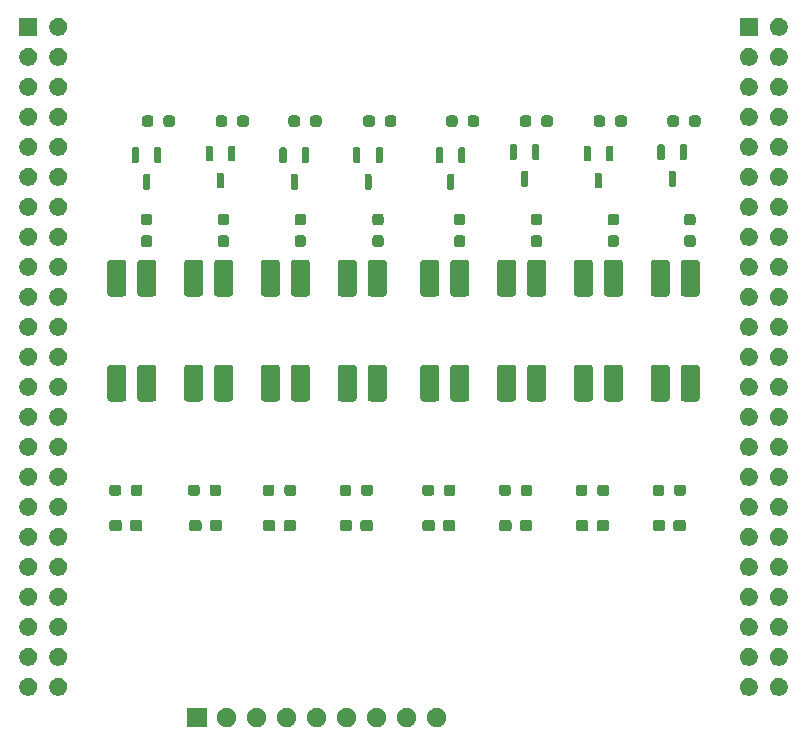
<source format=gts>
%TF.GenerationSoftware,KiCad,Pcbnew,9.0.7-9.0.7~ubuntu24.04.1*%
%TF.CreationDate,2026-01-13T16:34:36+01:00*%
%TF.ProjectId,digital_output,64696769-7461-46c5-9f6f-75747075742e,1.0*%
%TF.SameCoordinates,Original*%
%TF.FileFunction,Soldermask,Top*%
%TF.FilePolarity,Negative*%
%FSLAX46Y46*%
G04 Gerber Fmt 4.6, Leading zero omitted, Abs format (unit mm)*
G04 Created by KiCad (PCBNEW 9.0.7-9.0.7~ubuntu24.04.1) date 2026-01-13 16:34:36*
%MOMM*%
%LPD*%
G01*
G04 APERTURE LIST*
G04 APERTURE END LIST*
G36*
X134325000Y-111825000D02*
G01*
X132675000Y-111825000D01*
X132675000Y-110175000D01*
X134325000Y-110175000D01*
X134325000Y-111825000D01*
G37*
G36*
X136279485Y-110210524D02*
G01*
X136428902Y-110272415D01*
X136563374Y-110362266D01*
X136677734Y-110476626D01*
X136767585Y-110611098D01*
X136829476Y-110760515D01*
X136861027Y-110919136D01*
X136861027Y-111080864D01*
X136829476Y-111239485D01*
X136767585Y-111388902D01*
X136677734Y-111523374D01*
X136563374Y-111637734D01*
X136428902Y-111727585D01*
X136279485Y-111789476D01*
X136120864Y-111821027D01*
X135959136Y-111821027D01*
X135800515Y-111789476D01*
X135651098Y-111727585D01*
X135516626Y-111637734D01*
X135402266Y-111523374D01*
X135312415Y-111388902D01*
X135250524Y-111239485D01*
X135218973Y-111080864D01*
X135218973Y-110919136D01*
X135250524Y-110760515D01*
X135312415Y-110611098D01*
X135402266Y-110476626D01*
X135516626Y-110362266D01*
X135651098Y-110272415D01*
X135800515Y-110210524D01*
X135959136Y-110178973D01*
X136120864Y-110178973D01*
X136279485Y-110210524D01*
G37*
G36*
X138819485Y-110210524D02*
G01*
X138968902Y-110272415D01*
X139103374Y-110362266D01*
X139217734Y-110476626D01*
X139307585Y-110611098D01*
X139369476Y-110760515D01*
X139401027Y-110919136D01*
X139401027Y-111080864D01*
X139369476Y-111239485D01*
X139307585Y-111388902D01*
X139217734Y-111523374D01*
X139103374Y-111637734D01*
X138968902Y-111727585D01*
X138819485Y-111789476D01*
X138660864Y-111821027D01*
X138499136Y-111821027D01*
X138340515Y-111789476D01*
X138191098Y-111727585D01*
X138056626Y-111637734D01*
X137942266Y-111523374D01*
X137852415Y-111388902D01*
X137790524Y-111239485D01*
X137758973Y-111080864D01*
X137758973Y-110919136D01*
X137790524Y-110760515D01*
X137852415Y-110611098D01*
X137942266Y-110476626D01*
X138056626Y-110362266D01*
X138191098Y-110272415D01*
X138340515Y-110210524D01*
X138499136Y-110178973D01*
X138660864Y-110178973D01*
X138819485Y-110210524D01*
G37*
G36*
X141359485Y-110210524D02*
G01*
X141508902Y-110272415D01*
X141643374Y-110362266D01*
X141757734Y-110476626D01*
X141847585Y-110611098D01*
X141909476Y-110760515D01*
X141941027Y-110919136D01*
X141941027Y-111080864D01*
X141909476Y-111239485D01*
X141847585Y-111388902D01*
X141757734Y-111523374D01*
X141643374Y-111637734D01*
X141508902Y-111727585D01*
X141359485Y-111789476D01*
X141200864Y-111821027D01*
X141039136Y-111821027D01*
X140880515Y-111789476D01*
X140731098Y-111727585D01*
X140596626Y-111637734D01*
X140482266Y-111523374D01*
X140392415Y-111388902D01*
X140330524Y-111239485D01*
X140298973Y-111080864D01*
X140298973Y-110919136D01*
X140330524Y-110760515D01*
X140392415Y-110611098D01*
X140482266Y-110476626D01*
X140596626Y-110362266D01*
X140731098Y-110272415D01*
X140880515Y-110210524D01*
X141039136Y-110178973D01*
X141200864Y-110178973D01*
X141359485Y-110210524D01*
G37*
G36*
X143899485Y-110210524D02*
G01*
X144048902Y-110272415D01*
X144183374Y-110362266D01*
X144297734Y-110476626D01*
X144387585Y-110611098D01*
X144449476Y-110760515D01*
X144481027Y-110919136D01*
X144481027Y-111080864D01*
X144449476Y-111239485D01*
X144387585Y-111388902D01*
X144297734Y-111523374D01*
X144183374Y-111637734D01*
X144048902Y-111727585D01*
X143899485Y-111789476D01*
X143740864Y-111821027D01*
X143579136Y-111821027D01*
X143420515Y-111789476D01*
X143271098Y-111727585D01*
X143136626Y-111637734D01*
X143022266Y-111523374D01*
X142932415Y-111388902D01*
X142870524Y-111239485D01*
X142838973Y-111080864D01*
X142838973Y-110919136D01*
X142870524Y-110760515D01*
X142932415Y-110611098D01*
X143022266Y-110476626D01*
X143136626Y-110362266D01*
X143271098Y-110272415D01*
X143420515Y-110210524D01*
X143579136Y-110178973D01*
X143740864Y-110178973D01*
X143899485Y-110210524D01*
G37*
G36*
X146439485Y-110210524D02*
G01*
X146588902Y-110272415D01*
X146723374Y-110362266D01*
X146837734Y-110476626D01*
X146927585Y-110611098D01*
X146989476Y-110760515D01*
X147021027Y-110919136D01*
X147021027Y-111080864D01*
X146989476Y-111239485D01*
X146927585Y-111388902D01*
X146837734Y-111523374D01*
X146723374Y-111637734D01*
X146588902Y-111727585D01*
X146439485Y-111789476D01*
X146280864Y-111821027D01*
X146119136Y-111821027D01*
X145960515Y-111789476D01*
X145811098Y-111727585D01*
X145676626Y-111637734D01*
X145562266Y-111523374D01*
X145472415Y-111388902D01*
X145410524Y-111239485D01*
X145378973Y-111080864D01*
X145378973Y-110919136D01*
X145410524Y-110760515D01*
X145472415Y-110611098D01*
X145562266Y-110476626D01*
X145676626Y-110362266D01*
X145811098Y-110272415D01*
X145960515Y-110210524D01*
X146119136Y-110178973D01*
X146280864Y-110178973D01*
X146439485Y-110210524D01*
G37*
G36*
X148979485Y-110210524D02*
G01*
X149128902Y-110272415D01*
X149263374Y-110362266D01*
X149377734Y-110476626D01*
X149467585Y-110611098D01*
X149529476Y-110760515D01*
X149561027Y-110919136D01*
X149561027Y-111080864D01*
X149529476Y-111239485D01*
X149467585Y-111388902D01*
X149377734Y-111523374D01*
X149263374Y-111637734D01*
X149128902Y-111727585D01*
X148979485Y-111789476D01*
X148820864Y-111821027D01*
X148659136Y-111821027D01*
X148500515Y-111789476D01*
X148351098Y-111727585D01*
X148216626Y-111637734D01*
X148102266Y-111523374D01*
X148012415Y-111388902D01*
X147950524Y-111239485D01*
X147918973Y-111080864D01*
X147918973Y-110919136D01*
X147950524Y-110760515D01*
X148012415Y-110611098D01*
X148102266Y-110476626D01*
X148216626Y-110362266D01*
X148351098Y-110272415D01*
X148500515Y-110210524D01*
X148659136Y-110178973D01*
X148820864Y-110178973D01*
X148979485Y-110210524D01*
G37*
G36*
X151519485Y-110210524D02*
G01*
X151668902Y-110272415D01*
X151803374Y-110362266D01*
X151917734Y-110476626D01*
X152007585Y-110611098D01*
X152069476Y-110760515D01*
X152101027Y-110919136D01*
X152101027Y-111080864D01*
X152069476Y-111239485D01*
X152007585Y-111388902D01*
X151917734Y-111523374D01*
X151803374Y-111637734D01*
X151668902Y-111727585D01*
X151519485Y-111789476D01*
X151360864Y-111821027D01*
X151199136Y-111821027D01*
X151040515Y-111789476D01*
X150891098Y-111727585D01*
X150756626Y-111637734D01*
X150642266Y-111523374D01*
X150552415Y-111388902D01*
X150490524Y-111239485D01*
X150458973Y-111080864D01*
X150458973Y-110919136D01*
X150490524Y-110760515D01*
X150552415Y-110611098D01*
X150642266Y-110476626D01*
X150756626Y-110362266D01*
X150891098Y-110272415D01*
X151040515Y-110210524D01*
X151199136Y-110178973D01*
X151360864Y-110178973D01*
X151519485Y-110210524D01*
G37*
G36*
X154059485Y-110210524D02*
G01*
X154208902Y-110272415D01*
X154343374Y-110362266D01*
X154457734Y-110476626D01*
X154547585Y-110611098D01*
X154609476Y-110760515D01*
X154641027Y-110919136D01*
X154641027Y-111080864D01*
X154609476Y-111239485D01*
X154547585Y-111388902D01*
X154457734Y-111523374D01*
X154343374Y-111637734D01*
X154208902Y-111727585D01*
X154059485Y-111789476D01*
X153900864Y-111821027D01*
X153739136Y-111821027D01*
X153580515Y-111789476D01*
X153431098Y-111727585D01*
X153296626Y-111637734D01*
X153182266Y-111523374D01*
X153092415Y-111388902D01*
X153030524Y-111239485D01*
X152998973Y-111080864D01*
X152998973Y-110919136D01*
X153030524Y-110760515D01*
X153092415Y-110611098D01*
X153182266Y-110476626D01*
X153296626Y-110362266D01*
X153431098Y-110272415D01*
X153580515Y-110210524D01*
X153739136Y-110178973D01*
X153900864Y-110178973D01*
X154059485Y-110210524D01*
G37*
G36*
X180452068Y-107667941D02*
G01*
X180590619Y-107725330D01*
X180715311Y-107808647D01*
X180821353Y-107914689D01*
X180904670Y-108039381D01*
X180962059Y-108177932D01*
X180991316Y-108325017D01*
X180991316Y-108474983D01*
X180962059Y-108622068D01*
X180904670Y-108760619D01*
X180821353Y-108885311D01*
X180715311Y-108991353D01*
X180590619Y-109074670D01*
X180452068Y-109132059D01*
X180304983Y-109161316D01*
X180155017Y-109161316D01*
X180007932Y-109132059D01*
X179869381Y-109074670D01*
X179744689Y-108991353D01*
X179638647Y-108885311D01*
X179555330Y-108760619D01*
X179497941Y-108622068D01*
X179468684Y-108474983D01*
X179468684Y-108325017D01*
X179497941Y-108177932D01*
X179555330Y-108039381D01*
X179638647Y-107914689D01*
X179744689Y-107808647D01*
X179869381Y-107725330D01*
X180007932Y-107667941D01*
X180155017Y-107638684D01*
X180304983Y-107638684D01*
X180452068Y-107667941D01*
G37*
G36*
X182992068Y-107667941D02*
G01*
X183130619Y-107725330D01*
X183255311Y-107808647D01*
X183361353Y-107914689D01*
X183444670Y-108039381D01*
X183502059Y-108177932D01*
X183531316Y-108325017D01*
X183531316Y-108474983D01*
X183502059Y-108622068D01*
X183444670Y-108760619D01*
X183361353Y-108885311D01*
X183255311Y-108991353D01*
X183130619Y-109074670D01*
X182992068Y-109132059D01*
X182844983Y-109161316D01*
X182695017Y-109161316D01*
X182547932Y-109132059D01*
X182409381Y-109074670D01*
X182284689Y-108991353D01*
X182178647Y-108885311D01*
X182095330Y-108760619D01*
X182037941Y-108622068D01*
X182008684Y-108474983D01*
X182008684Y-108325017D01*
X182037941Y-108177932D01*
X182095330Y-108039381D01*
X182178647Y-107914689D01*
X182284689Y-107808647D01*
X182409381Y-107725330D01*
X182547932Y-107667941D01*
X182695017Y-107638684D01*
X182844983Y-107638684D01*
X182992068Y-107667941D01*
G37*
G36*
X119452068Y-107657941D02*
G01*
X119590619Y-107715330D01*
X119715311Y-107798647D01*
X119821353Y-107904689D01*
X119904670Y-108029381D01*
X119962059Y-108167932D01*
X119991316Y-108315017D01*
X119991316Y-108464983D01*
X119962059Y-108612068D01*
X119904670Y-108750619D01*
X119821353Y-108875311D01*
X119715311Y-108981353D01*
X119590619Y-109064670D01*
X119452068Y-109122059D01*
X119304983Y-109151316D01*
X119155017Y-109151316D01*
X119007932Y-109122059D01*
X118869381Y-109064670D01*
X118744689Y-108981353D01*
X118638647Y-108875311D01*
X118555330Y-108750619D01*
X118497941Y-108612068D01*
X118468684Y-108464983D01*
X118468684Y-108315017D01*
X118497941Y-108167932D01*
X118555330Y-108029381D01*
X118638647Y-107904689D01*
X118744689Y-107798647D01*
X118869381Y-107715330D01*
X119007932Y-107657941D01*
X119155017Y-107628684D01*
X119304983Y-107628684D01*
X119452068Y-107657941D01*
G37*
G36*
X121992068Y-107657941D02*
G01*
X122130619Y-107715330D01*
X122255311Y-107798647D01*
X122361353Y-107904689D01*
X122444670Y-108029381D01*
X122502059Y-108167932D01*
X122531316Y-108315017D01*
X122531316Y-108464983D01*
X122502059Y-108612068D01*
X122444670Y-108750619D01*
X122361353Y-108875311D01*
X122255311Y-108981353D01*
X122130619Y-109064670D01*
X121992068Y-109122059D01*
X121844983Y-109151316D01*
X121695017Y-109151316D01*
X121547932Y-109122059D01*
X121409381Y-109064670D01*
X121284689Y-108981353D01*
X121178647Y-108875311D01*
X121095330Y-108750619D01*
X121037941Y-108612068D01*
X121008684Y-108464983D01*
X121008684Y-108315017D01*
X121037941Y-108167932D01*
X121095330Y-108029381D01*
X121178647Y-107904689D01*
X121284689Y-107798647D01*
X121409381Y-107715330D01*
X121547932Y-107657941D01*
X121695017Y-107628684D01*
X121844983Y-107628684D01*
X121992068Y-107657941D01*
G37*
G36*
X180452068Y-105127941D02*
G01*
X180590619Y-105185330D01*
X180715311Y-105268647D01*
X180821353Y-105374689D01*
X180904670Y-105499381D01*
X180962059Y-105637932D01*
X180991316Y-105785017D01*
X180991316Y-105934983D01*
X180962059Y-106082068D01*
X180904670Y-106220619D01*
X180821353Y-106345311D01*
X180715311Y-106451353D01*
X180590619Y-106534670D01*
X180452068Y-106592059D01*
X180304983Y-106621316D01*
X180155017Y-106621316D01*
X180007932Y-106592059D01*
X179869381Y-106534670D01*
X179744689Y-106451353D01*
X179638647Y-106345311D01*
X179555330Y-106220619D01*
X179497941Y-106082068D01*
X179468684Y-105934983D01*
X179468684Y-105785017D01*
X179497941Y-105637932D01*
X179555330Y-105499381D01*
X179638647Y-105374689D01*
X179744689Y-105268647D01*
X179869381Y-105185330D01*
X180007932Y-105127941D01*
X180155017Y-105098684D01*
X180304983Y-105098684D01*
X180452068Y-105127941D01*
G37*
G36*
X182992068Y-105127941D02*
G01*
X183130619Y-105185330D01*
X183255311Y-105268647D01*
X183361353Y-105374689D01*
X183444670Y-105499381D01*
X183502059Y-105637932D01*
X183531316Y-105785017D01*
X183531316Y-105934983D01*
X183502059Y-106082068D01*
X183444670Y-106220619D01*
X183361353Y-106345311D01*
X183255311Y-106451353D01*
X183130619Y-106534670D01*
X182992068Y-106592059D01*
X182844983Y-106621316D01*
X182695017Y-106621316D01*
X182547932Y-106592059D01*
X182409381Y-106534670D01*
X182284689Y-106451353D01*
X182178647Y-106345311D01*
X182095330Y-106220619D01*
X182037941Y-106082068D01*
X182008684Y-105934983D01*
X182008684Y-105785017D01*
X182037941Y-105637932D01*
X182095330Y-105499381D01*
X182178647Y-105374689D01*
X182284689Y-105268647D01*
X182409381Y-105185330D01*
X182547932Y-105127941D01*
X182695017Y-105098684D01*
X182844983Y-105098684D01*
X182992068Y-105127941D01*
G37*
G36*
X119452068Y-105117941D02*
G01*
X119590619Y-105175330D01*
X119715311Y-105258647D01*
X119821353Y-105364689D01*
X119904670Y-105489381D01*
X119962059Y-105627932D01*
X119991316Y-105775017D01*
X119991316Y-105924983D01*
X119962059Y-106072068D01*
X119904670Y-106210619D01*
X119821353Y-106335311D01*
X119715311Y-106441353D01*
X119590619Y-106524670D01*
X119452068Y-106582059D01*
X119304983Y-106611316D01*
X119155017Y-106611316D01*
X119007932Y-106582059D01*
X118869381Y-106524670D01*
X118744689Y-106441353D01*
X118638647Y-106335311D01*
X118555330Y-106210619D01*
X118497941Y-106072068D01*
X118468684Y-105924983D01*
X118468684Y-105775017D01*
X118497941Y-105627932D01*
X118555330Y-105489381D01*
X118638647Y-105364689D01*
X118744689Y-105258647D01*
X118869381Y-105175330D01*
X119007932Y-105117941D01*
X119155017Y-105088684D01*
X119304983Y-105088684D01*
X119452068Y-105117941D01*
G37*
G36*
X121992068Y-105117941D02*
G01*
X122130619Y-105175330D01*
X122255311Y-105258647D01*
X122361353Y-105364689D01*
X122444670Y-105489381D01*
X122502059Y-105627932D01*
X122531316Y-105775017D01*
X122531316Y-105924983D01*
X122502059Y-106072068D01*
X122444670Y-106210619D01*
X122361353Y-106335311D01*
X122255311Y-106441353D01*
X122130619Y-106524670D01*
X121992068Y-106582059D01*
X121844983Y-106611316D01*
X121695017Y-106611316D01*
X121547932Y-106582059D01*
X121409381Y-106524670D01*
X121284689Y-106441353D01*
X121178647Y-106335311D01*
X121095330Y-106210619D01*
X121037941Y-106072068D01*
X121008684Y-105924983D01*
X121008684Y-105775017D01*
X121037941Y-105627932D01*
X121095330Y-105489381D01*
X121178647Y-105364689D01*
X121284689Y-105258647D01*
X121409381Y-105175330D01*
X121547932Y-105117941D01*
X121695017Y-105088684D01*
X121844983Y-105088684D01*
X121992068Y-105117941D01*
G37*
G36*
X180452068Y-102587941D02*
G01*
X180590619Y-102645330D01*
X180715311Y-102728647D01*
X180821353Y-102834689D01*
X180904670Y-102959381D01*
X180962059Y-103097932D01*
X180991316Y-103245017D01*
X180991316Y-103394983D01*
X180962059Y-103542068D01*
X180904670Y-103680619D01*
X180821353Y-103805311D01*
X180715311Y-103911353D01*
X180590619Y-103994670D01*
X180452068Y-104052059D01*
X180304983Y-104081316D01*
X180155017Y-104081316D01*
X180007932Y-104052059D01*
X179869381Y-103994670D01*
X179744689Y-103911353D01*
X179638647Y-103805311D01*
X179555330Y-103680619D01*
X179497941Y-103542068D01*
X179468684Y-103394983D01*
X179468684Y-103245017D01*
X179497941Y-103097932D01*
X179555330Y-102959381D01*
X179638647Y-102834689D01*
X179744689Y-102728647D01*
X179869381Y-102645330D01*
X180007932Y-102587941D01*
X180155017Y-102558684D01*
X180304983Y-102558684D01*
X180452068Y-102587941D01*
G37*
G36*
X182992068Y-102587941D02*
G01*
X183130619Y-102645330D01*
X183255311Y-102728647D01*
X183361353Y-102834689D01*
X183444670Y-102959381D01*
X183502059Y-103097932D01*
X183531316Y-103245017D01*
X183531316Y-103394983D01*
X183502059Y-103542068D01*
X183444670Y-103680619D01*
X183361353Y-103805311D01*
X183255311Y-103911353D01*
X183130619Y-103994670D01*
X182992068Y-104052059D01*
X182844983Y-104081316D01*
X182695017Y-104081316D01*
X182547932Y-104052059D01*
X182409381Y-103994670D01*
X182284689Y-103911353D01*
X182178647Y-103805311D01*
X182095330Y-103680619D01*
X182037941Y-103542068D01*
X182008684Y-103394983D01*
X182008684Y-103245017D01*
X182037941Y-103097932D01*
X182095330Y-102959381D01*
X182178647Y-102834689D01*
X182284689Y-102728647D01*
X182409381Y-102645330D01*
X182547932Y-102587941D01*
X182695017Y-102558684D01*
X182844983Y-102558684D01*
X182992068Y-102587941D01*
G37*
G36*
X119452068Y-102577941D02*
G01*
X119590619Y-102635330D01*
X119715311Y-102718647D01*
X119821353Y-102824689D01*
X119904670Y-102949381D01*
X119962059Y-103087932D01*
X119991316Y-103235017D01*
X119991316Y-103384983D01*
X119962059Y-103532068D01*
X119904670Y-103670619D01*
X119821353Y-103795311D01*
X119715311Y-103901353D01*
X119590619Y-103984670D01*
X119452068Y-104042059D01*
X119304983Y-104071316D01*
X119155017Y-104071316D01*
X119007932Y-104042059D01*
X118869381Y-103984670D01*
X118744689Y-103901353D01*
X118638647Y-103795311D01*
X118555330Y-103670619D01*
X118497941Y-103532068D01*
X118468684Y-103384983D01*
X118468684Y-103235017D01*
X118497941Y-103087932D01*
X118555330Y-102949381D01*
X118638647Y-102824689D01*
X118744689Y-102718647D01*
X118869381Y-102635330D01*
X119007932Y-102577941D01*
X119155017Y-102548684D01*
X119304983Y-102548684D01*
X119452068Y-102577941D01*
G37*
G36*
X121992068Y-102577941D02*
G01*
X122130619Y-102635330D01*
X122255311Y-102718647D01*
X122361353Y-102824689D01*
X122444670Y-102949381D01*
X122502059Y-103087932D01*
X122531316Y-103235017D01*
X122531316Y-103384983D01*
X122502059Y-103532068D01*
X122444670Y-103670619D01*
X122361353Y-103795311D01*
X122255311Y-103901353D01*
X122130619Y-103984670D01*
X121992068Y-104042059D01*
X121844983Y-104071316D01*
X121695017Y-104071316D01*
X121547932Y-104042059D01*
X121409381Y-103984670D01*
X121284689Y-103901353D01*
X121178647Y-103795311D01*
X121095330Y-103670619D01*
X121037941Y-103532068D01*
X121008684Y-103384983D01*
X121008684Y-103235017D01*
X121037941Y-103087932D01*
X121095330Y-102949381D01*
X121178647Y-102824689D01*
X121284689Y-102718647D01*
X121409381Y-102635330D01*
X121547932Y-102577941D01*
X121695017Y-102548684D01*
X121844983Y-102548684D01*
X121992068Y-102577941D01*
G37*
G36*
X180452068Y-100047941D02*
G01*
X180590619Y-100105330D01*
X180715311Y-100188647D01*
X180821353Y-100294689D01*
X180904670Y-100419381D01*
X180962059Y-100557932D01*
X180991316Y-100705017D01*
X180991316Y-100854983D01*
X180962059Y-101002068D01*
X180904670Y-101140619D01*
X180821353Y-101265311D01*
X180715311Y-101371353D01*
X180590619Y-101454670D01*
X180452068Y-101512059D01*
X180304983Y-101541316D01*
X180155017Y-101541316D01*
X180007932Y-101512059D01*
X179869381Y-101454670D01*
X179744689Y-101371353D01*
X179638647Y-101265311D01*
X179555330Y-101140619D01*
X179497941Y-101002068D01*
X179468684Y-100854983D01*
X179468684Y-100705017D01*
X179497941Y-100557932D01*
X179555330Y-100419381D01*
X179638647Y-100294689D01*
X179744689Y-100188647D01*
X179869381Y-100105330D01*
X180007932Y-100047941D01*
X180155017Y-100018684D01*
X180304983Y-100018684D01*
X180452068Y-100047941D01*
G37*
G36*
X182992068Y-100047941D02*
G01*
X183130619Y-100105330D01*
X183255311Y-100188647D01*
X183361353Y-100294689D01*
X183444670Y-100419381D01*
X183502059Y-100557932D01*
X183531316Y-100705017D01*
X183531316Y-100854983D01*
X183502059Y-101002068D01*
X183444670Y-101140619D01*
X183361353Y-101265311D01*
X183255311Y-101371353D01*
X183130619Y-101454670D01*
X182992068Y-101512059D01*
X182844983Y-101541316D01*
X182695017Y-101541316D01*
X182547932Y-101512059D01*
X182409381Y-101454670D01*
X182284689Y-101371353D01*
X182178647Y-101265311D01*
X182095330Y-101140619D01*
X182037941Y-101002068D01*
X182008684Y-100854983D01*
X182008684Y-100705017D01*
X182037941Y-100557932D01*
X182095330Y-100419381D01*
X182178647Y-100294689D01*
X182284689Y-100188647D01*
X182409381Y-100105330D01*
X182547932Y-100047941D01*
X182695017Y-100018684D01*
X182844983Y-100018684D01*
X182992068Y-100047941D01*
G37*
G36*
X119452068Y-100037941D02*
G01*
X119590619Y-100095330D01*
X119715311Y-100178647D01*
X119821353Y-100284689D01*
X119904670Y-100409381D01*
X119962059Y-100547932D01*
X119991316Y-100695017D01*
X119991316Y-100844983D01*
X119962059Y-100992068D01*
X119904670Y-101130619D01*
X119821353Y-101255311D01*
X119715311Y-101361353D01*
X119590619Y-101444670D01*
X119452068Y-101502059D01*
X119304983Y-101531316D01*
X119155017Y-101531316D01*
X119007932Y-101502059D01*
X118869381Y-101444670D01*
X118744689Y-101361353D01*
X118638647Y-101255311D01*
X118555330Y-101130619D01*
X118497941Y-100992068D01*
X118468684Y-100844983D01*
X118468684Y-100695017D01*
X118497941Y-100547932D01*
X118555330Y-100409381D01*
X118638647Y-100284689D01*
X118744689Y-100178647D01*
X118869381Y-100095330D01*
X119007932Y-100037941D01*
X119155017Y-100008684D01*
X119304983Y-100008684D01*
X119452068Y-100037941D01*
G37*
G36*
X121992068Y-100037941D02*
G01*
X122130619Y-100095330D01*
X122255311Y-100178647D01*
X122361353Y-100284689D01*
X122444670Y-100409381D01*
X122502059Y-100547932D01*
X122531316Y-100695017D01*
X122531316Y-100844983D01*
X122502059Y-100992068D01*
X122444670Y-101130619D01*
X122361353Y-101255311D01*
X122255311Y-101361353D01*
X122130619Y-101444670D01*
X121992068Y-101502059D01*
X121844983Y-101531316D01*
X121695017Y-101531316D01*
X121547932Y-101502059D01*
X121409381Y-101444670D01*
X121284689Y-101361353D01*
X121178647Y-101255311D01*
X121095330Y-101130619D01*
X121037941Y-100992068D01*
X121008684Y-100844983D01*
X121008684Y-100695017D01*
X121037941Y-100547932D01*
X121095330Y-100409381D01*
X121178647Y-100284689D01*
X121284689Y-100178647D01*
X121409381Y-100095330D01*
X121547932Y-100037941D01*
X121695017Y-100008684D01*
X121844983Y-100008684D01*
X121992068Y-100037941D01*
G37*
G36*
X180452068Y-97507941D02*
G01*
X180590619Y-97565330D01*
X180715311Y-97648647D01*
X180821353Y-97754689D01*
X180904670Y-97879381D01*
X180962059Y-98017932D01*
X180991316Y-98165017D01*
X180991316Y-98314983D01*
X180962059Y-98462068D01*
X180904670Y-98600619D01*
X180821353Y-98725311D01*
X180715311Y-98831353D01*
X180590619Y-98914670D01*
X180452068Y-98972059D01*
X180304983Y-99001316D01*
X180155017Y-99001316D01*
X180007932Y-98972059D01*
X179869381Y-98914670D01*
X179744689Y-98831353D01*
X179638647Y-98725311D01*
X179555330Y-98600619D01*
X179497941Y-98462068D01*
X179468684Y-98314983D01*
X179468684Y-98165017D01*
X179497941Y-98017932D01*
X179555330Y-97879381D01*
X179638647Y-97754689D01*
X179744689Y-97648647D01*
X179869381Y-97565330D01*
X180007932Y-97507941D01*
X180155017Y-97478684D01*
X180304983Y-97478684D01*
X180452068Y-97507941D01*
G37*
G36*
X182992068Y-97507941D02*
G01*
X183130619Y-97565330D01*
X183255311Y-97648647D01*
X183361353Y-97754689D01*
X183444670Y-97879381D01*
X183502059Y-98017932D01*
X183531316Y-98165017D01*
X183531316Y-98314983D01*
X183502059Y-98462068D01*
X183444670Y-98600619D01*
X183361353Y-98725311D01*
X183255311Y-98831353D01*
X183130619Y-98914670D01*
X182992068Y-98972059D01*
X182844983Y-99001316D01*
X182695017Y-99001316D01*
X182547932Y-98972059D01*
X182409381Y-98914670D01*
X182284689Y-98831353D01*
X182178647Y-98725311D01*
X182095330Y-98600619D01*
X182037941Y-98462068D01*
X182008684Y-98314983D01*
X182008684Y-98165017D01*
X182037941Y-98017932D01*
X182095330Y-97879381D01*
X182178647Y-97754689D01*
X182284689Y-97648647D01*
X182409381Y-97565330D01*
X182547932Y-97507941D01*
X182695017Y-97478684D01*
X182844983Y-97478684D01*
X182992068Y-97507941D01*
G37*
G36*
X119452068Y-97497941D02*
G01*
X119590619Y-97555330D01*
X119715311Y-97638647D01*
X119821353Y-97744689D01*
X119904670Y-97869381D01*
X119962059Y-98007932D01*
X119991316Y-98155017D01*
X119991316Y-98304983D01*
X119962059Y-98452068D01*
X119904670Y-98590619D01*
X119821353Y-98715311D01*
X119715311Y-98821353D01*
X119590619Y-98904670D01*
X119452068Y-98962059D01*
X119304983Y-98991316D01*
X119155017Y-98991316D01*
X119007932Y-98962059D01*
X118869381Y-98904670D01*
X118744689Y-98821353D01*
X118638647Y-98715311D01*
X118555330Y-98590619D01*
X118497941Y-98452068D01*
X118468684Y-98304983D01*
X118468684Y-98155017D01*
X118497941Y-98007932D01*
X118555330Y-97869381D01*
X118638647Y-97744689D01*
X118744689Y-97638647D01*
X118869381Y-97555330D01*
X119007932Y-97497941D01*
X119155017Y-97468684D01*
X119304983Y-97468684D01*
X119452068Y-97497941D01*
G37*
G36*
X121992068Y-97497941D02*
G01*
X122130619Y-97555330D01*
X122255311Y-97638647D01*
X122361353Y-97744689D01*
X122444670Y-97869381D01*
X122502059Y-98007932D01*
X122531316Y-98155017D01*
X122531316Y-98304983D01*
X122502059Y-98452068D01*
X122444670Y-98590619D01*
X122361353Y-98715311D01*
X122255311Y-98821353D01*
X122130619Y-98904670D01*
X121992068Y-98962059D01*
X121844983Y-98991316D01*
X121695017Y-98991316D01*
X121547932Y-98962059D01*
X121409381Y-98904670D01*
X121284689Y-98821353D01*
X121178647Y-98715311D01*
X121095330Y-98590619D01*
X121037941Y-98452068D01*
X121008684Y-98304983D01*
X121008684Y-98155017D01*
X121037941Y-98007932D01*
X121095330Y-97869381D01*
X121178647Y-97744689D01*
X121284689Y-97638647D01*
X121409381Y-97555330D01*
X121547932Y-97497941D01*
X121695017Y-97468684D01*
X121844983Y-97468684D01*
X121992068Y-97497941D01*
G37*
G36*
X180452068Y-94967941D02*
G01*
X180590619Y-95025330D01*
X180715311Y-95108647D01*
X180821353Y-95214689D01*
X180904670Y-95339381D01*
X180962059Y-95477932D01*
X180991316Y-95625017D01*
X180991316Y-95774983D01*
X180962059Y-95922068D01*
X180904670Y-96060619D01*
X180821353Y-96185311D01*
X180715311Y-96291353D01*
X180590619Y-96374670D01*
X180452068Y-96432059D01*
X180304983Y-96461316D01*
X180155017Y-96461316D01*
X180007932Y-96432059D01*
X179869381Y-96374670D01*
X179744689Y-96291353D01*
X179638647Y-96185311D01*
X179555330Y-96060619D01*
X179497941Y-95922068D01*
X179468684Y-95774983D01*
X179468684Y-95625017D01*
X179497941Y-95477932D01*
X179555330Y-95339381D01*
X179638647Y-95214689D01*
X179744689Y-95108647D01*
X179869381Y-95025330D01*
X180007932Y-94967941D01*
X180155017Y-94938684D01*
X180304983Y-94938684D01*
X180452068Y-94967941D01*
G37*
G36*
X182992068Y-94967941D02*
G01*
X183130619Y-95025330D01*
X183255311Y-95108647D01*
X183361353Y-95214689D01*
X183444670Y-95339381D01*
X183502059Y-95477932D01*
X183531316Y-95625017D01*
X183531316Y-95774983D01*
X183502059Y-95922068D01*
X183444670Y-96060619D01*
X183361353Y-96185311D01*
X183255311Y-96291353D01*
X183130619Y-96374670D01*
X182992068Y-96432059D01*
X182844983Y-96461316D01*
X182695017Y-96461316D01*
X182547932Y-96432059D01*
X182409381Y-96374670D01*
X182284689Y-96291353D01*
X182178647Y-96185311D01*
X182095330Y-96060619D01*
X182037941Y-95922068D01*
X182008684Y-95774983D01*
X182008684Y-95625017D01*
X182037941Y-95477932D01*
X182095330Y-95339381D01*
X182178647Y-95214689D01*
X182284689Y-95108647D01*
X182409381Y-95025330D01*
X182547932Y-94967941D01*
X182695017Y-94938684D01*
X182844983Y-94938684D01*
X182992068Y-94967941D01*
G37*
G36*
X119452068Y-94957941D02*
G01*
X119590619Y-95015330D01*
X119715311Y-95098647D01*
X119821353Y-95204689D01*
X119904670Y-95329381D01*
X119962059Y-95467932D01*
X119991316Y-95615017D01*
X119991316Y-95764983D01*
X119962059Y-95912068D01*
X119904670Y-96050619D01*
X119821353Y-96175311D01*
X119715311Y-96281353D01*
X119590619Y-96364670D01*
X119452068Y-96422059D01*
X119304983Y-96451316D01*
X119155017Y-96451316D01*
X119007932Y-96422059D01*
X118869381Y-96364670D01*
X118744689Y-96281353D01*
X118638647Y-96175311D01*
X118555330Y-96050619D01*
X118497941Y-95912068D01*
X118468684Y-95764983D01*
X118468684Y-95615017D01*
X118497941Y-95467932D01*
X118555330Y-95329381D01*
X118638647Y-95204689D01*
X118744689Y-95098647D01*
X118869381Y-95015330D01*
X119007932Y-94957941D01*
X119155017Y-94928684D01*
X119304983Y-94928684D01*
X119452068Y-94957941D01*
G37*
G36*
X121992068Y-94957941D02*
G01*
X122130619Y-95015330D01*
X122255311Y-95098647D01*
X122361353Y-95204689D01*
X122444670Y-95329381D01*
X122502059Y-95467932D01*
X122531316Y-95615017D01*
X122531316Y-95764983D01*
X122502059Y-95912068D01*
X122444670Y-96050619D01*
X122361353Y-96175311D01*
X122255311Y-96281353D01*
X122130619Y-96364670D01*
X121992068Y-96422059D01*
X121844983Y-96451316D01*
X121695017Y-96451316D01*
X121547932Y-96422059D01*
X121409381Y-96364670D01*
X121284689Y-96281353D01*
X121178647Y-96175311D01*
X121095330Y-96050619D01*
X121037941Y-95912068D01*
X121008684Y-95764983D01*
X121008684Y-95615017D01*
X121037941Y-95467932D01*
X121095330Y-95329381D01*
X121178647Y-95204689D01*
X121284689Y-95098647D01*
X121409381Y-95015330D01*
X121547932Y-94957941D01*
X121695017Y-94928684D01*
X121844983Y-94928684D01*
X121992068Y-94957941D01*
G37*
G36*
X126915730Y-94275642D02*
G01*
X126965412Y-94281406D01*
X126982389Y-94288902D01*
X127003387Y-94293079D01*
X127025867Y-94308099D01*
X127046326Y-94317133D01*
X127060298Y-94331105D01*
X127080438Y-94344562D01*
X127093894Y-94364701D01*
X127107866Y-94378673D01*
X127116899Y-94399130D01*
X127131921Y-94421613D01*
X127136098Y-94442611D01*
X127143592Y-94459584D01*
X127149353Y-94509247D01*
X127150000Y-94512500D01*
X127150000Y-94987500D01*
X127149354Y-94990742D01*
X127143593Y-95040412D01*
X127136098Y-95057385D01*
X127131921Y-95078387D01*
X127116897Y-95100871D01*
X127107866Y-95121326D01*
X127093896Y-95135295D01*
X127080438Y-95155438D01*
X127060295Y-95168896D01*
X127046326Y-95182866D01*
X127025871Y-95191897D01*
X127003387Y-95206921D01*
X126982386Y-95211098D01*
X126965415Y-95218592D01*
X126915753Y-95224352D01*
X126912500Y-95225000D01*
X126337500Y-95225000D01*
X126334258Y-95224355D01*
X126284587Y-95218593D01*
X126267613Y-95211098D01*
X126246613Y-95206921D01*
X126224130Y-95191898D01*
X126203673Y-95182866D01*
X126189701Y-95168894D01*
X126169562Y-95155438D01*
X126156105Y-95135298D01*
X126142133Y-95121326D01*
X126133099Y-95100866D01*
X126118079Y-95078387D01*
X126113902Y-95057390D01*
X126106407Y-95040415D01*
X126100644Y-94990741D01*
X126100000Y-94987500D01*
X126100000Y-94512500D01*
X126100642Y-94509270D01*
X126106406Y-94459587D01*
X126113902Y-94442608D01*
X126118079Y-94421613D01*
X126133098Y-94399134D01*
X126142133Y-94378673D01*
X126156107Y-94364698D01*
X126169562Y-94344562D01*
X126189698Y-94331107D01*
X126203673Y-94317133D01*
X126224135Y-94308098D01*
X126246613Y-94293079D01*
X126267607Y-94288902D01*
X126284584Y-94281407D01*
X126334259Y-94275644D01*
X126337500Y-94275000D01*
X126912500Y-94275000D01*
X126915730Y-94275642D01*
G37*
G36*
X128665730Y-94275642D02*
G01*
X128715412Y-94281406D01*
X128732389Y-94288902D01*
X128753387Y-94293079D01*
X128775867Y-94308099D01*
X128796326Y-94317133D01*
X128810298Y-94331105D01*
X128830438Y-94344562D01*
X128843894Y-94364701D01*
X128857866Y-94378673D01*
X128866899Y-94399130D01*
X128881921Y-94421613D01*
X128886098Y-94442611D01*
X128893592Y-94459584D01*
X128899353Y-94509247D01*
X128900000Y-94512500D01*
X128900000Y-94987500D01*
X128899354Y-94990742D01*
X128893593Y-95040412D01*
X128886098Y-95057385D01*
X128881921Y-95078387D01*
X128866897Y-95100871D01*
X128857866Y-95121326D01*
X128843896Y-95135295D01*
X128830438Y-95155438D01*
X128810295Y-95168896D01*
X128796326Y-95182866D01*
X128775871Y-95191897D01*
X128753387Y-95206921D01*
X128732386Y-95211098D01*
X128715415Y-95218592D01*
X128665753Y-95224352D01*
X128662500Y-95225000D01*
X128087500Y-95225000D01*
X128084258Y-95224355D01*
X128034587Y-95218593D01*
X128017613Y-95211098D01*
X127996613Y-95206921D01*
X127974130Y-95191898D01*
X127953673Y-95182866D01*
X127939701Y-95168894D01*
X127919562Y-95155438D01*
X127906105Y-95135298D01*
X127892133Y-95121326D01*
X127883099Y-95100866D01*
X127868079Y-95078387D01*
X127863902Y-95057390D01*
X127856407Y-95040415D01*
X127850644Y-94990741D01*
X127850000Y-94987500D01*
X127850000Y-94512500D01*
X127850642Y-94509270D01*
X127856406Y-94459587D01*
X127863902Y-94442608D01*
X127868079Y-94421613D01*
X127883098Y-94399134D01*
X127892133Y-94378673D01*
X127906107Y-94364698D01*
X127919562Y-94344562D01*
X127939698Y-94331107D01*
X127953673Y-94317133D01*
X127974135Y-94308098D01*
X127996613Y-94293079D01*
X128017607Y-94288902D01*
X128034584Y-94281407D01*
X128084259Y-94275644D01*
X128087500Y-94275000D01*
X128662500Y-94275000D01*
X128665730Y-94275642D01*
G37*
G36*
X133665730Y-94275642D02*
G01*
X133715412Y-94281406D01*
X133732389Y-94288902D01*
X133753387Y-94293079D01*
X133775867Y-94308099D01*
X133796326Y-94317133D01*
X133810298Y-94331105D01*
X133830438Y-94344562D01*
X133843894Y-94364701D01*
X133857866Y-94378673D01*
X133866899Y-94399130D01*
X133881921Y-94421613D01*
X133886098Y-94442611D01*
X133893592Y-94459584D01*
X133899353Y-94509247D01*
X133900000Y-94512500D01*
X133900000Y-94987500D01*
X133899354Y-94990742D01*
X133893593Y-95040412D01*
X133886098Y-95057385D01*
X133881921Y-95078387D01*
X133866897Y-95100871D01*
X133857866Y-95121326D01*
X133843896Y-95135295D01*
X133830438Y-95155438D01*
X133810295Y-95168896D01*
X133796326Y-95182866D01*
X133775871Y-95191897D01*
X133753387Y-95206921D01*
X133732386Y-95211098D01*
X133715415Y-95218592D01*
X133665753Y-95224352D01*
X133662500Y-95225000D01*
X133087500Y-95225000D01*
X133084258Y-95224355D01*
X133034587Y-95218593D01*
X133017613Y-95211098D01*
X132996613Y-95206921D01*
X132974130Y-95191898D01*
X132953673Y-95182866D01*
X132939701Y-95168894D01*
X132919562Y-95155438D01*
X132906105Y-95135298D01*
X132892133Y-95121326D01*
X132883099Y-95100866D01*
X132868079Y-95078387D01*
X132863902Y-95057390D01*
X132856407Y-95040415D01*
X132850644Y-94990741D01*
X132850000Y-94987500D01*
X132850000Y-94512500D01*
X132850642Y-94509270D01*
X132856406Y-94459587D01*
X132863902Y-94442608D01*
X132868079Y-94421613D01*
X132883098Y-94399134D01*
X132892133Y-94378673D01*
X132906107Y-94364698D01*
X132919562Y-94344562D01*
X132939698Y-94331107D01*
X132953673Y-94317133D01*
X132974135Y-94308098D01*
X132996613Y-94293079D01*
X133017607Y-94288902D01*
X133034584Y-94281407D01*
X133084259Y-94275644D01*
X133087500Y-94275000D01*
X133662500Y-94275000D01*
X133665730Y-94275642D01*
G37*
G36*
X135415730Y-94275642D02*
G01*
X135465412Y-94281406D01*
X135482389Y-94288902D01*
X135503387Y-94293079D01*
X135525867Y-94308099D01*
X135546326Y-94317133D01*
X135560298Y-94331105D01*
X135580438Y-94344562D01*
X135593894Y-94364701D01*
X135607866Y-94378673D01*
X135616899Y-94399130D01*
X135631921Y-94421613D01*
X135636098Y-94442611D01*
X135643592Y-94459584D01*
X135649353Y-94509247D01*
X135650000Y-94512500D01*
X135650000Y-94987500D01*
X135649354Y-94990742D01*
X135643593Y-95040412D01*
X135636098Y-95057385D01*
X135631921Y-95078387D01*
X135616897Y-95100871D01*
X135607866Y-95121326D01*
X135593896Y-95135295D01*
X135580438Y-95155438D01*
X135560295Y-95168896D01*
X135546326Y-95182866D01*
X135525871Y-95191897D01*
X135503387Y-95206921D01*
X135482386Y-95211098D01*
X135465415Y-95218592D01*
X135415753Y-95224352D01*
X135412500Y-95225000D01*
X134837500Y-95225000D01*
X134834258Y-95224355D01*
X134784587Y-95218593D01*
X134767613Y-95211098D01*
X134746613Y-95206921D01*
X134724130Y-95191898D01*
X134703673Y-95182866D01*
X134689701Y-95168894D01*
X134669562Y-95155438D01*
X134656105Y-95135298D01*
X134642133Y-95121326D01*
X134633099Y-95100866D01*
X134618079Y-95078387D01*
X134613902Y-95057390D01*
X134606407Y-95040415D01*
X134600644Y-94990741D01*
X134600000Y-94987500D01*
X134600000Y-94512500D01*
X134600642Y-94509270D01*
X134606406Y-94459587D01*
X134613902Y-94442608D01*
X134618079Y-94421613D01*
X134633098Y-94399134D01*
X134642133Y-94378673D01*
X134656107Y-94364698D01*
X134669562Y-94344562D01*
X134689698Y-94331107D01*
X134703673Y-94317133D01*
X134724135Y-94308098D01*
X134746613Y-94293079D01*
X134767607Y-94288902D01*
X134784584Y-94281407D01*
X134834259Y-94275644D01*
X134837500Y-94275000D01*
X135412500Y-94275000D01*
X135415730Y-94275642D01*
G37*
G36*
X139915730Y-94275642D02*
G01*
X139965412Y-94281406D01*
X139982389Y-94288902D01*
X140003387Y-94293079D01*
X140025867Y-94308099D01*
X140046326Y-94317133D01*
X140060298Y-94331105D01*
X140080438Y-94344562D01*
X140093894Y-94364701D01*
X140107866Y-94378673D01*
X140116899Y-94399130D01*
X140131921Y-94421613D01*
X140136098Y-94442611D01*
X140143592Y-94459584D01*
X140149353Y-94509247D01*
X140150000Y-94512500D01*
X140150000Y-94987500D01*
X140149354Y-94990742D01*
X140143593Y-95040412D01*
X140136098Y-95057385D01*
X140131921Y-95078387D01*
X140116897Y-95100871D01*
X140107866Y-95121326D01*
X140093896Y-95135295D01*
X140080438Y-95155438D01*
X140060295Y-95168896D01*
X140046326Y-95182866D01*
X140025871Y-95191897D01*
X140003387Y-95206921D01*
X139982386Y-95211098D01*
X139965415Y-95218592D01*
X139915753Y-95224352D01*
X139912500Y-95225000D01*
X139337500Y-95225000D01*
X139334258Y-95224355D01*
X139284587Y-95218593D01*
X139267613Y-95211098D01*
X139246613Y-95206921D01*
X139224130Y-95191898D01*
X139203673Y-95182866D01*
X139189701Y-95168894D01*
X139169562Y-95155438D01*
X139156105Y-95135298D01*
X139142133Y-95121326D01*
X139133099Y-95100866D01*
X139118079Y-95078387D01*
X139113902Y-95057390D01*
X139106407Y-95040415D01*
X139100644Y-94990741D01*
X139100000Y-94987500D01*
X139100000Y-94512500D01*
X139100642Y-94509270D01*
X139106406Y-94459587D01*
X139113902Y-94442608D01*
X139118079Y-94421613D01*
X139133098Y-94399134D01*
X139142133Y-94378673D01*
X139156107Y-94364698D01*
X139169562Y-94344562D01*
X139189698Y-94331107D01*
X139203673Y-94317133D01*
X139224135Y-94308098D01*
X139246613Y-94293079D01*
X139267607Y-94288902D01*
X139284584Y-94281407D01*
X139334259Y-94275644D01*
X139337500Y-94275000D01*
X139912500Y-94275000D01*
X139915730Y-94275642D01*
G37*
G36*
X141665730Y-94275642D02*
G01*
X141715412Y-94281406D01*
X141732389Y-94288902D01*
X141753387Y-94293079D01*
X141775867Y-94308099D01*
X141796326Y-94317133D01*
X141810298Y-94331105D01*
X141830438Y-94344562D01*
X141843894Y-94364701D01*
X141857866Y-94378673D01*
X141866899Y-94399130D01*
X141881921Y-94421613D01*
X141886098Y-94442611D01*
X141893592Y-94459584D01*
X141899353Y-94509247D01*
X141900000Y-94512500D01*
X141900000Y-94987500D01*
X141899354Y-94990742D01*
X141893593Y-95040412D01*
X141886098Y-95057385D01*
X141881921Y-95078387D01*
X141866897Y-95100871D01*
X141857866Y-95121326D01*
X141843896Y-95135295D01*
X141830438Y-95155438D01*
X141810295Y-95168896D01*
X141796326Y-95182866D01*
X141775871Y-95191897D01*
X141753387Y-95206921D01*
X141732386Y-95211098D01*
X141715415Y-95218592D01*
X141665753Y-95224352D01*
X141662500Y-95225000D01*
X141087500Y-95225000D01*
X141084258Y-95224355D01*
X141034587Y-95218593D01*
X141017613Y-95211098D01*
X140996613Y-95206921D01*
X140974130Y-95191898D01*
X140953673Y-95182866D01*
X140939701Y-95168894D01*
X140919562Y-95155438D01*
X140906105Y-95135298D01*
X140892133Y-95121326D01*
X140883099Y-95100866D01*
X140868079Y-95078387D01*
X140863902Y-95057390D01*
X140856407Y-95040415D01*
X140850644Y-94990741D01*
X140850000Y-94987500D01*
X140850000Y-94512500D01*
X140850642Y-94509270D01*
X140856406Y-94459587D01*
X140863902Y-94442608D01*
X140868079Y-94421613D01*
X140883098Y-94399134D01*
X140892133Y-94378673D01*
X140906107Y-94364698D01*
X140919562Y-94344562D01*
X140939698Y-94331107D01*
X140953673Y-94317133D01*
X140974135Y-94308098D01*
X140996613Y-94293079D01*
X141017607Y-94288902D01*
X141034584Y-94281407D01*
X141084259Y-94275644D01*
X141087500Y-94275000D01*
X141662500Y-94275000D01*
X141665730Y-94275642D01*
G37*
G36*
X146415730Y-94275642D02*
G01*
X146465412Y-94281406D01*
X146482389Y-94288902D01*
X146503387Y-94293079D01*
X146525867Y-94308099D01*
X146546326Y-94317133D01*
X146560298Y-94331105D01*
X146580438Y-94344562D01*
X146593894Y-94364701D01*
X146607866Y-94378673D01*
X146616899Y-94399130D01*
X146631921Y-94421613D01*
X146636098Y-94442611D01*
X146643592Y-94459584D01*
X146649353Y-94509247D01*
X146650000Y-94512500D01*
X146650000Y-94987500D01*
X146649354Y-94990742D01*
X146643593Y-95040412D01*
X146636098Y-95057385D01*
X146631921Y-95078387D01*
X146616897Y-95100871D01*
X146607866Y-95121326D01*
X146593896Y-95135295D01*
X146580438Y-95155438D01*
X146560295Y-95168896D01*
X146546326Y-95182866D01*
X146525871Y-95191897D01*
X146503387Y-95206921D01*
X146482386Y-95211098D01*
X146465415Y-95218592D01*
X146415753Y-95224352D01*
X146412500Y-95225000D01*
X145837500Y-95225000D01*
X145834258Y-95224355D01*
X145784587Y-95218593D01*
X145767613Y-95211098D01*
X145746613Y-95206921D01*
X145724130Y-95191898D01*
X145703673Y-95182866D01*
X145689701Y-95168894D01*
X145669562Y-95155438D01*
X145656105Y-95135298D01*
X145642133Y-95121326D01*
X145633099Y-95100866D01*
X145618079Y-95078387D01*
X145613902Y-95057390D01*
X145606407Y-95040415D01*
X145600644Y-94990741D01*
X145600000Y-94987500D01*
X145600000Y-94512500D01*
X145600642Y-94509270D01*
X145606406Y-94459587D01*
X145613902Y-94442608D01*
X145618079Y-94421613D01*
X145633098Y-94399134D01*
X145642133Y-94378673D01*
X145656107Y-94364698D01*
X145669562Y-94344562D01*
X145689698Y-94331107D01*
X145703673Y-94317133D01*
X145724135Y-94308098D01*
X145746613Y-94293079D01*
X145767607Y-94288902D01*
X145784584Y-94281407D01*
X145834259Y-94275644D01*
X145837500Y-94275000D01*
X146412500Y-94275000D01*
X146415730Y-94275642D01*
G37*
G36*
X148165730Y-94275642D02*
G01*
X148215412Y-94281406D01*
X148232389Y-94288902D01*
X148253387Y-94293079D01*
X148275867Y-94308099D01*
X148296326Y-94317133D01*
X148310298Y-94331105D01*
X148330438Y-94344562D01*
X148343894Y-94364701D01*
X148357866Y-94378673D01*
X148366899Y-94399130D01*
X148381921Y-94421613D01*
X148386098Y-94442611D01*
X148393592Y-94459584D01*
X148399353Y-94509247D01*
X148400000Y-94512500D01*
X148400000Y-94987500D01*
X148399354Y-94990742D01*
X148393593Y-95040412D01*
X148386098Y-95057385D01*
X148381921Y-95078387D01*
X148366897Y-95100871D01*
X148357866Y-95121326D01*
X148343896Y-95135295D01*
X148330438Y-95155438D01*
X148310295Y-95168896D01*
X148296326Y-95182866D01*
X148275871Y-95191897D01*
X148253387Y-95206921D01*
X148232386Y-95211098D01*
X148215415Y-95218592D01*
X148165753Y-95224352D01*
X148162500Y-95225000D01*
X147587500Y-95225000D01*
X147584258Y-95224355D01*
X147534587Y-95218593D01*
X147517613Y-95211098D01*
X147496613Y-95206921D01*
X147474130Y-95191898D01*
X147453673Y-95182866D01*
X147439701Y-95168894D01*
X147419562Y-95155438D01*
X147406105Y-95135298D01*
X147392133Y-95121326D01*
X147383099Y-95100866D01*
X147368079Y-95078387D01*
X147363902Y-95057390D01*
X147356407Y-95040415D01*
X147350644Y-94990741D01*
X147350000Y-94987500D01*
X147350000Y-94512500D01*
X147350642Y-94509270D01*
X147356406Y-94459587D01*
X147363902Y-94442608D01*
X147368079Y-94421613D01*
X147383098Y-94399134D01*
X147392133Y-94378673D01*
X147406107Y-94364698D01*
X147419562Y-94344562D01*
X147439698Y-94331107D01*
X147453673Y-94317133D01*
X147474135Y-94308098D01*
X147496613Y-94293079D01*
X147517607Y-94288902D01*
X147534584Y-94281407D01*
X147584259Y-94275644D01*
X147587500Y-94275000D01*
X148162500Y-94275000D01*
X148165730Y-94275642D01*
G37*
G36*
X153415730Y-94275642D02*
G01*
X153465412Y-94281406D01*
X153482389Y-94288902D01*
X153503387Y-94293079D01*
X153525867Y-94308099D01*
X153546326Y-94317133D01*
X153560298Y-94331105D01*
X153580438Y-94344562D01*
X153593894Y-94364701D01*
X153607866Y-94378673D01*
X153616899Y-94399130D01*
X153631921Y-94421613D01*
X153636098Y-94442611D01*
X153643592Y-94459584D01*
X153649353Y-94509247D01*
X153650000Y-94512500D01*
X153650000Y-94987500D01*
X153649354Y-94990742D01*
X153643593Y-95040412D01*
X153636098Y-95057385D01*
X153631921Y-95078387D01*
X153616897Y-95100871D01*
X153607866Y-95121326D01*
X153593896Y-95135295D01*
X153580438Y-95155438D01*
X153560295Y-95168896D01*
X153546326Y-95182866D01*
X153525871Y-95191897D01*
X153503387Y-95206921D01*
X153482386Y-95211098D01*
X153465415Y-95218592D01*
X153415753Y-95224352D01*
X153412500Y-95225000D01*
X152837500Y-95225000D01*
X152834258Y-95224355D01*
X152784587Y-95218593D01*
X152767613Y-95211098D01*
X152746613Y-95206921D01*
X152724130Y-95191898D01*
X152703673Y-95182866D01*
X152689701Y-95168894D01*
X152669562Y-95155438D01*
X152656105Y-95135298D01*
X152642133Y-95121326D01*
X152633099Y-95100866D01*
X152618079Y-95078387D01*
X152613902Y-95057390D01*
X152606407Y-95040415D01*
X152600644Y-94990741D01*
X152600000Y-94987500D01*
X152600000Y-94512500D01*
X152600642Y-94509270D01*
X152606406Y-94459587D01*
X152613902Y-94442608D01*
X152618079Y-94421613D01*
X152633098Y-94399134D01*
X152642133Y-94378673D01*
X152656107Y-94364698D01*
X152669562Y-94344562D01*
X152689698Y-94331107D01*
X152703673Y-94317133D01*
X152724135Y-94308098D01*
X152746613Y-94293079D01*
X152767607Y-94288902D01*
X152784584Y-94281407D01*
X152834259Y-94275644D01*
X152837500Y-94275000D01*
X153412500Y-94275000D01*
X153415730Y-94275642D01*
G37*
G36*
X155165730Y-94275642D02*
G01*
X155215412Y-94281406D01*
X155232389Y-94288902D01*
X155253387Y-94293079D01*
X155275867Y-94308099D01*
X155296326Y-94317133D01*
X155310298Y-94331105D01*
X155330438Y-94344562D01*
X155343894Y-94364701D01*
X155357866Y-94378673D01*
X155366899Y-94399130D01*
X155381921Y-94421613D01*
X155386098Y-94442611D01*
X155393592Y-94459584D01*
X155399353Y-94509247D01*
X155400000Y-94512500D01*
X155400000Y-94987500D01*
X155399354Y-94990742D01*
X155393593Y-95040412D01*
X155386098Y-95057385D01*
X155381921Y-95078387D01*
X155366897Y-95100871D01*
X155357866Y-95121326D01*
X155343896Y-95135295D01*
X155330438Y-95155438D01*
X155310295Y-95168896D01*
X155296326Y-95182866D01*
X155275871Y-95191897D01*
X155253387Y-95206921D01*
X155232386Y-95211098D01*
X155215415Y-95218592D01*
X155165753Y-95224352D01*
X155162500Y-95225000D01*
X154587500Y-95225000D01*
X154584258Y-95224355D01*
X154534587Y-95218593D01*
X154517613Y-95211098D01*
X154496613Y-95206921D01*
X154474130Y-95191898D01*
X154453673Y-95182866D01*
X154439701Y-95168894D01*
X154419562Y-95155438D01*
X154406105Y-95135298D01*
X154392133Y-95121326D01*
X154383099Y-95100866D01*
X154368079Y-95078387D01*
X154363902Y-95057390D01*
X154356407Y-95040415D01*
X154350644Y-94990741D01*
X154350000Y-94987500D01*
X154350000Y-94512500D01*
X154350642Y-94509270D01*
X154356406Y-94459587D01*
X154363902Y-94442608D01*
X154368079Y-94421613D01*
X154383098Y-94399134D01*
X154392133Y-94378673D01*
X154406107Y-94364698D01*
X154419562Y-94344562D01*
X154439698Y-94331107D01*
X154453673Y-94317133D01*
X154474135Y-94308098D01*
X154496613Y-94293079D01*
X154517607Y-94288902D01*
X154534584Y-94281407D01*
X154584259Y-94275644D01*
X154587500Y-94275000D01*
X155162500Y-94275000D01*
X155165730Y-94275642D01*
G37*
G36*
X159915730Y-94275642D02*
G01*
X159965412Y-94281406D01*
X159982389Y-94288902D01*
X160003387Y-94293079D01*
X160025867Y-94308099D01*
X160046326Y-94317133D01*
X160060298Y-94331105D01*
X160080438Y-94344562D01*
X160093894Y-94364701D01*
X160107866Y-94378673D01*
X160116899Y-94399130D01*
X160131921Y-94421613D01*
X160136098Y-94442611D01*
X160143592Y-94459584D01*
X160149353Y-94509247D01*
X160150000Y-94512500D01*
X160150000Y-94987500D01*
X160149354Y-94990742D01*
X160143593Y-95040412D01*
X160136098Y-95057385D01*
X160131921Y-95078387D01*
X160116897Y-95100871D01*
X160107866Y-95121326D01*
X160093896Y-95135295D01*
X160080438Y-95155438D01*
X160060295Y-95168896D01*
X160046326Y-95182866D01*
X160025871Y-95191897D01*
X160003387Y-95206921D01*
X159982386Y-95211098D01*
X159965415Y-95218592D01*
X159915753Y-95224352D01*
X159912500Y-95225000D01*
X159337500Y-95225000D01*
X159334258Y-95224355D01*
X159284587Y-95218593D01*
X159267613Y-95211098D01*
X159246613Y-95206921D01*
X159224130Y-95191898D01*
X159203673Y-95182866D01*
X159189701Y-95168894D01*
X159169562Y-95155438D01*
X159156105Y-95135298D01*
X159142133Y-95121326D01*
X159133099Y-95100866D01*
X159118079Y-95078387D01*
X159113902Y-95057390D01*
X159106407Y-95040415D01*
X159100644Y-94990741D01*
X159100000Y-94987500D01*
X159100000Y-94512500D01*
X159100642Y-94509270D01*
X159106406Y-94459587D01*
X159113902Y-94442608D01*
X159118079Y-94421613D01*
X159133098Y-94399134D01*
X159142133Y-94378673D01*
X159156107Y-94364698D01*
X159169562Y-94344562D01*
X159189698Y-94331107D01*
X159203673Y-94317133D01*
X159224135Y-94308098D01*
X159246613Y-94293079D01*
X159267607Y-94288902D01*
X159284584Y-94281407D01*
X159334259Y-94275644D01*
X159337500Y-94275000D01*
X159912500Y-94275000D01*
X159915730Y-94275642D01*
G37*
G36*
X161665730Y-94275642D02*
G01*
X161715412Y-94281406D01*
X161732389Y-94288902D01*
X161753387Y-94293079D01*
X161775867Y-94308099D01*
X161796326Y-94317133D01*
X161810298Y-94331105D01*
X161830438Y-94344562D01*
X161843894Y-94364701D01*
X161857866Y-94378673D01*
X161866899Y-94399130D01*
X161881921Y-94421613D01*
X161886098Y-94442611D01*
X161893592Y-94459584D01*
X161899353Y-94509247D01*
X161900000Y-94512500D01*
X161900000Y-94987500D01*
X161899354Y-94990742D01*
X161893593Y-95040412D01*
X161886098Y-95057385D01*
X161881921Y-95078387D01*
X161866897Y-95100871D01*
X161857866Y-95121326D01*
X161843896Y-95135295D01*
X161830438Y-95155438D01*
X161810295Y-95168896D01*
X161796326Y-95182866D01*
X161775871Y-95191897D01*
X161753387Y-95206921D01*
X161732386Y-95211098D01*
X161715415Y-95218592D01*
X161665753Y-95224352D01*
X161662500Y-95225000D01*
X161087500Y-95225000D01*
X161084258Y-95224355D01*
X161034587Y-95218593D01*
X161017613Y-95211098D01*
X160996613Y-95206921D01*
X160974130Y-95191898D01*
X160953673Y-95182866D01*
X160939701Y-95168894D01*
X160919562Y-95155438D01*
X160906105Y-95135298D01*
X160892133Y-95121326D01*
X160883099Y-95100866D01*
X160868079Y-95078387D01*
X160863902Y-95057390D01*
X160856407Y-95040415D01*
X160850644Y-94990741D01*
X160850000Y-94987500D01*
X160850000Y-94512500D01*
X160850642Y-94509270D01*
X160856406Y-94459587D01*
X160863902Y-94442608D01*
X160868079Y-94421613D01*
X160883098Y-94399134D01*
X160892133Y-94378673D01*
X160906107Y-94364698D01*
X160919562Y-94344562D01*
X160939698Y-94331107D01*
X160953673Y-94317133D01*
X160974135Y-94308098D01*
X160996613Y-94293079D01*
X161017607Y-94288902D01*
X161034584Y-94281407D01*
X161084259Y-94275644D01*
X161087500Y-94275000D01*
X161662500Y-94275000D01*
X161665730Y-94275642D01*
G37*
G36*
X166415730Y-94275642D02*
G01*
X166465412Y-94281406D01*
X166482389Y-94288902D01*
X166503387Y-94293079D01*
X166525867Y-94308099D01*
X166546326Y-94317133D01*
X166560298Y-94331105D01*
X166580438Y-94344562D01*
X166593894Y-94364701D01*
X166607866Y-94378673D01*
X166616899Y-94399130D01*
X166631921Y-94421613D01*
X166636098Y-94442611D01*
X166643592Y-94459584D01*
X166649353Y-94509247D01*
X166650000Y-94512500D01*
X166650000Y-94987500D01*
X166649354Y-94990742D01*
X166643593Y-95040412D01*
X166636098Y-95057385D01*
X166631921Y-95078387D01*
X166616897Y-95100871D01*
X166607866Y-95121326D01*
X166593896Y-95135295D01*
X166580438Y-95155438D01*
X166560295Y-95168896D01*
X166546326Y-95182866D01*
X166525871Y-95191897D01*
X166503387Y-95206921D01*
X166482386Y-95211098D01*
X166465415Y-95218592D01*
X166415753Y-95224352D01*
X166412500Y-95225000D01*
X165837500Y-95225000D01*
X165834258Y-95224355D01*
X165784587Y-95218593D01*
X165767613Y-95211098D01*
X165746613Y-95206921D01*
X165724130Y-95191898D01*
X165703673Y-95182866D01*
X165689701Y-95168894D01*
X165669562Y-95155438D01*
X165656105Y-95135298D01*
X165642133Y-95121326D01*
X165633099Y-95100866D01*
X165618079Y-95078387D01*
X165613902Y-95057390D01*
X165606407Y-95040415D01*
X165600644Y-94990741D01*
X165600000Y-94987500D01*
X165600000Y-94512500D01*
X165600642Y-94509270D01*
X165606406Y-94459587D01*
X165613902Y-94442608D01*
X165618079Y-94421613D01*
X165633098Y-94399134D01*
X165642133Y-94378673D01*
X165656107Y-94364698D01*
X165669562Y-94344562D01*
X165689698Y-94331107D01*
X165703673Y-94317133D01*
X165724135Y-94308098D01*
X165746613Y-94293079D01*
X165767607Y-94288902D01*
X165784584Y-94281407D01*
X165834259Y-94275644D01*
X165837500Y-94275000D01*
X166412500Y-94275000D01*
X166415730Y-94275642D01*
G37*
G36*
X168165730Y-94275642D02*
G01*
X168215412Y-94281406D01*
X168232389Y-94288902D01*
X168253387Y-94293079D01*
X168275867Y-94308099D01*
X168296326Y-94317133D01*
X168310298Y-94331105D01*
X168330438Y-94344562D01*
X168343894Y-94364701D01*
X168357866Y-94378673D01*
X168366899Y-94399130D01*
X168381921Y-94421613D01*
X168386098Y-94442611D01*
X168393592Y-94459584D01*
X168399353Y-94509247D01*
X168400000Y-94512500D01*
X168400000Y-94987500D01*
X168399354Y-94990742D01*
X168393593Y-95040412D01*
X168386098Y-95057385D01*
X168381921Y-95078387D01*
X168366897Y-95100871D01*
X168357866Y-95121326D01*
X168343896Y-95135295D01*
X168330438Y-95155438D01*
X168310295Y-95168896D01*
X168296326Y-95182866D01*
X168275871Y-95191897D01*
X168253387Y-95206921D01*
X168232386Y-95211098D01*
X168215415Y-95218592D01*
X168165753Y-95224352D01*
X168162500Y-95225000D01*
X167587500Y-95225000D01*
X167584258Y-95224355D01*
X167534587Y-95218593D01*
X167517613Y-95211098D01*
X167496613Y-95206921D01*
X167474130Y-95191898D01*
X167453673Y-95182866D01*
X167439701Y-95168894D01*
X167419562Y-95155438D01*
X167406105Y-95135298D01*
X167392133Y-95121326D01*
X167383099Y-95100866D01*
X167368079Y-95078387D01*
X167363902Y-95057390D01*
X167356407Y-95040415D01*
X167350644Y-94990741D01*
X167350000Y-94987500D01*
X167350000Y-94512500D01*
X167350642Y-94509270D01*
X167356406Y-94459587D01*
X167363902Y-94442608D01*
X167368079Y-94421613D01*
X167383098Y-94399134D01*
X167392133Y-94378673D01*
X167406107Y-94364698D01*
X167419562Y-94344562D01*
X167439698Y-94331107D01*
X167453673Y-94317133D01*
X167474135Y-94308098D01*
X167496613Y-94293079D01*
X167517607Y-94288902D01*
X167534584Y-94281407D01*
X167584259Y-94275644D01*
X167587500Y-94275000D01*
X168162500Y-94275000D01*
X168165730Y-94275642D01*
G37*
G36*
X172915730Y-94275642D02*
G01*
X172965412Y-94281406D01*
X172982389Y-94288902D01*
X173003387Y-94293079D01*
X173025867Y-94308099D01*
X173046326Y-94317133D01*
X173060298Y-94331105D01*
X173080438Y-94344562D01*
X173093894Y-94364701D01*
X173107866Y-94378673D01*
X173116899Y-94399130D01*
X173131921Y-94421613D01*
X173136098Y-94442611D01*
X173143592Y-94459584D01*
X173149353Y-94509247D01*
X173150000Y-94512500D01*
X173150000Y-94987500D01*
X173149354Y-94990742D01*
X173143593Y-95040412D01*
X173136098Y-95057385D01*
X173131921Y-95078387D01*
X173116897Y-95100871D01*
X173107866Y-95121326D01*
X173093896Y-95135295D01*
X173080438Y-95155438D01*
X173060295Y-95168896D01*
X173046326Y-95182866D01*
X173025871Y-95191897D01*
X173003387Y-95206921D01*
X172982386Y-95211098D01*
X172965415Y-95218592D01*
X172915753Y-95224352D01*
X172912500Y-95225000D01*
X172337500Y-95225000D01*
X172334258Y-95224355D01*
X172284587Y-95218593D01*
X172267613Y-95211098D01*
X172246613Y-95206921D01*
X172224130Y-95191898D01*
X172203673Y-95182866D01*
X172189701Y-95168894D01*
X172169562Y-95155438D01*
X172156105Y-95135298D01*
X172142133Y-95121326D01*
X172133099Y-95100866D01*
X172118079Y-95078387D01*
X172113902Y-95057390D01*
X172106407Y-95040415D01*
X172100644Y-94990741D01*
X172100000Y-94987500D01*
X172100000Y-94512500D01*
X172100642Y-94509270D01*
X172106406Y-94459587D01*
X172113902Y-94442608D01*
X172118079Y-94421613D01*
X172133098Y-94399134D01*
X172142133Y-94378673D01*
X172156107Y-94364698D01*
X172169562Y-94344562D01*
X172189698Y-94331107D01*
X172203673Y-94317133D01*
X172224135Y-94308098D01*
X172246613Y-94293079D01*
X172267607Y-94288902D01*
X172284584Y-94281407D01*
X172334259Y-94275644D01*
X172337500Y-94275000D01*
X172912500Y-94275000D01*
X172915730Y-94275642D01*
G37*
G36*
X174665730Y-94275642D02*
G01*
X174715412Y-94281406D01*
X174732389Y-94288902D01*
X174753387Y-94293079D01*
X174775867Y-94308099D01*
X174796326Y-94317133D01*
X174810298Y-94331105D01*
X174830438Y-94344562D01*
X174843894Y-94364701D01*
X174857866Y-94378673D01*
X174866899Y-94399130D01*
X174881921Y-94421613D01*
X174886098Y-94442611D01*
X174893592Y-94459584D01*
X174899353Y-94509247D01*
X174900000Y-94512500D01*
X174900000Y-94987500D01*
X174899354Y-94990742D01*
X174893593Y-95040412D01*
X174886098Y-95057385D01*
X174881921Y-95078387D01*
X174866897Y-95100871D01*
X174857866Y-95121326D01*
X174843896Y-95135295D01*
X174830438Y-95155438D01*
X174810295Y-95168896D01*
X174796326Y-95182866D01*
X174775871Y-95191897D01*
X174753387Y-95206921D01*
X174732386Y-95211098D01*
X174715415Y-95218592D01*
X174665753Y-95224352D01*
X174662500Y-95225000D01*
X174087500Y-95225000D01*
X174084258Y-95224355D01*
X174034587Y-95218593D01*
X174017613Y-95211098D01*
X173996613Y-95206921D01*
X173974130Y-95191898D01*
X173953673Y-95182866D01*
X173939701Y-95168894D01*
X173919562Y-95155438D01*
X173906105Y-95135298D01*
X173892133Y-95121326D01*
X173883099Y-95100866D01*
X173868079Y-95078387D01*
X173863902Y-95057390D01*
X173856407Y-95040415D01*
X173850644Y-94990741D01*
X173850000Y-94987500D01*
X173850000Y-94512500D01*
X173850642Y-94509270D01*
X173856406Y-94459587D01*
X173863902Y-94442608D01*
X173868079Y-94421613D01*
X173883098Y-94399134D01*
X173892133Y-94378673D01*
X173906107Y-94364698D01*
X173919562Y-94344562D01*
X173939698Y-94331107D01*
X173953673Y-94317133D01*
X173974135Y-94308098D01*
X173996613Y-94293079D01*
X174017607Y-94288902D01*
X174034584Y-94281407D01*
X174084259Y-94275644D01*
X174087500Y-94275000D01*
X174662500Y-94275000D01*
X174665730Y-94275642D01*
G37*
G36*
X180452068Y-92427941D02*
G01*
X180590619Y-92485330D01*
X180715311Y-92568647D01*
X180821353Y-92674689D01*
X180904670Y-92799381D01*
X180962059Y-92937932D01*
X180991316Y-93085017D01*
X180991316Y-93234983D01*
X180962059Y-93382068D01*
X180904670Y-93520619D01*
X180821353Y-93645311D01*
X180715311Y-93751353D01*
X180590619Y-93834670D01*
X180452068Y-93892059D01*
X180304983Y-93921316D01*
X180155017Y-93921316D01*
X180007932Y-93892059D01*
X179869381Y-93834670D01*
X179744689Y-93751353D01*
X179638647Y-93645311D01*
X179555330Y-93520619D01*
X179497941Y-93382068D01*
X179468684Y-93234983D01*
X179468684Y-93085017D01*
X179497941Y-92937932D01*
X179555330Y-92799381D01*
X179638647Y-92674689D01*
X179744689Y-92568647D01*
X179869381Y-92485330D01*
X180007932Y-92427941D01*
X180155017Y-92398684D01*
X180304983Y-92398684D01*
X180452068Y-92427941D01*
G37*
G36*
X182992068Y-92427941D02*
G01*
X183130619Y-92485330D01*
X183255311Y-92568647D01*
X183361353Y-92674689D01*
X183444670Y-92799381D01*
X183502059Y-92937932D01*
X183531316Y-93085017D01*
X183531316Y-93234983D01*
X183502059Y-93382068D01*
X183444670Y-93520619D01*
X183361353Y-93645311D01*
X183255311Y-93751353D01*
X183130619Y-93834670D01*
X182992068Y-93892059D01*
X182844983Y-93921316D01*
X182695017Y-93921316D01*
X182547932Y-93892059D01*
X182409381Y-93834670D01*
X182284689Y-93751353D01*
X182178647Y-93645311D01*
X182095330Y-93520619D01*
X182037941Y-93382068D01*
X182008684Y-93234983D01*
X182008684Y-93085017D01*
X182037941Y-92937932D01*
X182095330Y-92799381D01*
X182178647Y-92674689D01*
X182284689Y-92568647D01*
X182409381Y-92485330D01*
X182547932Y-92427941D01*
X182695017Y-92398684D01*
X182844983Y-92398684D01*
X182992068Y-92427941D01*
G37*
G36*
X119452068Y-92417941D02*
G01*
X119590619Y-92475330D01*
X119715311Y-92558647D01*
X119821353Y-92664689D01*
X119904670Y-92789381D01*
X119962059Y-92927932D01*
X119991316Y-93075017D01*
X119991316Y-93224983D01*
X119962059Y-93372068D01*
X119904670Y-93510619D01*
X119821353Y-93635311D01*
X119715311Y-93741353D01*
X119590619Y-93824670D01*
X119452068Y-93882059D01*
X119304983Y-93911316D01*
X119155017Y-93911316D01*
X119007932Y-93882059D01*
X118869381Y-93824670D01*
X118744689Y-93741353D01*
X118638647Y-93635311D01*
X118555330Y-93510619D01*
X118497941Y-93372068D01*
X118468684Y-93224983D01*
X118468684Y-93075017D01*
X118497941Y-92927932D01*
X118555330Y-92789381D01*
X118638647Y-92664689D01*
X118744689Y-92558647D01*
X118869381Y-92475330D01*
X119007932Y-92417941D01*
X119155017Y-92388684D01*
X119304983Y-92388684D01*
X119452068Y-92417941D01*
G37*
G36*
X121992068Y-92417941D02*
G01*
X122130619Y-92475330D01*
X122255311Y-92558647D01*
X122361353Y-92664689D01*
X122444670Y-92789381D01*
X122502059Y-92927932D01*
X122531316Y-93075017D01*
X122531316Y-93224983D01*
X122502059Y-93372068D01*
X122444670Y-93510619D01*
X122361353Y-93635311D01*
X122255311Y-93741353D01*
X122130619Y-93824670D01*
X121992068Y-93882059D01*
X121844983Y-93911316D01*
X121695017Y-93911316D01*
X121547932Y-93882059D01*
X121409381Y-93824670D01*
X121284689Y-93741353D01*
X121178647Y-93635311D01*
X121095330Y-93510619D01*
X121037941Y-93372068D01*
X121008684Y-93224983D01*
X121008684Y-93075017D01*
X121037941Y-92927932D01*
X121095330Y-92789381D01*
X121178647Y-92664689D01*
X121284689Y-92558647D01*
X121409381Y-92475330D01*
X121547932Y-92417941D01*
X121695017Y-92388684D01*
X121844983Y-92388684D01*
X121992068Y-92417941D01*
G37*
G36*
X126840730Y-91275642D02*
G01*
X126890412Y-91281406D01*
X126907389Y-91288902D01*
X126928387Y-91293079D01*
X126950867Y-91308099D01*
X126971326Y-91317133D01*
X126985298Y-91331105D01*
X127005438Y-91344562D01*
X127018894Y-91364701D01*
X127032866Y-91378673D01*
X127041899Y-91399130D01*
X127056921Y-91421613D01*
X127061098Y-91442611D01*
X127068592Y-91459584D01*
X127074353Y-91509247D01*
X127075000Y-91512500D01*
X127075000Y-91987500D01*
X127074354Y-91990742D01*
X127068593Y-92040412D01*
X127061098Y-92057385D01*
X127056921Y-92078387D01*
X127041897Y-92100871D01*
X127032866Y-92121326D01*
X127018896Y-92135295D01*
X127005438Y-92155438D01*
X126985295Y-92168896D01*
X126971326Y-92182866D01*
X126950871Y-92191897D01*
X126928387Y-92206921D01*
X126907386Y-92211098D01*
X126890415Y-92218592D01*
X126840753Y-92224352D01*
X126837500Y-92225000D01*
X126337500Y-92225000D01*
X126334258Y-92224355D01*
X126284587Y-92218593D01*
X126267613Y-92211098D01*
X126246613Y-92206921D01*
X126224130Y-92191898D01*
X126203673Y-92182866D01*
X126189701Y-92168894D01*
X126169562Y-92155438D01*
X126156105Y-92135298D01*
X126142133Y-92121326D01*
X126133099Y-92100866D01*
X126118079Y-92078387D01*
X126113902Y-92057390D01*
X126106407Y-92040415D01*
X126100644Y-91990741D01*
X126100000Y-91987500D01*
X126100000Y-91512500D01*
X126100642Y-91509270D01*
X126106406Y-91459587D01*
X126113902Y-91442608D01*
X126118079Y-91421613D01*
X126133098Y-91399134D01*
X126142133Y-91378673D01*
X126156107Y-91364698D01*
X126169562Y-91344562D01*
X126189698Y-91331107D01*
X126203673Y-91317133D01*
X126224135Y-91308098D01*
X126246613Y-91293079D01*
X126267607Y-91288902D01*
X126284584Y-91281407D01*
X126334259Y-91275644D01*
X126337500Y-91275000D01*
X126837500Y-91275000D01*
X126840730Y-91275642D01*
G37*
G36*
X128665730Y-91275642D02*
G01*
X128715412Y-91281406D01*
X128732389Y-91288902D01*
X128753387Y-91293079D01*
X128775867Y-91308099D01*
X128796326Y-91317133D01*
X128810298Y-91331105D01*
X128830438Y-91344562D01*
X128843894Y-91364701D01*
X128857866Y-91378673D01*
X128866899Y-91399130D01*
X128881921Y-91421613D01*
X128886098Y-91442611D01*
X128893592Y-91459584D01*
X128899353Y-91509247D01*
X128900000Y-91512500D01*
X128900000Y-91987500D01*
X128899354Y-91990742D01*
X128893593Y-92040412D01*
X128886098Y-92057385D01*
X128881921Y-92078387D01*
X128866897Y-92100871D01*
X128857866Y-92121326D01*
X128843896Y-92135295D01*
X128830438Y-92155438D01*
X128810295Y-92168896D01*
X128796326Y-92182866D01*
X128775871Y-92191897D01*
X128753387Y-92206921D01*
X128732386Y-92211098D01*
X128715415Y-92218592D01*
X128665753Y-92224352D01*
X128662500Y-92225000D01*
X128162500Y-92225000D01*
X128159258Y-92224355D01*
X128109587Y-92218593D01*
X128092613Y-92211098D01*
X128071613Y-92206921D01*
X128049130Y-92191898D01*
X128028673Y-92182866D01*
X128014701Y-92168894D01*
X127994562Y-92155438D01*
X127981105Y-92135298D01*
X127967133Y-92121326D01*
X127958099Y-92100866D01*
X127943079Y-92078387D01*
X127938902Y-92057390D01*
X127931407Y-92040415D01*
X127925644Y-91990741D01*
X127925000Y-91987500D01*
X127925000Y-91512500D01*
X127925642Y-91509270D01*
X127931406Y-91459587D01*
X127938902Y-91442608D01*
X127943079Y-91421613D01*
X127958098Y-91399134D01*
X127967133Y-91378673D01*
X127981107Y-91364698D01*
X127994562Y-91344562D01*
X128014698Y-91331107D01*
X128028673Y-91317133D01*
X128049135Y-91308098D01*
X128071613Y-91293079D01*
X128092607Y-91288902D01*
X128109584Y-91281407D01*
X128159259Y-91275644D01*
X128162500Y-91275000D01*
X128662500Y-91275000D01*
X128665730Y-91275642D01*
G37*
G36*
X133503230Y-91275642D02*
G01*
X133552912Y-91281406D01*
X133569889Y-91288902D01*
X133590887Y-91293079D01*
X133613367Y-91308099D01*
X133633826Y-91317133D01*
X133647798Y-91331105D01*
X133667938Y-91344562D01*
X133681394Y-91364701D01*
X133695366Y-91378673D01*
X133704399Y-91399130D01*
X133719421Y-91421613D01*
X133723598Y-91442611D01*
X133731092Y-91459584D01*
X133736853Y-91509247D01*
X133737500Y-91512500D01*
X133737500Y-91987500D01*
X133736854Y-91990742D01*
X133731093Y-92040412D01*
X133723598Y-92057385D01*
X133719421Y-92078387D01*
X133704397Y-92100871D01*
X133695366Y-92121326D01*
X133681396Y-92135295D01*
X133667938Y-92155438D01*
X133647795Y-92168896D01*
X133633826Y-92182866D01*
X133613371Y-92191897D01*
X133590887Y-92206921D01*
X133569886Y-92211098D01*
X133552915Y-92218592D01*
X133503253Y-92224352D01*
X133500000Y-92225000D01*
X133000000Y-92225000D01*
X132996758Y-92224355D01*
X132947087Y-92218593D01*
X132930113Y-92211098D01*
X132909113Y-92206921D01*
X132886630Y-92191898D01*
X132866173Y-92182866D01*
X132852201Y-92168894D01*
X132832062Y-92155438D01*
X132818605Y-92135298D01*
X132804633Y-92121326D01*
X132795599Y-92100866D01*
X132780579Y-92078387D01*
X132776402Y-92057390D01*
X132768907Y-92040415D01*
X132763144Y-91990741D01*
X132762500Y-91987500D01*
X132762500Y-91512500D01*
X132763142Y-91509270D01*
X132768906Y-91459587D01*
X132776402Y-91442608D01*
X132780579Y-91421613D01*
X132795598Y-91399134D01*
X132804633Y-91378673D01*
X132818607Y-91364698D01*
X132832062Y-91344562D01*
X132852198Y-91331107D01*
X132866173Y-91317133D01*
X132886635Y-91308098D01*
X132909113Y-91293079D01*
X132930107Y-91288902D01*
X132947084Y-91281407D01*
X132996759Y-91275644D01*
X133000000Y-91275000D01*
X133500000Y-91275000D01*
X133503230Y-91275642D01*
G37*
G36*
X135328230Y-91275642D02*
G01*
X135377912Y-91281406D01*
X135394889Y-91288902D01*
X135415887Y-91293079D01*
X135438367Y-91308099D01*
X135458826Y-91317133D01*
X135472798Y-91331105D01*
X135492938Y-91344562D01*
X135506394Y-91364701D01*
X135520366Y-91378673D01*
X135529399Y-91399130D01*
X135544421Y-91421613D01*
X135548598Y-91442611D01*
X135556092Y-91459584D01*
X135561853Y-91509247D01*
X135562500Y-91512500D01*
X135562500Y-91987500D01*
X135561854Y-91990742D01*
X135556093Y-92040412D01*
X135548598Y-92057385D01*
X135544421Y-92078387D01*
X135529397Y-92100871D01*
X135520366Y-92121326D01*
X135506396Y-92135295D01*
X135492938Y-92155438D01*
X135472795Y-92168896D01*
X135458826Y-92182866D01*
X135438371Y-92191897D01*
X135415887Y-92206921D01*
X135394886Y-92211098D01*
X135377915Y-92218592D01*
X135328253Y-92224352D01*
X135325000Y-92225000D01*
X134825000Y-92225000D01*
X134821758Y-92224355D01*
X134772087Y-92218593D01*
X134755113Y-92211098D01*
X134734113Y-92206921D01*
X134711630Y-92191898D01*
X134691173Y-92182866D01*
X134677201Y-92168894D01*
X134657062Y-92155438D01*
X134643605Y-92135298D01*
X134629633Y-92121326D01*
X134620599Y-92100866D01*
X134605579Y-92078387D01*
X134601402Y-92057390D01*
X134593907Y-92040415D01*
X134588144Y-91990741D01*
X134587500Y-91987500D01*
X134587500Y-91512500D01*
X134588142Y-91509270D01*
X134593906Y-91459587D01*
X134601402Y-91442608D01*
X134605579Y-91421613D01*
X134620598Y-91399134D01*
X134629633Y-91378673D01*
X134643607Y-91364698D01*
X134657062Y-91344562D01*
X134677198Y-91331107D01*
X134691173Y-91317133D01*
X134711635Y-91308098D01*
X134734113Y-91293079D01*
X134755107Y-91288902D01*
X134772084Y-91281407D01*
X134821759Y-91275644D01*
X134825000Y-91275000D01*
X135325000Y-91275000D01*
X135328230Y-91275642D01*
G37*
G36*
X139840730Y-91275642D02*
G01*
X139890412Y-91281406D01*
X139907389Y-91288902D01*
X139928387Y-91293079D01*
X139950867Y-91308099D01*
X139971326Y-91317133D01*
X139985298Y-91331105D01*
X140005438Y-91344562D01*
X140018894Y-91364701D01*
X140032866Y-91378673D01*
X140041899Y-91399130D01*
X140056921Y-91421613D01*
X140061098Y-91442611D01*
X140068592Y-91459584D01*
X140074353Y-91509247D01*
X140075000Y-91512500D01*
X140075000Y-91987500D01*
X140074354Y-91990742D01*
X140068593Y-92040412D01*
X140061098Y-92057385D01*
X140056921Y-92078387D01*
X140041897Y-92100871D01*
X140032866Y-92121326D01*
X140018896Y-92135295D01*
X140005438Y-92155438D01*
X139985295Y-92168896D01*
X139971326Y-92182866D01*
X139950871Y-92191897D01*
X139928387Y-92206921D01*
X139907386Y-92211098D01*
X139890415Y-92218592D01*
X139840753Y-92224352D01*
X139837500Y-92225000D01*
X139337500Y-92225000D01*
X139334258Y-92224355D01*
X139284587Y-92218593D01*
X139267613Y-92211098D01*
X139246613Y-92206921D01*
X139224130Y-92191898D01*
X139203673Y-92182866D01*
X139189701Y-92168894D01*
X139169562Y-92155438D01*
X139156105Y-92135298D01*
X139142133Y-92121326D01*
X139133099Y-92100866D01*
X139118079Y-92078387D01*
X139113902Y-92057390D01*
X139106407Y-92040415D01*
X139100644Y-91990741D01*
X139100000Y-91987500D01*
X139100000Y-91512500D01*
X139100642Y-91509270D01*
X139106406Y-91459587D01*
X139113902Y-91442608D01*
X139118079Y-91421613D01*
X139133098Y-91399134D01*
X139142133Y-91378673D01*
X139156107Y-91364698D01*
X139169562Y-91344562D01*
X139189698Y-91331107D01*
X139203673Y-91317133D01*
X139224135Y-91308098D01*
X139246613Y-91293079D01*
X139267607Y-91288902D01*
X139284584Y-91281407D01*
X139334259Y-91275644D01*
X139337500Y-91275000D01*
X139837500Y-91275000D01*
X139840730Y-91275642D01*
G37*
G36*
X141665730Y-91275642D02*
G01*
X141715412Y-91281406D01*
X141732389Y-91288902D01*
X141753387Y-91293079D01*
X141775867Y-91308099D01*
X141796326Y-91317133D01*
X141810298Y-91331105D01*
X141830438Y-91344562D01*
X141843894Y-91364701D01*
X141857866Y-91378673D01*
X141866899Y-91399130D01*
X141881921Y-91421613D01*
X141886098Y-91442611D01*
X141893592Y-91459584D01*
X141899353Y-91509247D01*
X141900000Y-91512500D01*
X141900000Y-91987500D01*
X141899354Y-91990742D01*
X141893593Y-92040412D01*
X141886098Y-92057385D01*
X141881921Y-92078387D01*
X141866897Y-92100871D01*
X141857866Y-92121326D01*
X141843896Y-92135295D01*
X141830438Y-92155438D01*
X141810295Y-92168896D01*
X141796326Y-92182866D01*
X141775871Y-92191897D01*
X141753387Y-92206921D01*
X141732386Y-92211098D01*
X141715415Y-92218592D01*
X141665753Y-92224352D01*
X141662500Y-92225000D01*
X141162500Y-92225000D01*
X141159258Y-92224355D01*
X141109587Y-92218593D01*
X141092613Y-92211098D01*
X141071613Y-92206921D01*
X141049130Y-92191898D01*
X141028673Y-92182866D01*
X141014701Y-92168894D01*
X140994562Y-92155438D01*
X140981105Y-92135298D01*
X140967133Y-92121326D01*
X140958099Y-92100866D01*
X140943079Y-92078387D01*
X140938902Y-92057390D01*
X140931407Y-92040415D01*
X140925644Y-91990741D01*
X140925000Y-91987500D01*
X140925000Y-91512500D01*
X140925642Y-91509270D01*
X140931406Y-91459587D01*
X140938902Y-91442608D01*
X140943079Y-91421613D01*
X140958098Y-91399134D01*
X140967133Y-91378673D01*
X140981107Y-91364698D01*
X140994562Y-91344562D01*
X141014698Y-91331107D01*
X141028673Y-91317133D01*
X141049135Y-91308098D01*
X141071613Y-91293079D01*
X141092607Y-91288902D01*
X141109584Y-91281407D01*
X141159259Y-91275644D01*
X141162500Y-91275000D01*
X141662500Y-91275000D01*
X141665730Y-91275642D01*
G37*
G36*
X146340730Y-91275642D02*
G01*
X146390412Y-91281406D01*
X146407389Y-91288902D01*
X146428387Y-91293079D01*
X146450867Y-91308099D01*
X146471326Y-91317133D01*
X146485298Y-91331105D01*
X146505438Y-91344562D01*
X146518894Y-91364701D01*
X146532866Y-91378673D01*
X146541899Y-91399130D01*
X146556921Y-91421613D01*
X146561098Y-91442611D01*
X146568592Y-91459584D01*
X146574353Y-91509247D01*
X146575000Y-91512500D01*
X146575000Y-91987500D01*
X146574354Y-91990742D01*
X146568593Y-92040412D01*
X146561098Y-92057385D01*
X146556921Y-92078387D01*
X146541897Y-92100871D01*
X146532866Y-92121326D01*
X146518896Y-92135295D01*
X146505438Y-92155438D01*
X146485295Y-92168896D01*
X146471326Y-92182866D01*
X146450871Y-92191897D01*
X146428387Y-92206921D01*
X146407386Y-92211098D01*
X146390415Y-92218592D01*
X146340753Y-92224352D01*
X146337500Y-92225000D01*
X145837500Y-92225000D01*
X145834258Y-92224355D01*
X145784587Y-92218593D01*
X145767613Y-92211098D01*
X145746613Y-92206921D01*
X145724130Y-92191898D01*
X145703673Y-92182866D01*
X145689701Y-92168894D01*
X145669562Y-92155438D01*
X145656105Y-92135298D01*
X145642133Y-92121326D01*
X145633099Y-92100866D01*
X145618079Y-92078387D01*
X145613902Y-92057390D01*
X145606407Y-92040415D01*
X145600644Y-91990741D01*
X145600000Y-91987500D01*
X145600000Y-91512500D01*
X145600642Y-91509270D01*
X145606406Y-91459587D01*
X145613902Y-91442608D01*
X145618079Y-91421613D01*
X145633098Y-91399134D01*
X145642133Y-91378673D01*
X145656107Y-91364698D01*
X145669562Y-91344562D01*
X145689698Y-91331107D01*
X145703673Y-91317133D01*
X145724135Y-91308098D01*
X145746613Y-91293079D01*
X145767607Y-91288902D01*
X145784584Y-91281407D01*
X145834259Y-91275644D01*
X145837500Y-91275000D01*
X146337500Y-91275000D01*
X146340730Y-91275642D01*
G37*
G36*
X148165730Y-91275642D02*
G01*
X148215412Y-91281406D01*
X148232389Y-91288902D01*
X148253387Y-91293079D01*
X148275867Y-91308099D01*
X148296326Y-91317133D01*
X148310298Y-91331105D01*
X148330438Y-91344562D01*
X148343894Y-91364701D01*
X148357866Y-91378673D01*
X148366899Y-91399130D01*
X148381921Y-91421613D01*
X148386098Y-91442611D01*
X148393592Y-91459584D01*
X148399353Y-91509247D01*
X148400000Y-91512500D01*
X148400000Y-91987500D01*
X148399354Y-91990742D01*
X148393593Y-92040412D01*
X148386098Y-92057385D01*
X148381921Y-92078387D01*
X148366897Y-92100871D01*
X148357866Y-92121326D01*
X148343896Y-92135295D01*
X148330438Y-92155438D01*
X148310295Y-92168896D01*
X148296326Y-92182866D01*
X148275871Y-92191897D01*
X148253387Y-92206921D01*
X148232386Y-92211098D01*
X148215415Y-92218592D01*
X148165753Y-92224352D01*
X148162500Y-92225000D01*
X147662500Y-92225000D01*
X147659258Y-92224355D01*
X147609587Y-92218593D01*
X147592613Y-92211098D01*
X147571613Y-92206921D01*
X147549130Y-92191898D01*
X147528673Y-92182866D01*
X147514701Y-92168894D01*
X147494562Y-92155438D01*
X147481105Y-92135298D01*
X147467133Y-92121326D01*
X147458099Y-92100866D01*
X147443079Y-92078387D01*
X147438902Y-92057390D01*
X147431407Y-92040415D01*
X147425644Y-91990741D01*
X147425000Y-91987500D01*
X147425000Y-91512500D01*
X147425642Y-91509270D01*
X147431406Y-91459587D01*
X147438902Y-91442608D01*
X147443079Y-91421613D01*
X147458098Y-91399134D01*
X147467133Y-91378673D01*
X147481107Y-91364698D01*
X147494562Y-91344562D01*
X147514698Y-91331107D01*
X147528673Y-91317133D01*
X147549135Y-91308098D01*
X147571613Y-91293079D01*
X147592607Y-91288902D01*
X147609584Y-91281407D01*
X147659259Y-91275644D01*
X147662500Y-91275000D01*
X148162500Y-91275000D01*
X148165730Y-91275642D01*
G37*
G36*
X153340730Y-91275642D02*
G01*
X153390412Y-91281406D01*
X153407389Y-91288902D01*
X153428387Y-91293079D01*
X153450867Y-91308099D01*
X153471326Y-91317133D01*
X153485298Y-91331105D01*
X153505438Y-91344562D01*
X153518894Y-91364701D01*
X153532866Y-91378673D01*
X153541899Y-91399130D01*
X153556921Y-91421613D01*
X153561098Y-91442611D01*
X153568592Y-91459584D01*
X153574353Y-91509247D01*
X153575000Y-91512500D01*
X153575000Y-91987500D01*
X153574354Y-91990742D01*
X153568593Y-92040412D01*
X153561098Y-92057385D01*
X153556921Y-92078387D01*
X153541897Y-92100871D01*
X153532866Y-92121326D01*
X153518896Y-92135295D01*
X153505438Y-92155438D01*
X153485295Y-92168896D01*
X153471326Y-92182866D01*
X153450871Y-92191897D01*
X153428387Y-92206921D01*
X153407386Y-92211098D01*
X153390415Y-92218592D01*
X153340753Y-92224352D01*
X153337500Y-92225000D01*
X152837500Y-92225000D01*
X152834258Y-92224355D01*
X152784587Y-92218593D01*
X152767613Y-92211098D01*
X152746613Y-92206921D01*
X152724130Y-92191898D01*
X152703673Y-92182866D01*
X152689701Y-92168894D01*
X152669562Y-92155438D01*
X152656105Y-92135298D01*
X152642133Y-92121326D01*
X152633099Y-92100866D01*
X152618079Y-92078387D01*
X152613902Y-92057390D01*
X152606407Y-92040415D01*
X152600644Y-91990741D01*
X152600000Y-91987500D01*
X152600000Y-91512500D01*
X152600642Y-91509270D01*
X152606406Y-91459587D01*
X152613902Y-91442608D01*
X152618079Y-91421613D01*
X152633098Y-91399134D01*
X152642133Y-91378673D01*
X152656107Y-91364698D01*
X152669562Y-91344562D01*
X152689698Y-91331107D01*
X152703673Y-91317133D01*
X152724135Y-91308098D01*
X152746613Y-91293079D01*
X152767607Y-91288902D01*
X152784584Y-91281407D01*
X152834259Y-91275644D01*
X152837500Y-91275000D01*
X153337500Y-91275000D01*
X153340730Y-91275642D01*
G37*
G36*
X155165730Y-91275642D02*
G01*
X155215412Y-91281406D01*
X155232389Y-91288902D01*
X155253387Y-91293079D01*
X155275867Y-91308099D01*
X155296326Y-91317133D01*
X155310298Y-91331105D01*
X155330438Y-91344562D01*
X155343894Y-91364701D01*
X155357866Y-91378673D01*
X155366899Y-91399130D01*
X155381921Y-91421613D01*
X155386098Y-91442611D01*
X155393592Y-91459584D01*
X155399353Y-91509247D01*
X155400000Y-91512500D01*
X155400000Y-91987500D01*
X155399354Y-91990742D01*
X155393593Y-92040412D01*
X155386098Y-92057385D01*
X155381921Y-92078387D01*
X155366897Y-92100871D01*
X155357866Y-92121326D01*
X155343896Y-92135295D01*
X155330438Y-92155438D01*
X155310295Y-92168896D01*
X155296326Y-92182866D01*
X155275871Y-92191897D01*
X155253387Y-92206921D01*
X155232386Y-92211098D01*
X155215415Y-92218592D01*
X155165753Y-92224352D01*
X155162500Y-92225000D01*
X154662500Y-92225000D01*
X154659258Y-92224355D01*
X154609587Y-92218593D01*
X154592613Y-92211098D01*
X154571613Y-92206921D01*
X154549130Y-92191898D01*
X154528673Y-92182866D01*
X154514701Y-92168894D01*
X154494562Y-92155438D01*
X154481105Y-92135298D01*
X154467133Y-92121326D01*
X154458099Y-92100866D01*
X154443079Y-92078387D01*
X154438902Y-92057390D01*
X154431407Y-92040415D01*
X154425644Y-91990741D01*
X154425000Y-91987500D01*
X154425000Y-91512500D01*
X154425642Y-91509270D01*
X154431406Y-91459587D01*
X154438902Y-91442608D01*
X154443079Y-91421613D01*
X154458098Y-91399134D01*
X154467133Y-91378673D01*
X154481107Y-91364698D01*
X154494562Y-91344562D01*
X154514698Y-91331107D01*
X154528673Y-91317133D01*
X154549135Y-91308098D01*
X154571613Y-91293079D01*
X154592607Y-91288902D01*
X154609584Y-91281407D01*
X154659259Y-91275644D01*
X154662500Y-91275000D01*
X155162500Y-91275000D01*
X155165730Y-91275642D01*
G37*
G36*
X159840730Y-91275642D02*
G01*
X159890412Y-91281406D01*
X159907389Y-91288902D01*
X159928387Y-91293079D01*
X159950867Y-91308099D01*
X159971326Y-91317133D01*
X159985298Y-91331105D01*
X160005438Y-91344562D01*
X160018894Y-91364701D01*
X160032866Y-91378673D01*
X160041899Y-91399130D01*
X160056921Y-91421613D01*
X160061098Y-91442611D01*
X160068592Y-91459584D01*
X160074353Y-91509247D01*
X160075000Y-91512500D01*
X160075000Y-91987500D01*
X160074354Y-91990742D01*
X160068593Y-92040412D01*
X160061098Y-92057385D01*
X160056921Y-92078387D01*
X160041897Y-92100871D01*
X160032866Y-92121326D01*
X160018896Y-92135295D01*
X160005438Y-92155438D01*
X159985295Y-92168896D01*
X159971326Y-92182866D01*
X159950871Y-92191897D01*
X159928387Y-92206921D01*
X159907386Y-92211098D01*
X159890415Y-92218592D01*
X159840753Y-92224352D01*
X159837500Y-92225000D01*
X159337500Y-92225000D01*
X159334258Y-92224355D01*
X159284587Y-92218593D01*
X159267613Y-92211098D01*
X159246613Y-92206921D01*
X159224130Y-92191898D01*
X159203673Y-92182866D01*
X159189701Y-92168894D01*
X159169562Y-92155438D01*
X159156105Y-92135298D01*
X159142133Y-92121326D01*
X159133099Y-92100866D01*
X159118079Y-92078387D01*
X159113902Y-92057390D01*
X159106407Y-92040415D01*
X159100644Y-91990741D01*
X159100000Y-91987500D01*
X159100000Y-91512500D01*
X159100642Y-91509270D01*
X159106406Y-91459587D01*
X159113902Y-91442608D01*
X159118079Y-91421613D01*
X159133098Y-91399134D01*
X159142133Y-91378673D01*
X159156107Y-91364698D01*
X159169562Y-91344562D01*
X159189698Y-91331107D01*
X159203673Y-91317133D01*
X159224135Y-91308098D01*
X159246613Y-91293079D01*
X159267607Y-91288902D01*
X159284584Y-91281407D01*
X159334259Y-91275644D01*
X159337500Y-91275000D01*
X159837500Y-91275000D01*
X159840730Y-91275642D01*
G37*
G36*
X161665730Y-91275642D02*
G01*
X161715412Y-91281406D01*
X161732389Y-91288902D01*
X161753387Y-91293079D01*
X161775867Y-91308099D01*
X161796326Y-91317133D01*
X161810298Y-91331105D01*
X161830438Y-91344562D01*
X161843894Y-91364701D01*
X161857866Y-91378673D01*
X161866899Y-91399130D01*
X161881921Y-91421613D01*
X161886098Y-91442611D01*
X161893592Y-91459584D01*
X161899353Y-91509247D01*
X161900000Y-91512500D01*
X161900000Y-91987500D01*
X161899354Y-91990742D01*
X161893593Y-92040412D01*
X161886098Y-92057385D01*
X161881921Y-92078387D01*
X161866897Y-92100871D01*
X161857866Y-92121326D01*
X161843896Y-92135295D01*
X161830438Y-92155438D01*
X161810295Y-92168896D01*
X161796326Y-92182866D01*
X161775871Y-92191897D01*
X161753387Y-92206921D01*
X161732386Y-92211098D01*
X161715415Y-92218592D01*
X161665753Y-92224352D01*
X161662500Y-92225000D01*
X161162500Y-92225000D01*
X161159258Y-92224355D01*
X161109587Y-92218593D01*
X161092613Y-92211098D01*
X161071613Y-92206921D01*
X161049130Y-92191898D01*
X161028673Y-92182866D01*
X161014701Y-92168894D01*
X160994562Y-92155438D01*
X160981105Y-92135298D01*
X160967133Y-92121326D01*
X160958099Y-92100866D01*
X160943079Y-92078387D01*
X160938902Y-92057390D01*
X160931407Y-92040415D01*
X160925644Y-91990741D01*
X160925000Y-91987500D01*
X160925000Y-91512500D01*
X160925642Y-91509270D01*
X160931406Y-91459587D01*
X160938902Y-91442608D01*
X160943079Y-91421613D01*
X160958098Y-91399134D01*
X160967133Y-91378673D01*
X160981107Y-91364698D01*
X160994562Y-91344562D01*
X161014698Y-91331107D01*
X161028673Y-91317133D01*
X161049135Y-91308098D01*
X161071613Y-91293079D01*
X161092607Y-91288902D01*
X161109584Y-91281407D01*
X161159259Y-91275644D01*
X161162500Y-91275000D01*
X161662500Y-91275000D01*
X161665730Y-91275642D01*
G37*
G36*
X166340730Y-91275642D02*
G01*
X166390412Y-91281406D01*
X166407389Y-91288902D01*
X166428387Y-91293079D01*
X166450867Y-91308099D01*
X166471326Y-91317133D01*
X166485298Y-91331105D01*
X166505438Y-91344562D01*
X166518894Y-91364701D01*
X166532866Y-91378673D01*
X166541899Y-91399130D01*
X166556921Y-91421613D01*
X166561098Y-91442611D01*
X166568592Y-91459584D01*
X166574353Y-91509247D01*
X166575000Y-91512500D01*
X166575000Y-91987500D01*
X166574354Y-91990742D01*
X166568593Y-92040412D01*
X166561098Y-92057385D01*
X166556921Y-92078387D01*
X166541897Y-92100871D01*
X166532866Y-92121326D01*
X166518896Y-92135295D01*
X166505438Y-92155438D01*
X166485295Y-92168896D01*
X166471326Y-92182866D01*
X166450871Y-92191897D01*
X166428387Y-92206921D01*
X166407386Y-92211098D01*
X166390415Y-92218592D01*
X166340753Y-92224352D01*
X166337500Y-92225000D01*
X165837500Y-92225000D01*
X165834258Y-92224355D01*
X165784587Y-92218593D01*
X165767613Y-92211098D01*
X165746613Y-92206921D01*
X165724130Y-92191898D01*
X165703673Y-92182866D01*
X165689701Y-92168894D01*
X165669562Y-92155438D01*
X165656105Y-92135298D01*
X165642133Y-92121326D01*
X165633099Y-92100866D01*
X165618079Y-92078387D01*
X165613902Y-92057390D01*
X165606407Y-92040415D01*
X165600644Y-91990741D01*
X165600000Y-91987500D01*
X165600000Y-91512500D01*
X165600642Y-91509270D01*
X165606406Y-91459587D01*
X165613902Y-91442608D01*
X165618079Y-91421613D01*
X165633098Y-91399134D01*
X165642133Y-91378673D01*
X165656107Y-91364698D01*
X165669562Y-91344562D01*
X165689698Y-91331107D01*
X165703673Y-91317133D01*
X165724135Y-91308098D01*
X165746613Y-91293079D01*
X165767607Y-91288902D01*
X165784584Y-91281407D01*
X165834259Y-91275644D01*
X165837500Y-91275000D01*
X166337500Y-91275000D01*
X166340730Y-91275642D01*
G37*
G36*
X168165730Y-91275642D02*
G01*
X168215412Y-91281406D01*
X168232389Y-91288902D01*
X168253387Y-91293079D01*
X168275867Y-91308099D01*
X168296326Y-91317133D01*
X168310298Y-91331105D01*
X168330438Y-91344562D01*
X168343894Y-91364701D01*
X168357866Y-91378673D01*
X168366899Y-91399130D01*
X168381921Y-91421613D01*
X168386098Y-91442611D01*
X168393592Y-91459584D01*
X168399353Y-91509247D01*
X168400000Y-91512500D01*
X168400000Y-91987500D01*
X168399354Y-91990742D01*
X168393593Y-92040412D01*
X168386098Y-92057385D01*
X168381921Y-92078387D01*
X168366897Y-92100871D01*
X168357866Y-92121326D01*
X168343896Y-92135295D01*
X168330438Y-92155438D01*
X168310295Y-92168896D01*
X168296326Y-92182866D01*
X168275871Y-92191897D01*
X168253387Y-92206921D01*
X168232386Y-92211098D01*
X168215415Y-92218592D01*
X168165753Y-92224352D01*
X168162500Y-92225000D01*
X167662500Y-92225000D01*
X167659258Y-92224355D01*
X167609587Y-92218593D01*
X167592613Y-92211098D01*
X167571613Y-92206921D01*
X167549130Y-92191898D01*
X167528673Y-92182866D01*
X167514701Y-92168894D01*
X167494562Y-92155438D01*
X167481105Y-92135298D01*
X167467133Y-92121326D01*
X167458099Y-92100866D01*
X167443079Y-92078387D01*
X167438902Y-92057390D01*
X167431407Y-92040415D01*
X167425644Y-91990741D01*
X167425000Y-91987500D01*
X167425000Y-91512500D01*
X167425642Y-91509270D01*
X167431406Y-91459587D01*
X167438902Y-91442608D01*
X167443079Y-91421613D01*
X167458098Y-91399134D01*
X167467133Y-91378673D01*
X167481107Y-91364698D01*
X167494562Y-91344562D01*
X167514698Y-91331107D01*
X167528673Y-91317133D01*
X167549135Y-91308098D01*
X167571613Y-91293079D01*
X167592607Y-91288902D01*
X167609584Y-91281407D01*
X167659259Y-91275644D01*
X167662500Y-91275000D01*
X168162500Y-91275000D01*
X168165730Y-91275642D01*
G37*
G36*
X172840730Y-91275642D02*
G01*
X172890412Y-91281406D01*
X172907389Y-91288902D01*
X172928387Y-91293079D01*
X172950867Y-91308099D01*
X172971326Y-91317133D01*
X172985298Y-91331105D01*
X173005438Y-91344562D01*
X173018894Y-91364701D01*
X173032866Y-91378673D01*
X173041899Y-91399130D01*
X173056921Y-91421613D01*
X173061098Y-91442611D01*
X173068592Y-91459584D01*
X173074353Y-91509247D01*
X173075000Y-91512500D01*
X173075000Y-91987500D01*
X173074354Y-91990742D01*
X173068593Y-92040412D01*
X173061098Y-92057385D01*
X173056921Y-92078387D01*
X173041897Y-92100871D01*
X173032866Y-92121326D01*
X173018896Y-92135295D01*
X173005438Y-92155438D01*
X172985295Y-92168896D01*
X172971326Y-92182866D01*
X172950871Y-92191897D01*
X172928387Y-92206921D01*
X172907386Y-92211098D01*
X172890415Y-92218592D01*
X172840753Y-92224352D01*
X172837500Y-92225000D01*
X172337500Y-92225000D01*
X172334258Y-92224355D01*
X172284587Y-92218593D01*
X172267613Y-92211098D01*
X172246613Y-92206921D01*
X172224130Y-92191898D01*
X172203673Y-92182866D01*
X172189701Y-92168894D01*
X172169562Y-92155438D01*
X172156105Y-92135298D01*
X172142133Y-92121326D01*
X172133099Y-92100866D01*
X172118079Y-92078387D01*
X172113902Y-92057390D01*
X172106407Y-92040415D01*
X172100644Y-91990741D01*
X172100000Y-91987500D01*
X172100000Y-91512500D01*
X172100642Y-91509270D01*
X172106406Y-91459587D01*
X172113902Y-91442608D01*
X172118079Y-91421613D01*
X172133098Y-91399134D01*
X172142133Y-91378673D01*
X172156107Y-91364698D01*
X172169562Y-91344562D01*
X172189698Y-91331107D01*
X172203673Y-91317133D01*
X172224135Y-91308098D01*
X172246613Y-91293079D01*
X172267607Y-91288902D01*
X172284584Y-91281407D01*
X172334259Y-91275644D01*
X172337500Y-91275000D01*
X172837500Y-91275000D01*
X172840730Y-91275642D01*
G37*
G36*
X174665730Y-91275642D02*
G01*
X174715412Y-91281406D01*
X174732389Y-91288902D01*
X174753387Y-91293079D01*
X174775867Y-91308099D01*
X174796326Y-91317133D01*
X174810298Y-91331105D01*
X174830438Y-91344562D01*
X174843894Y-91364701D01*
X174857866Y-91378673D01*
X174866899Y-91399130D01*
X174881921Y-91421613D01*
X174886098Y-91442611D01*
X174893592Y-91459584D01*
X174899353Y-91509247D01*
X174900000Y-91512500D01*
X174900000Y-91987500D01*
X174899354Y-91990742D01*
X174893593Y-92040412D01*
X174886098Y-92057385D01*
X174881921Y-92078387D01*
X174866897Y-92100871D01*
X174857866Y-92121326D01*
X174843896Y-92135295D01*
X174830438Y-92155438D01*
X174810295Y-92168896D01*
X174796326Y-92182866D01*
X174775871Y-92191897D01*
X174753387Y-92206921D01*
X174732386Y-92211098D01*
X174715415Y-92218592D01*
X174665753Y-92224352D01*
X174662500Y-92225000D01*
X174162500Y-92225000D01*
X174159258Y-92224355D01*
X174109587Y-92218593D01*
X174092613Y-92211098D01*
X174071613Y-92206921D01*
X174049130Y-92191898D01*
X174028673Y-92182866D01*
X174014701Y-92168894D01*
X173994562Y-92155438D01*
X173981105Y-92135298D01*
X173967133Y-92121326D01*
X173958099Y-92100866D01*
X173943079Y-92078387D01*
X173938902Y-92057390D01*
X173931407Y-92040415D01*
X173925644Y-91990741D01*
X173925000Y-91987500D01*
X173925000Y-91512500D01*
X173925642Y-91509270D01*
X173931406Y-91459587D01*
X173938902Y-91442608D01*
X173943079Y-91421613D01*
X173958098Y-91399134D01*
X173967133Y-91378673D01*
X173981107Y-91364698D01*
X173994562Y-91344562D01*
X174014698Y-91331107D01*
X174028673Y-91317133D01*
X174049135Y-91308098D01*
X174071613Y-91293079D01*
X174092607Y-91288902D01*
X174109584Y-91281407D01*
X174159259Y-91275644D01*
X174162500Y-91275000D01*
X174662500Y-91275000D01*
X174665730Y-91275642D01*
G37*
G36*
X180452068Y-89887941D02*
G01*
X180590619Y-89945330D01*
X180715311Y-90028647D01*
X180821353Y-90134689D01*
X180904670Y-90259381D01*
X180962059Y-90397932D01*
X180991316Y-90545017D01*
X180991316Y-90694983D01*
X180962059Y-90842068D01*
X180904670Y-90980619D01*
X180821353Y-91105311D01*
X180715311Y-91211353D01*
X180590619Y-91294670D01*
X180452068Y-91352059D01*
X180304983Y-91381316D01*
X180155017Y-91381316D01*
X180007932Y-91352059D01*
X179869381Y-91294670D01*
X179744689Y-91211353D01*
X179638647Y-91105311D01*
X179555330Y-90980619D01*
X179497941Y-90842068D01*
X179468684Y-90694983D01*
X179468684Y-90545017D01*
X179497941Y-90397932D01*
X179555330Y-90259381D01*
X179638647Y-90134689D01*
X179744689Y-90028647D01*
X179869381Y-89945330D01*
X180007932Y-89887941D01*
X180155017Y-89858684D01*
X180304983Y-89858684D01*
X180452068Y-89887941D01*
G37*
G36*
X182992068Y-89887941D02*
G01*
X183130619Y-89945330D01*
X183255311Y-90028647D01*
X183361353Y-90134689D01*
X183444670Y-90259381D01*
X183502059Y-90397932D01*
X183531316Y-90545017D01*
X183531316Y-90694983D01*
X183502059Y-90842068D01*
X183444670Y-90980619D01*
X183361353Y-91105311D01*
X183255311Y-91211353D01*
X183130619Y-91294670D01*
X182992068Y-91352059D01*
X182844983Y-91381316D01*
X182695017Y-91381316D01*
X182547932Y-91352059D01*
X182409381Y-91294670D01*
X182284689Y-91211353D01*
X182178647Y-91105311D01*
X182095330Y-90980619D01*
X182037941Y-90842068D01*
X182008684Y-90694983D01*
X182008684Y-90545017D01*
X182037941Y-90397932D01*
X182095330Y-90259381D01*
X182178647Y-90134689D01*
X182284689Y-90028647D01*
X182409381Y-89945330D01*
X182547932Y-89887941D01*
X182695017Y-89858684D01*
X182844983Y-89858684D01*
X182992068Y-89887941D01*
G37*
G36*
X119452068Y-89877941D02*
G01*
X119590619Y-89935330D01*
X119715311Y-90018647D01*
X119821353Y-90124689D01*
X119904670Y-90249381D01*
X119962059Y-90387932D01*
X119991316Y-90535017D01*
X119991316Y-90684983D01*
X119962059Y-90832068D01*
X119904670Y-90970619D01*
X119821353Y-91095311D01*
X119715311Y-91201353D01*
X119590619Y-91284670D01*
X119452068Y-91342059D01*
X119304983Y-91371316D01*
X119155017Y-91371316D01*
X119007932Y-91342059D01*
X118869381Y-91284670D01*
X118744689Y-91201353D01*
X118638647Y-91095311D01*
X118555330Y-90970619D01*
X118497941Y-90832068D01*
X118468684Y-90684983D01*
X118468684Y-90535017D01*
X118497941Y-90387932D01*
X118555330Y-90249381D01*
X118638647Y-90124689D01*
X118744689Y-90018647D01*
X118869381Y-89935330D01*
X119007932Y-89877941D01*
X119155017Y-89848684D01*
X119304983Y-89848684D01*
X119452068Y-89877941D01*
G37*
G36*
X121992068Y-89877941D02*
G01*
X122130619Y-89935330D01*
X122255311Y-90018647D01*
X122361353Y-90124689D01*
X122444670Y-90249381D01*
X122502059Y-90387932D01*
X122531316Y-90535017D01*
X122531316Y-90684983D01*
X122502059Y-90832068D01*
X122444670Y-90970619D01*
X122361353Y-91095311D01*
X122255311Y-91201353D01*
X122130619Y-91284670D01*
X121992068Y-91342059D01*
X121844983Y-91371316D01*
X121695017Y-91371316D01*
X121547932Y-91342059D01*
X121409381Y-91284670D01*
X121284689Y-91201353D01*
X121178647Y-91095311D01*
X121095330Y-90970619D01*
X121037941Y-90832068D01*
X121008684Y-90684983D01*
X121008684Y-90535017D01*
X121037941Y-90387932D01*
X121095330Y-90249381D01*
X121178647Y-90124689D01*
X121284689Y-90018647D01*
X121409381Y-89935330D01*
X121547932Y-89877941D01*
X121695017Y-89848684D01*
X121844983Y-89848684D01*
X121992068Y-89877941D01*
G37*
G36*
X180452068Y-87347941D02*
G01*
X180590619Y-87405330D01*
X180715311Y-87488647D01*
X180821353Y-87594689D01*
X180904670Y-87719381D01*
X180962059Y-87857932D01*
X180991316Y-88005017D01*
X180991316Y-88154983D01*
X180962059Y-88302068D01*
X180904670Y-88440619D01*
X180821353Y-88565311D01*
X180715311Y-88671353D01*
X180590619Y-88754670D01*
X180452068Y-88812059D01*
X180304983Y-88841316D01*
X180155017Y-88841316D01*
X180007932Y-88812059D01*
X179869381Y-88754670D01*
X179744689Y-88671353D01*
X179638647Y-88565311D01*
X179555330Y-88440619D01*
X179497941Y-88302068D01*
X179468684Y-88154983D01*
X179468684Y-88005017D01*
X179497941Y-87857932D01*
X179555330Y-87719381D01*
X179638647Y-87594689D01*
X179744689Y-87488647D01*
X179869381Y-87405330D01*
X180007932Y-87347941D01*
X180155017Y-87318684D01*
X180304983Y-87318684D01*
X180452068Y-87347941D01*
G37*
G36*
X182992068Y-87347941D02*
G01*
X183130619Y-87405330D01*
X183255311Y-87488647D01*
X183361353Y-87594689D01*
X183444670Y-87719381D01*
X183502059Y-87857932D01*
X183531316Y-88005017D01*
X183531316Y-88154983D01*
X183502059Y-88302068D01*
X183444670Y-88440619D01*
X183361353Y-88565311D01*
X183255311Y-88671353D01*
X183130619Y-88754670D01*
X182992068Y-88812059D01*
X182844983Y-88841316D01*
X182695017Y-88841316D01*
X182547932Y-88812059D01*
X182409381Y-88754670D01*
X182284689Y-88671353D01*
X182178647Y-88565311D01*
X182095330Y-88440619D01*
X182037941Y-88302068D01*
X182008684Y-88154983D01*
X182008684Y-88005017D01*
X182037941Y-87857932D01*
X182095330Y-87719381D01*
X182178647Y-87594689D01*
X182284689Y-87488647D01*
X182409381Y-87405330D01*
X182547932Y-87347941D01*
X182695017Y-87318684D01*
X182844983Y-87318684D01*
X182992068Y-87347941D01*
G37*
G36*
X119452068Y-87337941D02*
G01*
X119590619Y-87395330D01*
X119715311Y-87478647D01*
X119821353Y-87584689D01*
X119904670Y-87709381D01*
X119962059Y-87847932D01*
X119991316Y-87995017D01*
X119991316Y-88144983D01*
X119962059Y-88292068D01*
X119904670Y-88430619D01*
X119821353Y-88555311D01*
X119715311Y-88661353D01*
X119590619Y-88744670D01*
X119452068Y-88802059D01*
X119304983Y-88831316D01*
X119155017Y-88831316D01*
X119007932Y-88802059D01*
X118869381Y-88744670D01*
X118744689Y-88661353D01*
X118638647Y-88555311D01*
X118555330Y-88430619D01*
X118497941Y-88292068D01*
X118468684Y-88144983D01*
X118468684Y-87995017D01*
X118497941Y-87847932D01*
X118555330Y-87709381D01*
X118638647Y-87584689D01*
X118744689Y-87478647D01*
X118869381Y-87395330D01*
X119007932Y-87337941D01*
X119155017Y-87308684D01*
X119304983Y-87308684D01*
X119452068Y-87337941D01*
G37*
G36*
X121992068Y-87337941D02*
G01*
X122130619Y-87395330D01*
X122255311Y-87478647D01*
X122361353Y-87584689D01*
X122444670Y-87709381D01*
X122502059Y-87847932D01*
X122531316Y-87995017D01*
X122531316Y-88144983D01*
X122502059Y-88292068D01*
X122444670Y-88430619D01*
X122361353Y-88555311D01*
X122255311Y-88661353D01*
X122130619Y-88744670D01*
X121992068Y-88802059D01*
X121844983Y-88831316D01*
X121695017Y-88831316D01*
X121547932Y-88802059D01*
X121409381Y-88744670D01*
X121284689Y-88661353D01*
X121178647Y-88555311D01*
X121095330Y-88430619D01*
X121037941Y-88292068D01*
X121008684Y-88144983D01*
X121008684Y-87995017D01*
X121037941Y-87847932D01*
X121095330Y-87709381D01*
X121178647Y-87584689D01*
X121284689Y-87478647D01*
X121409381Y-87395330D01*
X121547932Y-87337941D01*
X121695017Y-87308684D01*
X121844983Y-87308684D01*
X121992068Y-87337941D01*
G37*
G36*
X180452068Y-84807941D02*
G01*
X180590619Y-84865330D01*
X180715311Y-84948647D01*
X180821353Y-85054689D01*
X180904670Y-85179381D01*
X180962059Y-85317932D01*
X180991316Y-85465017D01*
X180991316Y-85614983D01*
X180962059Y-85762068D01*
X180904670Y-85900619D01*
X180821353Y-86025311D01*
X180715311Y-86131353D01*
X180590619Y-86214670D01*
X180452068Y-86272059D01*
X180304983Y-86301316D01*
X180155017Y-86301316D01*
X180007932Y-86272059D01*
X179869381Y-86214670D01*
X179744689Y-86131353D01*
X179638647Y-86025311D01*
X179555330Y-85900619D01*
X179497941Y-85762068D01*
X179468684Y-85614983D01*
X179468684Y-85465017D01*
X179497941Y-85317932D01*
X179555330Y-85179381D01*
X179638647Y-85054689D01*
X179744689Y-84948647D01*
X179869381Y-84865330D01*
X180007932Y-84807941D01*
X180155017Y-84778684D01*
X180304983Y-84778684D01*
X180452068Y-84807941D01*
G37*
G36*
X182992068Y-84807941D02*
G01*
X183130619Y-84865330D01*
X183255311Y-84948647D01*
X183361353Y-85054689D01*
X183444670Y-85179381D01*
X183502059Y-85317932D01*
X183531316Y-85465017D01*
X183531316Y-85614983D01*
X183502059Y-85762068D01*
X183444670Y-85900619D01*
X183361353Y-86025311D01*
X183255311Y-86131353D01*
X183130619Y-86214670D01*
X182992068Y-86272059D01*
X182844983Y-86301316D01*
X182695017Y-86301316D01*
X182547932Y-86272059D01*
X182409381Y-86214670D01*
X182284689Y-86131353D01*
X182178647Y-86025311D01*
X182095330Y-85900619D01*
X182037941Y-85762068D01*
X182008684Y-85614983D01*
X182008684Y-85465017D01*
X182037941Y-85317932D01*
X182095330Y-85179381D01*
X182178647Y-85054689D01*
X182284689Y-84948647D01*
X182409381Y-84865330D01*
X182547932Y-84807941D01*
X182695017Y-84778684D01*
X182844983Y-84778684D01*
X182992068Y-84807941D01*
G37*
G36*
X119452068Y-84797941D02*
G01*
X119590619Y-84855330D01*
X119715311Y-84938647D01*
X119821353Y-85044689D01*
X119904670Y-85169381D01*
X119962059Y-85307932D01*
X119991316Y-85455017D01*
X119991316Y-85604983D01*
X119962059Y-85752068D01*
X119904670Y-85890619D01*
X119821353Y-86015311D01*
X119715311Y-86121353D01*
X119590619Y-86204670D01*
X119452068Y-86262059D01*
X119304983Y-86291316D01*
X119155017Y-86291316D01*
X119007932Y-86262059D01*
X118869381Y-86204670D01*
X118744689Y-86121353D01*
X118638647Y-86015311D01*
X118555330Y-85890619D01*
X118497941Y-85752068D01*
X118468684Y-85604983D01*
X118468684Y-85455017D01*
X118497941Y-85307932D01*
X118555330Y-85169381D01*
X118638647Y-85044689D01*
X118744689Y-84938647D01*
X118869381Y-84855330D01*
X119007932Y-84797941D01*
X119155017Y-84768684D01*
X119304983Y-84768684D01*
X119452068Y-84797941D01*
G37*
G36*
X121992068Y-84797941D02*
G01*
X122130619Y-84855330D01*
X122255311Y-84938647D01*
X122361353Y-85044689D01*
X122444670Y-85169381D01*
X122502059Y-85307932D01*
X122531316Y-85455017D01*
X122531316Y-85604983D01*
X122502059Y-85752068D01*
X122444670Y-85890619D01*
X122361353Y-86015311D01*
X122255311Y-86121353D01*
X122130619Y-86204670D01*
X121992068Y-86262059D01*
X121844983Y-86291316D01*
X121695017Y-86291316D01*
X121547932Y-86262059D01*
X121409381Y-86204670D01*
X121284689Y-86121353D01*
X121178647Y-86015311D01*
X121095330Y-85890619D01*
X121037941Y-85752068D01*
X121008684Y-85604983D01*
X121008684Y-85455017D01*
X121037941Y-85307932D01*
X121095330Y-85169381D01*
X121178647Y-85044689D01*
X121284689Y-84938647D01*
X121409381Y-84855330D01*
X121547932Y-84797941D01*
X121695017Y-84768684D01*
X121844983Y-84768684D01*
X121992068Y-84797941D01*
G37*
G36*
X127283231Y-81145642D02*
G01*
X127335772Y-81151738D01*
X127353723Y-81159664D01*
X127375671Y-81164030D01*
X127399166Y-81179729D01*
X127420890Y-81189321D01*
X127435726Y-81204157D01*
X127456777Y-81218223D01*
X127470842Y-81239273D01*
X127485678Y-81254109D01*
X127495269Y-81275830D01*
X127510970Y-81299329D01*
X127515335Y-81321277D01*
X127523260Y-81339224D01*
X127529352Y-81391747D01*
X127530000Y-81395000D01*
X127530000Y-83995000D01*
X127529354Y-83998243D01*
X127523261Y-84050772D01*
X127515336Y-84068719D01*
X127510970Y-84090671D01*
X127495267Y-84114171D01*
X127485678Y-84135890D01*
X127470844Y-84150723D01*
X127456777Y-84171777D01*
X127435723Y-84185844D01*
X127420890Y-84200678D01*
X127399170Y-84210267D01*
X127375671Y-84225970D01*
X127353720Y-84230336D01*
X127335775Y-84238260D01*
X127283254Y-84244352D01*
X127280000Y-84245000D01*
X126180000Y-84245000D01*
X126176758Y-84244355D01*
X126124227Y-84238261D01*
X126106278Y-84230335D01*
X126084329Y-84225970D01*
X126060830Y-84210268D01*
X126039109Y-84200678D01*
X126024273Y-84185842D01*
X126003223Y-84171777D01*
X125989157Y-84150726D01*
X125974321Y-84135890D01*
X125964729Y-84114166D01*
X125949030Y-84090671D01*
X125944664Y-84068724D01*
X125936739Y-84050775D01*
X125930644Y-83998242D01*
X125930000Y-83995000D01*
X125930000Y-81395000D01*
X125930642Y-81391770D01*
X125936738Y-81339227D01*
X125944664Y-81321274D01*
X125949030Y-81299329D01*
X125964728Y-81275835D01*
X125974321Y-81254109D01*
X125989159Y-81239270D01*
X126003223Y-81218223D01*
X126024270Y-81204159D01*
X126039109Y-81189321D01*
X126060835Y-81179727D01*
X126084329Y-81164030D01*
X126106273Y-81159665D01*
X126124224Y-81151739D01*
X126176759Y-81145644D01*
X126180000Y-81145000D01*
X127280000Y-81145000D01*
X127283231Y-81145642D01*
G37*
G36*
X129823231Y-81145642D02*
G01*
X129875772Y-81151738D01*
X129893723Y-81159664D01*
X129915671Y-81164030D01*
X129939166Y-81179729D01*
X129960890Y-81189321D01*
X129975726Y-81204157D01*
X129996777Y-81218223D01*
X130010842Y-81239273D01*
X130025678Y-81254109D01*
X130035269Y-81275830D01*
X130050970Y-81299329D01*
X130055335Y-81321277D01*
X130063260Y-81339224D01*
X130069352Y-81391747D01*
X130070000Y-81395000D01*
X130070000Y-83995000D01*
X130069354Y-83998243D01*
X130063261Y-84050772D01*
X130055336Y-84068719D01*
X130050970Y-84090671D01*
X130035267Y-84114171D01*
X130025678Y-84135890D01*
X130010844Y-84150723D01*
X129996777Y-84171777D01*
X129975723Y-84185844D01*
X129960890Y-84200678D01*
X129939170Y-84210267D01*
X129915671Y-84225970D01*
X129893720Y-84230336D01*
X129875775Y-84238260D01*
X129823254Y-84244352D01*
X129820000Y-84245000D01*
X128720000Y-84245000D01*
X128716758Y-84244355D01*
X128664227Y-84238261D01*
X128646278Y-84230335D01*
X128624329Y-84225970D01*
X128600830Y-84210268D01*
X128579109Y-84200678D01*
X128564273Y-84185842D01*
X128543223Y-84171777D01*
X128529157Y-84150726D01*
X128514321Y-84135890D01*
X128504729Y-84114166D01*
X128489030Y-84090671D01*
X128484664Y-84068724D01*
X128476739Y-84050775D01*
X128470644Y-83998242D01*
X128470000Y-83995000D01*
X128470000Y-81395000D01*
X128470642Y-81391770D01*
X128476738Y-81339227D01*
X128484664Y-81321274D01*
X128489030Y-81299329D01*
X128504728Y-81275835D01*
X128514321Y-81254109D01*
X128529159Y-81239270D01*
X128543223Y-81218223D01*
X128564270Y-81204159D01*
X128579109Y-81189321D01*
X128600835Y-81179727D01*
X128624329Y-81164030D01*
X128646273Y-81159665D01*
X128664224Y-81151739D01*
X128716759Y-81145644D01*
X128720000Y-81145000D01*
X129820000Y-81145000D01*
X129823231Y-81145642D01*
G37*
G36*
X133783231Y-81145642D02*
G01*
X133835772Y-81151738D01*
X133853723Y-81159664D01*
X133875671Y-81164030D01*
X133899166Y-81179729D01*
X133920890Y-81189321D01*
X133935726Y-81204157D01*
X133956777Y-81218223D01*
X133970842Y-81239273D01*
X133985678Y-81254109D01*
X133995269Y-81275830D01*
X134010970Y-81299329D01*
X134015335Y-81321277D01*
X134023260Y-81339224D01*
X134029352Y-81391747D01*
X134030000Y-81395000D01*
X134030000Y-83995000D01*
X134029354Y-83998243D01*
X134023261Y-84050772D01*
X134015336Y-84068719D01*
X134010970Y-84090671D01*
X133995267Y-84114171D01*
X133985678Y-84135890D01*
X133970844Y-84150723D01*
X133956777Y-84171777D01*
X133935723Y-84185844D01*
X133920890Y-84200678D01*
X133899170Y-84210267D01*
X133875671Y-84225970D01*
X133853720Y-84230336D01*
X133835775Y-84238260D01*
X133783254Y-84244352D01*
X133780000Y-84245000D01*
X132680000Y-84245000D01*
X132676758Y-84244355D01*
X132624227Y-84238261D01*
X132606278Y-84230335D01*
X132584329Y-84225970D01*
X132560830Y-84210268D01*
X132539109Y-84200678D01*
X132524273Y-84185842D01*
X132503223Y-84171777D01*
X132489157Y-84150726D01*
X132474321Y-84135890D01*
X132464729Y-84114166D01*
X132449030Y-84090671D01*
X132444664Y-84068724D01*
X132436739Y-84050775D01*
X132430644Y-83998242D01*
X132430000Y-83995000D01*
X132430000Y-81395000D01*
X132430642Y-81391770D01*
X132436738Y-81339227D01*
X132444664Y-81321274D01*
X132449030Y-81299329D01*
X132464728Y-81275835D01*
X132474321Y-81254109D01*
X132489159Y-81239270D01*
X132503223Y-81218223D01*
X132524270Y-81204159D01*
X132539109Y-81189321D01*
X132560835Y-81179727D01*
X132584329Y-81164030D01*
X132606273Y-81159665D01*
X132624224Y-81151739D01*
X132676759Y-81145644D01*
X132680000Y-81145000D01*
X133780000Y-81145000D01*
X133783231Y-81145642D01*
G37*
G36*
X136323231Y-81145642D02*
G01*
X136375772Y-81151738D01*
X136393723Y-81159664D01*
X136415671Y-81164030D01*
X136439166Y-81179729D01*
X136460890Y-81189321D01*
X136475726Y-81204157D01*
X136496777Y-81218223D01*
X136510842Y-81239273D01*
X136525678Y-81254109D01*
X136535269Y-81275830D01*
X136550970Y-81299329D01*
X136555335Y-81321277D01*
X136563260Y-81339224D01*
X136569352Y-81391747D01*
X136570000Y-81395000D01*
X136570000Y-83995000D01*
X136569354Y-83998243D01*
X136563261Y-84050772D01*
X136555336Y-84068719D01*
X136550970Y-84090671D01*
X136535267Y-84114171D01*
X136525678Y-84135890D01*
X136510844Y-84150723D01*
X136496777Y-84171777D01*
X136475723Y-84185844D01*
X136460890Y-84200678D01*
X136439170Y-84210267D01*
X136415671Y-84225970D01*
X136393720Y-84230336D01*
X136375775Y-84238260D01*
X136323254Y-84244352D01*
X136320000Y-84245000D01*
X135220000Y-84245000D01*
X135216758Y-84244355D01*
X135164227Y-84238261D01*
X135146278Y-84230335D01*
X135124329Y-84225970D01*
X135100830Y-84210268D01*
X135079109Y-84200678D01*
X135064273Y-84185842D01*
X135043223Y-84171777D01*
X135029157Y-84150726D01*
X135014321Y-84135890D01*
X135004729Y-84114166D01*
X134989030Y-84090671D01*
X134984664Y-84068724D01*
X134976739Y-84050775D01*
X134970644Y-83998242D01*
X134970000Y-83995000D01*
X134970000Y-81395000D01*
X134970642Y-81391770D01*
X134976738Y-81339227D01*
X134984664Y-81321274D01*
X134989030Y-81299329D01*
X135004728Y-81275835D01*
X135014321Y-81254109D01*
X135029159Y-81239270D01*
X135043223Y-81218223D01*
X135064270Y-81204159D01*
X135079109Y-81189321D01*
X135100835Y-81179727D01*
X135124329Y-81164030D01*
X135146273Y-81159665D01*
X135164224Y-81151739D01*
X135216759Y-81145644D01*
X135220000Y-81145000D01*
X136320000Y-81145000D01*
X136323231Y-81145642D01*
G37*
G36*
X140283231Y-81145642D02*
G01*
X140335772Y-81151738D01*
X140353723Y-81159664D01*
X140375671Y-81164030D01*
X140399166Y-81179729D01*
X140420890Y-81189321D01*
X140435726Y-81204157D01*
X140456777Y-81218223D01*
X140470842Y-81239273D01*
X140485678Y-81254109D01*
X140495269Y-81275830D01*
X140510970Y-81299329D01*
X140515335Y-81321277D01*
X140523260Y-81339224D01*
X140529352Y-81391747D01*
X140530000Y-81395000D01*
X140530000Y-83995000D01*
X140529354Y-83998243D01*
X140523261Y-84050772D01*
X140515336Y-84068719D01*
X140510970Y-84090671D01*
X140495267Y-84114171D01*
X140485678Y-84135890D01*
X140470844Y-84150723D01*
X140456777Y-84171777D01*
X140435723Y-84185844D01*
X140420890Y-84200678D01*
X140399170Y-84210267D01*
X140375671Y-84225970D01*
X140353720Y-84230336D01*
X140335775Y-84238260D01*
X140283254Y-84244352D01*
X140280000Y-84245000D01*
X139180000Y-84245000D01*
X139176758Y-84244355D01*
X139124227Y-84238261D01*
X139106278Y-84230335D01*
X139084329Y-84225970D01*
X139060830Y-84210268D01*
X139039109Y-84200678D01*
X139024273Y-84185842D01*
X139003223Y-84171777D01*
X138989157Y-84150726D01*
X138974321Y-84135890D01*
X138964729Y-84114166D01*
X138949030Y-84090671D01*
X138944664Y-84068724D01*
X138936739Y-84050775D01*
X138930644Y-83998242D01*
X138930000Y-83995000D01*
X138930000Y-81395000D01*
X138930642Y-81391770D01*
X138936738Y-81339227D01*
X138944664Y-81321274D01*
X138949030Y-81299329D01*
X138964728Y-81275835D01*
X138974321Y-81254109D01*
X138989159Y-81239270D01*
X139003223Y-81218223D01*
X139024270Y-81204159D01*
X139039109Y-81189321D01*
X139060835Y-81179727D01*
X139084329Y-81164030D01*
X139106273Y-81159665D01*
X139124224Y-81151739D01*
X139176759Y-81145644D01*
X139180000Y-81145000D01*
X140280000Y-81145000D01*
X140283231Y-81145642D01*
G37*
G36*
X142823231Y-81145642D02*
G01*
X142875772Y-81151738D01*
X142893723Y-81159664D01*
X142915671Y-81164030D01*
X142939166Y-81179729D01*
X142960890Y-81189321D01*
X142975726Y-81204157D01*
X142996777Y-81218223D01*
X143010842Y-81239273D01*
X143025678Y-81254109D01*
X143035269Y-81275830D01*
X143050970Y-81299329D01*
X143055335Y-81321277D01*
X143063260Y-81339224D01*
X143069352Y-81391747D01*
X143070000Y-81395000D01*
X143070000Y-83995000D01*
X143069354Y-83998243D01*
X143063261Y-84050772D01*
X143055336Y-84068719D01*
X143050970Y-84090671D01*
X143035267Y-84114171D01*
X143025678Y-84135890D01*
X143010844Y-84150723D01*
X142996777Y-84171777D01*
X142975723Y-84185844D01*
X142960890Y-84200678D01*
X142939170Y-84210267D01*
X142915671Y-84225970D01*
X142893720Y-84230336D01*
X142875775Y-84238260D01*
X142823254Y-84244352D01*
X142820000Y-84245000D01*
X141720000Y-84245000D01*
X141716758Y-84244355D01*
X141664227Y-84238261D01*
X141646278Y-84230335D01*
X141624329Y-84225970D01*
X141600830Y-84210268D01*
X141579109Y-84200678D01*
X141564273Y-84185842D01*
X141543223Y-84171777D01*
X141529157Y-84150726D01*
X141514321Y-84135890D01*
X141504729Y-84114166D01*
X141489030Y-84090671D01*
X141484664Y-84068724D01*
X141476739Y-84050775D01*
X141470644Y-83998242D01*
X141470000Y-83995000D01*
X141470000Y-81395000D01*
X141470642Y-81391770D01*
X141476738Y-81339227D01*
X141484664Y-81321274D01*
X141489030Y-81299329D01*
X141504728Y-81275835D01*
X141514321Y-81254109D01*
X141529159Y-81239270D01*
X141543223Y-81218223D01*
X141564270Y-81204159D01*
X141579109Y-81189321D01*
X141600835Y-81179727D01*
X141624329Y-81164030D01*
X141646273Y-81159665D01*
X141664224Y-81151739D01*
X141716759Y-81145644D01*
X141720000Y-81145000D01*
X142820000Y-81145000D01*
X142823231Y-81145642D01*
G37*
G36*
X146783231Y-81145642D02*
G01*
X146835772Y-81151738D01*
X146853723Y-81159664D01*
X146875671Y-81164030D01*
X146899166Y-81179729D01*
X146920890Y-81189321D01*
X146935726Y-81204157D01*
X146956777Y-81218223D01*
X146970842Y-81239273D01*
X146985678Y-81254109D01*
X146995269Y-81275830D01*
X147010970Y-81299329D01*
X147015335Y-81321277D01*
X147023260Y-81339224D01*
X147029352Y-81391747D01*
X147030000Y-81395000D01*
X147030000Y-83995000D01*
X147029354Y-83998243D01*
X147023261Y-84050772D01*
X147015336Y-84068719D01*
X147010970Y-84090671D01*
X146995267Y-84114171D01*
X146985678Y-84135890D01*
X146970844Y-84150723D01*
X146956777Y-84171777D01*
X146935723Y-84185844D01*
X146920890Y-84200678D01*
X146899170Y-84210267D01*
X146875671Y-84225970D01*
X146853720Y-84230336D01*
X146835775Y-84238260D01*
X146783254Y-84244352D01*
X146780000Y-84245000D01*
X145680000Y-84245000D01*
X145676758Y-84244355D01*
X145624227Y-84238261D01*
X145606278Y-84230335D01*
X145584329Y-84225970D01*
X145560830Y-84210268D01*
X145539109Y-84200678D01*
X145524273Y-84185842D01*
X145503223Y-84171777D01*
X145489157Y-84150726D01*
X145474321Y-84135890D01*
X145464729Y-84114166D01*
X145449030Y-84090671D01*
X145444664Y-84068724D01*
X145436739Y-84050775D01*
X145430644Y-83998242D01*
X145430000Y-83995000D01*
X145430000Y-81395000D01*
X145430642Y-81391770D01*
X145436738Y-81339227D01*
X145444664Y-81321274D01*
X145449030Y-81299329D01*
X145464728Y-81275835D01*
X145474321Y-81254109D01*
X145489159Y-81239270D01*
X145503223Y-81218223D01*
X145524270Y-81204159D01*
X145539109Y-81189321D01*
X145560835Y-81179727D01*
X145584329Y-81164030D01*
X145606273Y-81159665D01*
X145624224Y-81151739D01*
X145676759Y-81145644D01*
X145680000Y-81145000D01*
X146780000Y-81145000D01*
X146783231Y-81145642D01*
G37*
G36*
X149323231Y-81145642D02*
G01*
X149375772Y-81151738D01*
X149393723Y-81159664D01*
X149415671Y-81164030D01*
X149439166Y-81179729D01*
X149460890Y-81189321D01*
X149475726Y-81204157D01*
X149496777Y-81218223D01*
X149510842Y-81239273D01*
X149525678Y-81254109D01*
X149535269Y-81275830D01*
X149550970Y-81299329D01*
X149555335Y-81321277D01*
X149563260Y-81339224D01*
X149569352Y-81391747D01*
X149570000Y-81395000D01*
X149570000Y-83995000D01*
X149569354Y-83998243D01*
X149563261Y-84050772D01*
X149555336Y-84068719D01*
X149550970Y-84090671D01*
X149535267Y-84114171D01*
X149525678Y-84135890D01*
X149510844Y-84150723D01*
X149496777Y-84171777D01*
X149475723Y-84185844D01*
X149460890Y-84200678D01*
X149439170Y-84210267D01*
X149415671Y-84225970D01*
X149393720Y-84230336D01*
X149375775Y-84238260D01*
X149323254Y-84244352D01*
X149320000Y-84245000D01*
X148220000Y-84245000D01*
X148216758Y-84244355D01*
X148164227Y-84238261D01*
X148146278Y-84230335D01*
X148124329Y-84225970D01*
X148100830Y-84210268D01*
X148079109Y-84200678D01*
X148064273Y-84185842D01*
X148043223Y-84171777D01*
X148029157Y-84150726D01*
X148014321Y-84135890D01*
X148004729Y-84114166D01*
X147989030Y-84090671D01*
X147984664Y-84068724D01*
X147976739Y-84050775D01*
X147970644Y-83998242D01*
X147970000Y-83995000D01*
X147970000Y-81395000D01*
X147970642Y-81391770D01*
X147976738Y-81339227D01*
X147984664Y-81321274D01*
X147989030Y-81299329D01*
X148004728Y-81275835D01*
X148014321Y-81254109D01*
X148029159Y-81239270D01*
X148043223Y-81218223D01*
X148064270Y-81204159D01*
X148079109Y-81189321D01*
X148100835Y-81179727D01*
X148124329Y-81164030D01*
X148146273Y-81159665D01*
X148164224Y-81151739D01*
X148216759Y-81145644D01*
X148220000Y-81145000D01*
X149320000Y-81145000D01*
X149323231Y-81145642D01*
G37*
G36*
X153783231Y-81145642D02*
G01*
X153835772Y-81151738D01*
X153853723Y-81159664D01*
X153875671Y-81164030D01*
X153899166Y-81179729D01*
X153920890Y-81189321D01*
X153935726Y-81204157D01*
X153956777Y-81218223D01*
X153970842Y-81239273D01*
X153985678Y-81254109D01*
X153995269Y-81275830D01*
X154010970Y-81299329D01*
X154015335Y-81321277D01*
X154023260Y-81339224D01*
X154029352Y-81391747D01*
X154030000Y-81395000D01*
X154030000Y-83995000D01*
X154029354Y-83998243D01*
X154023261Y-84050772D01*
X154015336Y-84068719D01*
X154010970Y-84090671D01*
X153995267Y-84114171D01*
X153985678Y-84135890D01*
X153970844Y-84150723D01*
X153956777Y-84171777D01*
X153935723Y-84185844D01*
X153920890Y-84200678D01*
X153899170Y-84210267D01*
X153875671Y-84225970D01*
X153853720Y-84230336D01*
X153835775Y-84238260D01*
X153783254Y-84244352D01*
X153780000Y-84245000D01*
X152680000Y-84245000D01*
X152676758Y-84244355D01*
X152624227Y-84238261D01*
X152606278Y-84230335D01*
X152584329Y-84225970D01*
X152560830Y-84210268D01*
X152539109Y-84200678D01*
X152524273Y-84185842D01*
X152503223Y-84171777D01*
X152489157Y-84150726D01*
X152474321Y-84135890D01*
X152464729Y-84114166D01*
X152449030Y-84090671D01*
X152444664Y-84068724D01*
X152436739Y-84050775D01*
X152430644Y-83998242D01*
X152430000Y-83995000D01*
X152430000Y-81395000D01*
X152430642Y-81391770D01*
X152436738Y-81339227D01*
X152444664Y-81321274D01*
X152449030Y-81299329D01*
X152464728Y-81275835D01*
X152474321Y-81254109D01*
X152489159Y-81239270D01*
X152503223Y-81218223D01*
X152524270Y-81204159D01*
X152539109Y-81189321D01*
X152560835Y-81179727D01*
X152584329Y-81164030D01*
X152606273Y-81159665D01*
X152624224Y-81151739D01*
X152676759Y-81145644D01*
X152680000Y-81145000D01*
X153780000Y-81145000D01*
X153783231Y-81145642D01*
G37*
G36*
X156323231Y-81145642D02*
G01*
X156375772Y-81151738D01*
X156393723Y-81159664D01*
X156415671Y-81164030D01*
X156439166Y-81179729D01*
X156460890Y-81189321D01*
X156475726Y-81204157D01*
X156496777Y-81218223D01*
X156510842Y-81239273D01*
X156525678Y-81254109D01*
X156535269Y-81275830D01*
X156550970Y-81299329D01*
X156555335Y-81321277D01*
X156563260Y-81339224D01*
X156569352Y-81391747D01*
X156570000Y-81395000D01*
X156570000Y-83995000D01*
X156569354Y-83998243D01*
X156563261Y-84050772D01*
X156555336Y-84068719D01*
X156550970Y-84090671D01*
X156535267Y-84114171D01*
X156525678Y-84135890D01*
X156510844Y-84150723D01*
X156496777Y-84171777D01*
X156475723Y-84185844D01*
X156460890Y-84200678D01*
X156439170Y-84210267D01*
X156415671Y-84225970D01*
X156393720Y-84230336D01*
X156375775Y-84238260D01*
X156323254Y-84244352D01*
X156320000Y-84245000D01*
X155220000Y-84245000D01*
X155216758Y-84244355D01*
X155164227Y-84238261D01*
X155146278Y-84230335D01*
X155124329Y-84225970D01*
X155100830Y-84210268D01*
X155079109Y-84200678D01*
X155064273Y-84185842D01*
X155043223Y-84171777D01*
X155029157Y-84150726D01*
X155014321Y-84135890D01*
X155004729Y-84114166D01*
X154989030Y-84090671D01*
X154984664Y-84068724D01*
X154976739Y-84050775D01*
X154970644Y-83998242D01*
X154970000Y-83995000D01*
X154970000Y-81395000D01*
X154970642Y-81391770D01*
X154976738Y-81339227D01*
X154984664Y-81321274D01*
X154989030Y-81299329D01*
X155004728Y-81275835D01*
X155014321Y-81254109D01*
X155029159Y-81239270D01*
X155043223Y-81218223D01*
X155064270Y-81204159D01*
X155079109Y-81189321D01*
X155100835Y-81179727D01*
X155124329Y-81164030D01*
X155146273Y-81159665D01*
X155164224Y-81151739D01*
X155216759Y-81145644D01*
X155220000Y-81145000D01*
X156320000Y-81145000D01*
X156323231Y-81145642D01*
G37*
G36*
X160283231Y-81145642D02*
G01*
X160335772Y-81151738D01*
X160353723Y-81159664D01*
X160375671Y-81164030D01*
X160399166Y-81179729D01*
X160420890Y-81189321D01*
X160435726Y-81204157D01*
X160456777Y-81218223D01*
X160470842Y-81239273D01*
X160485678Y-81254109D01*
X160495269Y-81275830D01*
X160510970Y-81299329D01*
X160515335Y-81321277D01*
X160523260Y-81339224D01*
X160529352Y-81391747D01*
X160530000Y-81395000D01*
X160530000Y-83995000D01*
X160529354Y-83998243D01*
X160523261Y-84050772D01*
X160515336Y-84068719D01*
X160510970Y-84090671D01*
X160495267Y-84114171D01*
X160485678Y-84135890D01*
X160470844Y-84150723D01*
X160456777Y-84171777D01*
X160435723Y-84185844D01*
X160420890Y-84200678D01*
X160399170Y-84210267D01*
X160375671Y-84225970D01*
X160353720Y-84230336D01*
X160335775Y-84238260D01*
X160283254Y-84244352D01*
X160280000Y-84245000D01*
X159180000Y-84245000D01*
X159176758Y-84244355D01*
X159124227Y-84238261D01*
X159106278Y-84230335D01*
X159084329Y-84225970D01*
X159060830Y-84210268D01*
X159039109Y-84200678D01*
X159024273Y-84185842D01*
X159003223Y-84171777D01*
X158989157Y-84150726D01*
X158974321Y-84135890D01*
X158964729Y-84114166D01*
X158949030Y-84090671D01*
X158944664Y-84068724D01*
X158936739Y-84050775D01*
X158930644Y-83998242D01*
X158930000Y-83995000D01*
X158930000Y-81395000D01*
X158930642Y-81391770D01*
X158936738Y-81339227D01*
X158944664Y-81321274D01*
X158949030Y-81299329D01*
X158964728Y-81275835D01*
X158974321Y-81254109D01*
X158989159Y-81239270D01*
X159003223Y-81218223D01*
X159024270Y-81204159D01*
X159039109Y-81189321D01*
X159060835Y-81179727D01*
X159084329Y-81164030D01*
X159106273Y-81159665D01*
X159124224Y-81151739D01*
X159176759Y-81145644D01*
X159180000Y-81145000D01*
X160280000Y-81145000D01*
X160283231Y-81145642D01*
G37*
G36*
X162823231Y-81145642D02*
G01*
X162875772Y-81151738D01*
X162893723Y-81159664D01*
X162915671Y-81164030D01*
X162939166Y-81179729D01*
X162960890Y-81189321D01*
X162975726Y-81204157D01*
X162996777Y-81218223D01*
X163010842Y-81239273D01*
X163025678Y-81254109D01*
X163035269Y-81275830D01*
X163050970Y-81299329D01*
X163055335Y-81321277D01*
X163063260Y-81339224D01*
X163069352Y-81391747D01*
X163070000Y-81395000D01*
X163070000Y-83995000D01*
X163069354Y-83998243D01*
X163063261Y-84050772D01*
X163055336Y-84068719D01*
X163050970Y-84090671D01*
X163035267Y-84114171D01*
X163025678Y-84135890D01*
X163010844Y-84150723D01*
X162996777Y-84171777D01*
X162975723Y-84185844D01*
X162960890Y-84200678D01*
X162939170Y-84210267D01*
X162915671Y-84225970D01*
X162893720Y-84230336D01*
X162875775Y-84238260D01*
X162823254Y-84244352D01*
X162820000Y-84245000D01*
X161720000Y-84245000D01*
X161716758Y-84244355D01*
X161664227Y-84238261D01*
X161646278Y-84230335D01*
X161624329Y-84225970D01*
X161600830Y-84210268D01*
X161579109Y-84200678D01*
X161564273Y-84185842D01*
X161543223Y-84171777D01*
X161529157Y-84150726D01*
X161514321Y-84135890D01*
X161504729Y-84114166D01*
X161489030Y-84090671D01*
X161484664Y-84068724D01*
X161476739Y-84050775D01*
X161470644Y-83998242D01*
X161470000Y-83995000D01*
X161470000Y-81395000D01*
X161470642Y-81391770D01*
X161476738Y-81339227D01*
X161484664Y-81321274D01*
X161489030Y-81299329D01*
X161504728Y-81275835D01*
X161514321Y-81254109D01*
X161529159Y-81239270D01*
X161543223Y-81218223D01*
X161564270Y-81204159D01*
X161579109Y-81189321D01*
X161600835Y-81179727D01*
X161624329Y-81164030D01*
X161646273Y-81159665D01*
X161664224Y-81151739D01*
X161716759Y-81145644D01*
X161720000Y-81145000D01*
X162820000Y-81145000D01*
X162823231Y-81145642D01*
G37*
G36*
X166783231Y-81145642D02*
G01*
X166835772Y-81151738D01*
X166853723Y-81159664D01*
X166875671Y-81164030D01*
X166899166Y-81179729D01*
X166920890Y-81189321D01*
X166935726Y-81204157D01*
X166956777Y-81218223D01*
X166970842Y-81239273D01*
X166985678Y-81254109D01*
X166995269Y-81275830D01*
X167010970Y-81299329D01*
X167015335Y-81321277D01*
X167023260Y-81339224D01*
X167029352Y-81391747D01*
X167030000Y-81395000D01*
X167030000Y-83995000D01*
X167029354Y-83998243D01*
X167023261Y-84050772D01*
X167015336Y-84068719D01*
X167010970Y-84090671D01*
X166995267Y-84114171D01*
X166985678Y-84135890D01*
X166970844Y-84150723D01*
X166956777Y-84171777D01*
X166935723Y-84185844D01*
X166920890Y-84200678D01*
X166899170Y-84210267D01*
X166875671Y-84225970D01*
X166853720Y-84230336D01*
X166835775Y-84238260D01*
X166783254Y-84244352D01*
X166780000Y-84245000D01*
X165680000Y-84245000D01*
X165676758Y-84244355D01*
X165624227Y-84238261D01*
X165606278Y-84230335D01*
X165584329Y-84225970D01*
X165560830Y-84210268D01*
X165539109Y-84200678D01*
X165524273Y-84185842D01*
X165503223Y-84171777D01*
X165489157Y-84150726D01*
X165474321Y-84135890D01*
X165464729Y-84114166D01*
X165449030Y-84090671D01*
X165444664Y-84068724D01*
X165436739Y-84050775D01*
X165430644Y-83998242D01*
X165430000Y-83995000D01*
X165430000Y-81395000D01*
X165430642Y-81391770D01*
X165436738Y-81339227D01*
X165444664Y-81321274D01*
X165449030Y-81299329D01*
X165464728Y-81275835D01*
X165474321Y-81254109D01*
X165489159Y-81239270D01*
X165503223Y-81218223D01*
X165524270Y-81204159D01*
X165539109Y-81189321D01*
X165560835Y-81179727D01*
X165584329Y-81164030D01*
X165606273Y-81159665D01*
X165624224Y-81151739D01*
X165676759Y-81145644D01*
X165680000Y-81145000D01*
X166780000Y-81145000D01*
X166783231Y-81145642D01*
G37*
G36*
X169323231Y-81145642D02*
G01*
X169375772Y-81151738D01*
X169393723Y-81159664D01*
X169415671Y-81164030D01*
X169439166Y-81179729D01*
X169460890Y-81189321D01*
X169475726Y-81204157D01*
X169496777Y-81218223D01*
X169510842Y-81239273D01*
X169525678Y-81254109D01*
X169535269Y-81275830D01*
X169550970Y-81299329D01*
X169555335Y-81321277D01*
X169563260Y-81339224D01*
X169569352Y-81391747D01*
X169570000Y-81395000D01*
X169570000Y-83995000D01*
X169569354Y-83998243D01*
X169563261Y-84050772D01*
X169555336Y-84068719D01*
X169550970Y-84090671D01*
X169535267Y-84114171D01*
X169525678Y-84135890D01*
X169510844Y-84150723D01*
X169496777Y-84171777D01*
X169475723Y-84185844D01*
X169460890Y-84200678D01*
X169439170Y-84210267D01*
X169415671Y-84225970D01*
X169393720Y-84230336D01*
X169375775Y-84238260D01*
X169323254Y-84244352D01*
X169320000Y-84245000D01*
X168220000Y-84245000D01*
X168216758Y-84244355D01*
X168164227Y-84238261D01*
X168146278Y-84230335D01*
X168124329Y-84225970D01*
X168100830Y-84210268D01*
X168079109Y-84200678D01*
X168064273Y-84185842D01*
X168043223Y-84171777D01*
X168029157Y-84150726D01*
X168014321Y-84135890D01*
X168004729Y-84114166D01*
X167989030Y-84090671D01*
X167984664Y-84068724D01*
X167976739Y-84050775D01*
X167970644Y-83998242D01*
X167970000Y-83995000D01*
X167970000Y-81395000D01*
X167970642Y-81391770D01*
X167976738Y-81339227D01*
X167984664Y-81321274D01*
X167989030Y-81299329D01*
X168004728Y-81275835D01*
X168014321Y-81254109D01*
X168029159Y-81239270D01*
X168043223Y-81218223D01*
X168064270Y-81204159D01*
X168079109Y-81189321D01*
X168100835Y-81179727D01*
X168124329Y-81164030D01*
X168146273Y-81159665D01*
X168164224Y-81151739D01*
X168216759Y-81145644D01*
X168220000Y-81145000D01*
X169320000Y-81145000D01*
X169323231Y-81145642D01*
G37*
G36*
X173283231Y-81145642D02*
G01*
X173335772Y-81151738D01*
X173353723Y-81159664D01*
X173375671Y-81164030D01*
X173399166Y-81179729D01*
X173420890Y-81189321D01*
X173435726Y-81204157D01*
X173456777Y-81218223D01*
X173470842Y-81239273D01*
X173485678Y-81254109D01*
X173495269Y-81275830D01*
X173510970Y-81299329D01*
X173515335Y-81321277D01*
X173523260Y-81339224D01*
X173529352Y-81391747D01*
X173530000Y-81395000D01*
X173530000Y-83995000D01*
X173529354Y-83998243D01*
X173523261Y-84050772D01*
X173515336Y-84068719D01*
X173510970Y-84090671D01*
X173495267Y-84114171D01*
X173485678Y-84135890D01*
X173470844Y-84150723D01*
X173456777Y-84171777D01*
X173435723Y-84185844D01*
X173420890Y-84200678D01*
X173399170Y-84210267D01*
X173375671Y-84225970D01*
X173353720Y-84230336D01*
X173335775Y-84238260D01*
X173283254Y-84244352D01*
X173280000Y-84245000D01*
X172180000Y-84245000D01*
X172176758Y-84244355D01*
X172124227Y-84238261D01*
X172106278Y-84230335D01*
X172084329Y-84225970D01*
X172060830Y-84210268D01*
X172039109Y-84200678D01*
X172024273Y-84185842D01*
X172003223Y-84171777D01*
X171989157Y-84150726D01*
X171974321Y-84135890D01*
X171964729Y-84114166D01*
X171949030Y-84090671D01*
X171944664Y-84068724D01*
X171936739Y-84050775D01*
X171930644Y-83998242D01*
X171930000Y-83995000D01*
X171930000Y-81395000D01*
X171930642Y-81391770D01*
X171936738Y-81339227D01*
X171944664Y-81321274D01*
X171949030Y-81299329D01*
X171964728Y-81275835D01*
X171974321Y-81254109D01*
X171989159Y-81239270D01*
X172003223Y-81218223D01*
X172024270Y-81204159D01*
X172039109Y-81189321D01*
X172060835Y-81179727D01*
X172084329Y-81164030D01*
X172106273Y-81159665D01*
X172124224Y-81151739D01*
X172176759Y-81145644D01*
X172180000Y-81145000D01*
X173280000Y-81145000D01*
X173283231Y-81145642D01*
G37*
G36*
X175823231Y-81145642D02*
G01*
X175875772Y-81151738D01*
X175893723Y-81159664D01*
X175915671Y-81164030D01*
X175939166Y-81179729D01*
X175960890Y-81189321D01*
X175975726Y-81204157D01*
X175996777Y-81218223D01*
X176010842Y-81239273D01*
X176025678Y-81254109D01*
X176035269Y-81275830D01*
X176050970Y-81299329D01*
X176055335Y-81321277D01*
X176063260Y-81339224D01*
X176069352Y-81391747D01*
X176070000Y-81395000D01*
X176070000Y-83995000D01*
X176069354Y-83998243D01*
X176063261Y-84050772D01*
X176055336Y-84068719D01*
X176050970Y-84090671D01*
X176035267Y-84114171D01*
X176025678Y-84135890D01*
X176010844Y-84150723D01*
X175996777Y-84171777D01*
X175975723Y-84185844D01*
X175960890Y-84200678D01*
X175939170Y-84210267D01*
X175915671Y-84225970D01*
X175893720Y-84230336D01*
X175875775Y-84238260D01*
X175823254Y-84244352D01*
X175820000Y-84245000D01*
X174720000Y-84245000D01*
X174716758Y-84244355D01*
X174664227Y-84238261D01*
X174646278Y-84230335D01*
X174624329Y-84225970D01*
X174600830Y-84210268D01*
X174579109Y-84200678D01*
X174564273Y-84185842D01*
X174543223Y-84171777D01*
X174529157Y-84150726D01*
X174514321Y-84135890D01*
X174504729Y-84114166D01*
X174489030Y-84090671D01*
X174484664Y-84068724D01*
X174476739Y-84050775D01*
X174470644Y-83998242D01*
X174470000Y-83995000D01*
X174470000Y-81395000D01*
X174470642Y-81391770D01*
X174476738Y-81339227D01*
X174484664Y-81321274D01*
X174489030Y-81299329D01*
X174504728Y-81275835D01*
X174514321Y-81254109D01*
X174529159Y-81239270D01*
X174543223Y-81218223D01*
X174564270Y-81204159D01*
X174579109Y-81189321D01*
X174600835Y-81179727D01*
X174624329Y-81164030D01*
X174646273Y-81159665D01*
X174664224Y-81151739D01*
X174716759Y-81145644D01*
X174720000Y-81145000D01*
X175820000Y-81145000D01*
X175823231Y-81145642D01*
G37*
G36*
X180452068Y-82267941D02*
G01*
X180590619Y-82325330D01*
X180715311Y-82408647D01*
X180821353Y-82514689D01*
X180904670Y-82639381D01*
X180962059Y-82777932D01*
X180991316Y-82925017D01*
X180991316Y-83074983D01*
X180962059Y-83222068D01*
X180904670Y-83360619D01*
X180821353Y-83485311D01*
X180715311Y-83591353D01*
X180590619Y-83674670D01*
X180452068Y-83732059D01*
X180304983Y-83761316D01*
X180155017Y-83761316D01*
X180007932Y-83732059D01*
X179869381Y-83674670D01*
X179744689Y-83591353D01*
X179638647Y-83485311D01*
X179555330Y-83360619D01*
X179497941Y-83222068D01*
X179468684Y-83074983D01*
X179468684Y-82925017D01*
X179497941Y-82777932D01*
X179555330Y-82639381D01*
X179638647Y-82514689D01*
X179744689Y-82408647D01*
X179869381Y-82325330D01*
X180007932Y-82267941D01*
X180155017Y-82238684D01*
X180304983Y-82238684D01*
X180452068Y-82267941D01*
G37*
G36*
X182992068Y-82267941D02*
G01*
X183130619Y-82325330D01*
X183255311Y-82408647D01*
X183361353Y-82514689D01*
X183444670Y-82639381D01*
X183502059Y-82777932D01*
X183531316Y-82925017D01*
X183531316Y-83074983D01*
X183502059Y-83222068D01*
X183444670Y-83360619D01*
X183361353Y-83485311D01*
X183255311Y-83591353D01*
X183130619Y-83674670D01*
X182992068Y-83732059D01*
X182844983Y-83761316D01*
X182695017Y-83761316D01*
X182547932Y-83732059D01*
X182409381Y-83674670D01*
X182284689Y-83591353D01*
X182178647Y-83485311D01*
X182095330Y-83360619D01*
X182037941Y-83222068D01*
X182008684Y-83074983D01*
X182008684Y-82925017D01*
X182037941Y-82777932D01*
X182095330Y-82639381D01*
X182178647Y-82514689D01*
X182284689Y-82408647D01*
X182409381Y-82325330D01*
X182547932Y-82267941D01*
X182695017Y-82238684D01*
X182844983Y-82238684D01*
X182992068Y-82267941D01*
G37*
G36*
X119452068Y-82257941D02*
G01*
X119590619Y-82315330D01*
X119715311Y-82398647D01*
X119821353Y-82504689D01*
X119904670Y-82629381D01*
X119962059Y-82767932D01*
X119991316Y-82915017D01*
X119991316Y-83064983D01*
X119962059Y-83212068D01*
X119904670Y-83350619D01*
X119821353Y-83475311D01*
X119715311Y-83581353D01*
X119590619Y-83664670D01*
X119452068Y-83722059D01*
X119304983Y-83751316D01*
X119155017Y-83751316D01*
X119007932Y-83722059D01*
X118869381Y-83664670D01*
X118744689Y-83581353D01*
X118638647Y-83475311D01*
X118555330Y-83350619D01*
X118497941Y-83212068D01*
X118468684Y-83064983D01*
X118468684Y-82915017D01*
X118497941Y-82767932D01*
X118555330Y-82629381D01*
X118638647Y-82504689D01*
X118744689Y-82398647D01*
X118869381Y-82315330D01*
X119007932Y-82257941D01*
X119155017Y-82228684D01*
X119304983Y-82228684D01*
X119452068Y-82257941D01*
G37*
G36*
X121992068Y-82257941D02*
G01*
X122130619Y-82315330D01*
X122255311Y-82398647D01*
X122361353Y-82504689D01*
X122444670Y-82629381D01*
X122502059Y-82767932D01*
X122531316Y-82915017D01*
X122531316Y-83064983D01*
X122502059Y-83212068D01*
X122444670Y-83350619D01*
X122361353Y-83475311D01*
X122255311Y-83581353D01*
X122130619Y-83664670D01*
X121992068Y-83722059D01*
X121844983Y-83751316D01*
X121695017Y-83751316D01*
X121547932Y-83722059D01*
X121409381Y-83664670D01*
X121284689Y-83581353D01*
X121178647Y-83475311D01*
X121095330Y-83350619D01*
X121037941Y-83212068D01*
X121008684Y-83064983D01*
X121008684Y-82915017D01*
X121037941Y-82767932D01*
X121095330Y-82629381D01*
X121178647Y-82504689D01*
X121284689Y-82398647D01*
X121409381Y-82315330D01*
X121547932Y-82257941D01*
X121695017Y-82228684D01*
X121844983Y-82228684D01*
X121992068Y-82257941D01*
G37*
G36*
X180452068Y-79727941D02*
G01*
X180590619Y-79785330D01*
X180715311Y-79868647D01*
X180821353Y-79974689D01*
X180904670Y-80099381D01*
X180962059Y-80237932D01*
X180991316Y-80385017D01*
X180991316Y-80534983D01*
X180962059Y-80682068D01*
X180904670Y-80820619D01*
X180821353Y-80945311D01*
X180715311Y-81051353D01*
X180590619Y-81134670D01*
X180452068Y-81192059D01*
X180304983Y-81221316D01*
X180155017Y-81221316D01*
X180007932Y-81192059D01*
X179869381Y-81134670D01*
X179744689Y-81051353D01*
X179638647Y-80945311D01*
X179555330Y-80820619D01*
X179497941Y-80682068D01*
X179468684Y-80534983D01*
X179468684Y-80385017D01*
X179497941Y-80237932D01*
X179555330Y-80099381D01*
X179638647Y-79974689D01*
X179744689Y-79868647D01*
X179869381Y-79785330D01*
X180007932Y-79727941D01*
X180155017Y-79698684D01*
X180304983Y-79698684D01*
X180452068Y-79727941D01*
G37*
G36*
X182992068Y-79727941D02*
G01*
X183130619Y-79785330D01*
X183255311Y-79868647D01*
X183361353Y-79974689D01*
X183444670Y-80099381D01*
X183502059Y-80237932D01*
X183531316Y-80385017D01*
X183531316Y-80534983D01*
X183502059Y-80682068D01*
X183444670Y-80820619D01*
X183361353Y-80945311D01*
X183255311Y-81051353D01*
X183130619Y-81134670D01*
X182992068Y-81192059D01*
X182844983Y-81221316D01*
X182695017Y-81221316D01*
X182547932Y-81192059D01*
X182409381Y-81134670D01*
X182284689Y-81051353D01*
X182178647Y-80945311D01*
X182095330Y-80820619D01*
X182037941Y-80682068D01*
X182008684Y-80534983D01*
X182008684Y-80385017D01*
X182037941Y-80237932D01*
X182095330Y-80099381D01*
X182178647Y-79974689D01*
X182284689Y-79868647D01*
X182409381Y-79785330D01*
X182547932Y-79727941D01*
X182695017Y-79698684D01*
X182844983Y-79698684D01*
X182992068Y-79727941D01*
G37*
G36*
X119452068Y-79717941D02*
G01*
X119590619Y-79775330D01*
X119715311Y-79858647D01*
X119821353Y-79964689D01*
X119904670Y-80089381D01*
X119962059Y-80227932D01*
X119991316Y-80375017D01*
X119991316Y-80524983D01*
X119962059Y-80672068D01*
X119904670Y-80810619D01*
X119821353Y-80935311D01*
X119715311Y-81041353D01*
X119590619Y-81124670D01*
X119452068Y-81182059D01*
X119304983Y-81211316D01*
X119155017Y-81211316D01*
X119007932Y-81182059D01*
X118869381Y-81124670D01*
X118744689Y-81041353D01*
X118638647Y-80935311D01*
X118555330Y-80810619D01*
X118497941Y-80672068D01*
X118468684Y-80524983D01*
X118468684Y-80375017D01*
X118497941Y-80227932D01*
X118555330Y-80089381D01*
X118638647Y-79964689D01*
X118744689Y-79858647D01*
X118869381Y-79775330D01*
X119007932Y-79717941D01*
X119155017Y-79688684D01*
X119304983Y-79688684D01*
X119452068Y-79717941D01*
G37*
G36*
X121992068Y-79717941D02*
G01*
X122130619Y-79775330D01*
X122255311Y-79858647D01*
X122361353Y-79964689D01*
X122444670Y-80089381D01*
X122502059Y-80227932D01*
X122531316Y-80375017D01*
X122531316Y-80524983D01*
X122502059Y-80672068D01*
X122444670Y-80810619D01*
X122361353Y-80935311D01*
X122255311Y-81041353D01*
X122130619Y-81124670D01*
X121992068Y-81182059D01*
X121844983Y-81211316D01*
X121695017Y-81211316D01*
X121547932Y-81182059D01*
X121409381Y-81124670D01*
X121284689Y-81041353D01*
X121178647Y-80935311D01*
X121095330Y-80810619D01*
X121037941Y-80672068D01*
X121008684Y-80524983D01*
X121008684Y-80375017D01*
X121037941Y-80227932D01*
X121095330Y-80089381D01*
X121178647Y-79964689D01*
X121284689Y-79858647D01*
X121409381Y-79775330D01*
X121547932Y-79717941D01*
X121695017Y-79688684D01*
X121844983Y-79688684D01*
X121992068Y-79717941D01*
G37*
G36*
X180452068Y-77187941D02*
G01*
X180590619Y-77245330D01*
X180715311Y-77328647D01*
X180821353Y-77434689D01*
X180904670Y-77559381D01*
X180962059Y-77697932D01*
X180991316Y-77845017D01*
X180991316Y-77994983D01*
X180962059Y-78142068D01*
X180904670Y-78280619D01*
X180821353Y-78405311D01*
X180715311Y-78511353D01*
X180590619Y-78594670D01*
X180452068Y-78652059D01*
X180304983Y-78681316D01*
X180155017Y-78681316D01*
X180007932Y-78652059D01*
X179869381Y-78594670D01*
X179744689Y-78511353D01*
X179638647Y-78405311D01*
X179555330Y-78280619D01*
X179497941Y-78142068D01*
X179468684Y-77994983D01*
X179468684Y-77845017D01*
X179497941Y-77697932D01*
X179555330Y-77559381D01*
X179638647Y-77434689D01*
X179744689Y-77328647D01*
X179869381Y-77245330D01*
X180007932Y-77187941D01*
X180155017Y-77158684D01*
X180304983Y-77158684D01*
X180452068Y-77187941D01*
G37*
G36*
X182992068Y-77187941D02*
G01*
X183130619Y-77245330D01*
X183255311Y-77328647D01*
X183361353Y-77434689D01*
X183444670Y-77559381D01*
X183502059Y-77697932D01*
X183531316Y-77845017D01*
X183531316Y-77994983D01*
X183502059Y-78142068D01*
X183444670Y-78280619D01*
X183361353Y-78405311D01*
X183255311Y-78511353D01*
X183130619Y-78594670D01*
X182992068Y-78652059D01*
X182844983Y-78681316D01*
X182695017Y-78681316D01*
X182547932Y-78652059D01*
X182409381Y-78594670D01*
X182284689Y-78511353D01*
X182178647Y-78405311D01*
X182095330Y-78280619D01*
X182037941Y-78142068D01*
X182008684Y-77994983D01*
X182008684Y-77845017D01*
X182037941Y-77697932D01*
X182095330Y-77559381D01*
X182178647Y-77434689D01*
X182284689Y-77328647D01*
X182409381Y-77245330D01*
X182547932Y-77187941D01*
X182695017Y-77158684D01*
X182844983Y-77158684D01*
X182992068Y-77187941D01*
G37*
G36*
X119452068Y-77177941D02*
G01*
X119590619Y-77235330D01*
X119715311Y-77318647D01*
X119821353Y-77424689D01*
X119904670Y-77549381D01*
X119962059Y-77687932D01*
X119991316Y-77835017D01*
X119991316Y-77984983D01*
X119962059Y-78132068D01*
X119904670Y-78270619D01*
X119821353Y-78395311D01*
X119715311Y-78501353D01*
X119590619Y-78584670D01*
X119452068Y-78642059D01*
X119304983Y-78671316D01*
X119155017Y-78671316D01*
X119007932Y-78642059D01*
X118869381Y-78584670D01*
X118744689Y-78501353D01*
X118638647Y-78395311D01*
X118555330Y-78270619D01*
X118497941Y-78132068D01*
X118468684Y-77984983D01*
X118468684Y-77835017D01*
X118497941Y-77687932D01*
X118555330Y-77549381D01*
X118638647Y-77424689D01*
X118744689Y-77318647D01*
X118869381Y-77235330D01*
X119007932Y-77177941D01*
X119155017Y-77148684D01*
X119304983Y-77148684D01*
X119452068Y-77177941D01*
G37*
G36*
X121992068Y-77177941D02*
G01*
X122130619Y-77235330D01*
X122255311Y-77318647D01*
X122361353Y-77424689D01*
X122444670Y-77549381D01*
X122502059Y-77687932D01*
X122531316Y-77835017D01*
X122531316Y-77984983D01*
X122502059Y-78132068D01*
X122444670Y-78270619D01*
X122361353Y-78395311D01*
X122255311Y-78501353D01*
X122130619Y-78584670D01*
X121992068Y-78642059D01*
X121844983Y-78671316D01*
X121695017Y-78671316D01*
X121547932Y-78642059D01*
X121409381Y-78584670D01*
X121284689Y-78501353D01*
X121178647Y-78395311D01*
X121095330Y-78270619D01*
X121037941Y-78132068D01*
X121008684Y-77984983D01*
X121008684Y-77835017D01*
X121037941Y-77687932D01*
X121095330Y-77549381D01*
X121178647Y-77424689D01*
X121284689Y-77318647D01*
X121409381Y-77235330D01*
X121547932Y-77177941D01*
X121695017Y-77148684D01*
X121844983Y-77148684D01*
X121992068Y-77177941D01*
G37*
G36*
X180452068Y-74647941D02*
G01*
X180590619Y-74705330D01*
X180715311Y-74788647D01*
X180821353Y-74894689D01*
X180904670Y-75019381D01*
X180962059Y-75157932D01*
X180991316Y-75305017D01*
X180991316Y-75454983D01*
X180962059Y-75602068D01*
X180904670Y-75740619D01*
X180821353Y-75865311D01*
X180715311Y-75971353D01*
X180590619Y-76054670D01*
X180452068Y-76112059D01*
X180304983Y-76141316D01*
X180155017Y-76141316D01*
X180007932Y-76112059D01*
X179869381Y-76054670D01*
X179744689Y-75971353D01*
X179638647Y-75865311D01*
X179555330Y-75740619D01*
X179497941Y-75602068D01*
X179468684Y-75454983D01*
X179468684Y-75305017D01*
X179497941Y-75157932D01*
X179555330Y-75019381D01*
X179638647Y-74894689D01*
X179744689Y-74788647D01*
X179869381Y-74705330D01*
X180007932Y-74647941D01*
X180155017Y-74618684D01*
X180304983Y-74618684D01*
X180452068Y-74647941D01*
G37*
G36*
X182992068Y-74647941D02*
G01*
X183130619Y-74705330D01*
X183255311Y-74788647D01*
X183361353Y-74894689D01*
X183444670Y-75019381D01*
X183502059Y-75157932D01*
X183531316Y-75305017D01*
X183531316Y-75454983D01*
X183502059Y-75602068D01*
X183444670Y-75740619D01*
X183361353Y-75865311D01*
X183255311Y-75971353D01*
X183130619Y-76054670D01*
X182992068Y-76112059D01*
X182844983Y-76141316D01*
X182695017Y-76141316D01*
X182547932Y-76112059D01*
X182409381Y-76054670D01*
X182284689Y-75971353D01*
X182178647Y-75865311D01*
X182095330Y-75740619D01*
X182037941Y-75602068D01*
X182008684Y-75454983D01*
X182008684Y-75305017D01*
X182037941Y-75157932D01*
X182095330Y-75019381D01*
X182178647Y-74894689D01*
X182284689Y-74788647D01*
X182409381Y-74705330D01*
X182547932Y-74647941D01*
X182695017Y-74618684D01*
X182844983Y-74618684D01*
X182992068Y-74647941D01*
G37*
G36*
X119452068Y-74637941D02*
G01*
X119590619Y-74695330D01*
X119715311Y-74778647D01*
X119821353Y-74884689D01*
X119904670Y-75009381D01*
X119962059Y-75147932D01*
X119991316Y-75295017D01*
X119991316Y-75444983D01*
X119962059Y-75592068D01*
X119904670Y-75730619D01*
X119821353Y-75855311D01*
X119715311Y-75961353D01*
X119590619Y-76044670D01*
X119452068Y-76102059D01*
X119304983Y-76131316D01*
X119155017Y-76131316D01*
X119007932Y-76102059D01*
X118869381Y-76044670D01*
X118744689Y-75961353D01*
X118638647Y-75855311D01*
X118555330Y-75730619D01*
X118497941Y-75592068D01*
X118468684Y-75444983D01*
X118468684Y-75295017D01*
X118497941Y-75147932D01*
X118555330Y-75009381D01*
X118638647Y-74884689D01*
X118744689Y-74778647D01*
X118869381Y-74695330D01*
X119007932Y-74637941D01*
X119155017Y-74608684D01*
X119304983Y-74608684D01*
X119452068Y-74637941D01*
G37*
G36*
X121992068Y-74637941D02*
G01*
X122130619Y-74695330D01*
X122255311Y-74778647D01*
X122361353Y-74884689D01*
X122444670Y-75009381D01*
X122502059Y-75147932D01*
X122531316Y-75295017D01*
X122531316Y-75444983D01*
X122502059Y-75592068D01*
X122444670Y-75730619D01*
X122361353Y-75855311D01*
X122255311Y-75961353D01*
X122130619Y-76044670D01*
X121992068Y-76102059D01*
X121844983Y-76131316D01*
X121695017Y-76131316D01*
X121547932Y-76102059D01*
X121409381Y-76044670D01*
X121284689Y-75961353D01*
X121178647Y-75855311D01*
X121095330Y-75730619D01*
X121037941Y-75592068D01*
X121008684Y-75444983D01*
X121008684Y-75295017D01*
X121037941Y-75147932D01*
X121095330Y-75009381D01*
X121178647Y-74884689D01*
X121284689Y-74778647D01*
X121409381Y-74695330D01*
X121547932Y-74637941D01*
X121695017Y-74608684D01*
X121844983Y-74608684D01*
X121992068Y-74637941D01*
G37*
G36*
X127283231Y-72255642D02*
G01*
X127335772Y-72261738D01*
X127353723Y-72269664D01*
X127375671Y-72274030D01*
X127399166Y-72289729D01*
X127420890Y-72299321D01*
X127435726Y-72314157D01*
X127456777Y-72328223D01*
X127470842Y-72349273D01*
X127485678Y-72364109D01*
X127495269Y-72385830D01*
X127510970Y-72409329D01*
X127515335Y-72431277D01*
X127523260Y-72449224D01*
X127529352Y-72501747D01*
X127530000Y-72505000D01*
X127530000Y-75105000D01*
X127529354Y-75108243D01*
X127523261Y-75160772D01*
X127515336Y-75178719D01*
X127510970Y-75200671D01*
X127495267Y-75224171D01*
X127485678Y-75245890D01*
X127470844Y-75260723D01*
X127456777Y-75281777D01*
X127435723Y-75295844D01*
X127420890Y-75310678D01*
X127399170Y-75320267D01*
X127375671Y-75335970D01*
X127353720Y-75340336D01*
X127335775Y-75348260D01*
X127283254Y-75354352D01*
X127280000Y-75355000D01*
X126180000Y-75355000D01*
X126176758Y-75354355D01*
X126124227Y-75348261D01*
X126106278Y-75340335D01*
X126084329Y-75335970D01*
X126060830Y-75320268D01*
X126039109Y-75310678D01*
X126024273Y-75295842D01*
X126003223Y-75281777D01*
X125989157Y-75260726D01*
X125974321Y-75245890D01*
X125964729Y-75224166D01*
X125949030Y-75200671D01*
X125944664Y-75178724D01*
X125936739Y-75160775D01*
X125930644Y-75108242D01*
X125930000Y-75105000D01*
X125930000Y-72505000D01*
X125930642Y-72501770D01*
X125936738Y-72449227D01*
X125944664Y-72431274D01*
X125949030Y-72409329D01*
X125964728Y-72385835D01*
X125974321Y-72364109D01*
X125989159Y-72349270D01*
X126003223Y-72328223D01*
X126024270Y-72314159D01*
X126039109Y-72299321D01*
X126060835Y-72289727D01*
X126084329Y-72274030D01*
X126106273Y-72269665D01*
X126124224Y-72261739D01*
X126176759Y-72255644D01*
X126180000Y-72255000D01*
X127280000Y-72255000D01*
X127283231Y-72255642D01*
G37*
G36*
X129823231Y-72255642D02*
G01*
X129875772Y-72261738D01*
X129893723Y-72269664D01*
X129915671Y-72274030D01*
X129939166Y-72289729D01*
X129960890Y-72299321D01*
X129975726Y-72314157D01*
X129996777Y-72328223D01*
X130010842Y-72349273D01*
X130025678Y-72364109D01*
X130035269Y-72385830D01*
X130050970Y-72409329D01*
X130055335Y-72431277D01*
X130063260Y-72449224D01*
X130069352Y-72501747D01*
X130070000Y-72505000D01*
X130070000Y-75105000D01*
X130069354Y-75108243D01*
X130063261Y-75160772D01*
X130055336Y-75178719D01*
X130050970Y-75200671D01*
X130035267Y-75224171D01*
X130025678Y-75245890D01*
X130010844Y-75260723D01*
X129996777Y-75281777D01*
X129975723Y-75295844D01*
X129960890Y-75310678D01*
X129939170Y-75320267D01*
X129915671Y-75335970D01*
X129893720Y-75340336D01*
X129875775Y-75348260D01*
X129823254Y-75354352D01*
X129820000Y-75355000D01*
X128720000Y-75355000D01*
X128716758Y-75354355D01*
X128664227Y-75348261D01*
X128646278Y-75340335D01*
X128624329Y-75335970D01*
X128600830Y-75320268D01*
X128579109Y-75310678D01*
X128564273Y-75295842D01*
X128543223Y-75281777D01*
X128529157Y-75260726D01*
X128514321Y-75245890D01*
X128504729Y-75224166D01*
X128489030Y-75200671D01*
X128484664Y-75178724D01*
X128476739Y-75160775D01*
X128470644Y-75108242D01*
X128470000Y-75105000D01*
X128470000Y-72505000D01*
X128470642Y-72501770D01*
X128476738Y-72449227D01*
X128484664Y-72431274D01*
X128489030Y-72409329D01*
X128504728Y-72385835D01*
X128514321Y-72364109D01*
X128529159Y-72349270D01*
X128543223Y-72328223D01*
X128564270Y-72314159D01*
X128579109Y-72299321D01*
X128600835Y-72289727D01*
X128624329Y-72274030D01*
X128646273Y-72269665D01*
X128664224Y-72261739D01*
X128716759Y-72255644D01*
X128720000Y-72255000D01*
X129820000Y-72255000D01*
X129823231Y-72255642D01*
G37*
G36*
X133783231Y-72255642D02*
G01*
X133835772Y-72261738D01*
X133853723Y-72269664D01*
X133875671Y-72274030D01*
X133899166Y-72289729D01*
X133920890Y-72299321D01*
X133935726Y-72314157D01*
X133956777Y-72328223D01*
X133970842Y-72349273D01*
X133985678Y-72364109D01*
X133995269Y-72385830D01*
X134010970Y-72409329D01*
X134015335Y-72431277D01*
X134023260Y-72449224D01*
X134029352Y-72501747D01*
X134030000Y-72505000D01*
X134030000Y-75105000D01*
X134029354Y-75108243D01*
X134023261Y-75160772D01*
X134015336Y-75178719D01*
X134010970Y-75200671D01*
X133995267Y-75224171D01*
X133985678Y-75245890D01*
X133970844Y-75260723D01*
X133956777Y-75281777D01*
X133935723Y-75295844D01*
X133920890Y-75310678D01*
X133899170Y-75320267D01*
X133875671Y-75335970D01*
X133853720Y-75340336D01*
X133835775Y-75348260D01*
X133783254Y-75354352D01*
X133780000Y-75355000D01*
X132680000Y-75355000D01*
X132676758Y-75354355D01*
X132624227Y-75348261D01*
X132606278Y-75340335D01*
X132584329Y-75335970D01*
X132560830Y-75320268D01*
X132539109Y-75310678D01*
X132524273Y-75295842D01*
X132503223Y-75281777D01*
X132489157Y-75260726D01*
X132474321Y-75245890D01*
X132464729Y-75224166D01*
X132449030Y-75200671D01*
X132444664Y-75178724D01*
X132436739Y-75160775D01*
X132430644Y-75108242D01*
X132430000Y-75105000D01*
X132430000Y-72505000D01*
X132430642Y-72501770D01*
X132436738Y-72449227D01*
X132444664Y-72431274D01*
X132449030Y-72409329D01*
X132464728Y-72385835D01*
X132474321Y-72364109D01*
X132489159Y-72349270D01*
X132503223Y-72328223D01*
X132524270Y-72314159D01*
X132539109Y-72299321D01*
X132560835Y-72289727D01*
X132584329Y-72274030D01*
X132606273Y-72269665D01*
X132624224Y-72261739D01*
X132676759Y-72255644D01*
X132680000Y-72255000D01*
X133780000Y-72255000D01*
X133783231Y-72255642D01*
G37*
G36*
X136323231Y-72255642D02*
G01*
X136375772Y-72261738D01*
X136393723Y-72269664D01*
X136415671Y-72274030D01*
X136439166Y-72289729D01*
X136460890Y-72299321D01*
X136475726Y-72314157D01*
X136496777Y-72328223D01*
X136510842Y-72349273D01*
X136525678Y-72364109D01*
X136535269Y-72385830D01*
X136550970Y-72409329D01*
X136555335Y-72431277D01*
X136563260Y-72449224D01*
X136569352Y-72501747D01*
X136570000Y-72505000D01*
X136570000Y-75105000D01*
X136569354Y-75108243D01*
X136563261Y-75160772D01*
X136555336Y-75178719D01*
X136550970Y-75200671D01*
X136535267Y-75224171D01*
X136525678Y-75245890D01*
X136510844Y-75260723D01*
X136496777Y-75281777D01*
X136475723Y-75295844D01*
X136460890Y-75310678D01*
X136439170Y-75320267D01*
X136415671Y-75335970D01*
X136393720Y-75340336D01*
X136375775Y-75348260D01*
X136323254Y-75354352D01*
X136320000Y-75355000D01*
X135220000Y-75355000D01*
X135216758Y-75354355D01*
X135164227Y-75348261D01*
X135146278Y-75340335D01*
X135124329Y-75335970D01*
X135100830Y-75320268D01*
X135079109Y-75310678D01*
X135064273Y-75295842D01*
X135043223Y-75281777D01*
X135029157Y-75260726D01*
X135014321Y-75245890D01*
X135004729Y-75224166D01*
X134989030Y-75200671D01*
X134984664Y-75178724D01*
X134976739Y-75160775D01*
X134970644Y-75108242D01*
X134970000Y-75105000D01*
X134970000Y-72505000D01*
X134970642Y-72501770D01*
X134976738Y-72449227D01*
X134984664Y-72431274D01*
X134989030Y-72409329D01*
X135004728Y-72385835D01*
X135014321Y-72364109D01*
X135029159Y-72349270D01*
X135043223Y-72328223D01*
X135064270Y-72314159D01*
X135079109Y-72299321D01*
X135100835Y-72289727D01*
X135124329Y-72274030D01*
X135146273Y-72269665D01*
X135164224Y-72261739D01*
X135216759Y-72255644D01*
X135220000Y-72255000D01*
X136320000Y-72255000D01*
X136323231Y-72255642D01*
G37*
G36*
X140283231Y-72255642D02*
G01*
X140335772Y-72261738D01*
X140353723Y-72269664D01*
X140375671Y-72274030D01*
X140399166Y-72289729D01*
X140420890Y-72299321D01*
X140435726Y-72314157D01*
X140456777Y-72328223D01*
X140470842Y-72349273D01*
X140485678Y-72364109D01*
X140495269Y-72385830D01*
X140510970Y-72409329D01*
X140515335Y-72431277D01*
X140523260Y-72449224D01*
X140529352Y-72501747D01*
X140530000Y-72505000D01*
X140530000Y-75105000D01*
X140529354Y-75108243D01*
X140523261Y-75160772D01*
X140515336Y-75178719D01*
X140510970Y-75200671D01*
X140495267Y-75224171D01*
X140485678Y-75245890D01*
X140470844Y-75260723D01*
X140456777Y-75281777D01*
X140435723Y-75295844D01*
X140420890Y-75310678D01*
X140399170Y-75320267D01*
X140375671Y-75335970D01*
X140353720Y-75340336D01*
X140335775Y-75348260D01*
X140283254Y-75354352D01*
X140280000Y-75355000D01*
X139180000Y-75355000D01*
X139176758Y-75354355D01*
X139124227Y-75348261D01*
X139106278Y-75340335D01*
X139084329Y-75335970D01*
X139060830Y-75320268D01*
X139039109Y-75310678D01*
X139024273Y-75295842D01*
X139003223Y-75281777D01*
X138989157Y-75260726D01*
X138974321Y-75245890D01*
X138964729Y-75224166D01*
X138949030Y-75200671D01*
X138944664Y-75178724D01*
X138936739Y-75160775D01*
X138930644Y-75108242D01*
X138930000Y-75105000D01*
X138930000Y-72505000D01*
X138930642Y-72501770D01*
X138936738Y-72449227D01*
X138944664Y-72431274D01*
X138949030Y-72409329D01*
X138964728Y-72385835D01*
X138974321Y-72364109D01*
X138989159Y-72349270D01*
X139003223Y-72328223D01*
X139024270Y-72314159D01*
X139039109Y-72299321D01*
X139060835Y-72289727D01*
X139084329Y-72274030D01*
X139106273Y-72269665D01*
X139124224Y-72261739D01*
X139176759Y-72255644D01*
X139180000Y-72255000D01*
X140280000Y-72255000D01*
X140283231Y-72255642D01*
G37*
G36*
X142823231Y-72255642D02*
G01*
X142875772Y-72261738D01*
X142893723Y-72269664D01*
X142915671Y-72274030D01*
X142939166Y-72289729D01*
X142960890Y-72299321D01*
X142975726Y-72314157D01*
X142996777Y-72328223D01*
X143010842Y-72349273D01*
X143025678Y-72364109D01*
X143035269Y-72385830D01*
X143050970Y-72409329D01*
X143055335Y-72431277D01*
X143063260Y-72449224D01*
X143069352Y-72501747D01*
X143070000Y-72505000D01*
X143070000Y-75105000D01*
X143069354Y-75108243D01*
X143063261Y-75160772D01*
X143055336Y-75178719D01*
X143050970Y-75200671D01*
X143035267Y-75224171D01*
X143025678Y-75245890D01*
X143010844Y-75260723D01*
X142996777Y-75281777D01*
X142975723Y-75295844D01*
X142960890Y-75310678D01*
X142939170Y-75320267D01*
X142915671Y-75335970D01*
X142893720Y-75340336D01*
X142875775Y-75348260D01*
X142823254Y-75354352D01*
X142820000Y-75355000D01*
X141720000Y-75355000D01*
X141716758Y-75354355D01*
X141664227Y-75348261D01*
X141646278Y-75340335D01*
X141624329Y-75335970D01*
X141600830Y-75320268D01*
X141579109Y-75310678D01*
X141564273Y-75295842D01*
X141543223Y-75281777D01*
X141529157Y-75260726D01*
X141514321Y-75245890D01*
X141504729Y-75224166D01*
X141489030Y-75200671D01*
X141484664Y-75178724D01*
X141476739Y-75160775D01*
X141470644Y-75108242D01*
X141470000Y-75105000D01*
X141470000Y-72505000D01*
X141470642Y-72501770D01*
X141476738Y-72449227D01*
X141484664Y-72431274D01*
X141489030Y-72409329D01*
X141504728Y-72385835D01*
X141514321Y-72364109D01*
X141529159Y-72349270D01*
X141543223Y-72328223D01*
X141564270Y-72314159D01*
X141579109Y-72299321D01*
X141600835Y-72289727D01*
X141624329Y-72274030D01*
X141646273Y-72269665D01*
X141664224Y-72261739D01*
X141716759Y-72255644D01*
X141720000Y-72255000D01*
X142820000Y-72255000D01*
X142823231Y-72255642D01*
G37*
G36*
X146783231Y-72255642D02*
G01*
X146835772Y-72261738D01*
X146853723Y-72269664D01*
X146875671Y-72274030D01*
X146899166Y-72289729D01*
X146920890Y-72299321D01*
X146935726Y-72314157D01*
X146956777Y-72328223D01*
X146970842Y-72349273D01*
X146985678Y-72364109D01*
X146995269Y-72385830D01*
X147010970Y-72409329D01*
X147015335Y-72431277D01*
X147023260Y-72449224D01*
X147029352Y-72501747D01*
X147030000Y-72505000D01*
X147030000Y-75105000D01*
X147029354Y-75108243D01*
X147023261Y-75160772D01*
X147015336Y-75178719D01*
X147010970Y-75200671D01*
X146995267Y-75224171D01*
X146985678Y-75245890D01*
X146970844Y-75260723D01*
X146956777Y-75281777D01*
X146935723Y-75295844D01*
X146920890Y-75310678D01*
X146899170Y-75320267D01*
X146875671Y-75335970D01*
X146853720Y-75340336D01*
X146835775Y-75348260D01*
X146783254Y-75354352D01*
X146780000Y-75355000D01*
X145680000Y-75355000D01*
X145676758Y-75354355D01*
X145624227Y-75348261D01*
X145606278Y-75340335D01*
X145584329Y-75335970D01*
X145560830Y-75320268D01*
X145539109Y-75310678D01*
X145524273Y-75295842D01*
X145503223Y-75281777D01*
X145489157Y-75260726D01*
X145474321Y-75245890D01*
X145464729Y-75224166D01*
X145449030Y-75200671D01*
X145444664Y-75178724D01*
X145436739Y-75160775D01*
X145430644Y-75108242D01*
X145430000Y-75105000D01*
X145430000Y-72505000D01*
X145430642Y-72501770D01*
X145436738Y-72449227D01*
X145444664Y-72431274D01*
X145449030Y-72409329D01*
X145464728Y-72385835D01*
X145474321Y-72364109D01*
X145489159Y-72349270D01*
X145503223Y-72328223D01*
X145524270Y-72314159D01*
X145539109Y-72299321D01*
X145560835Y-72289727D01*
X145584329Y-72274030D01*
X145606273Y-72269665D01*
X145624224Y-72261739D01*
X145676759Y-72255644D01*
X145680000Y-72255000D01*
X146780000Y-72255000D01*
X146783231Y-72255642D01*
G37*
G36*
X149323231Y-72255642D02*
G01*
X149375772Y-72261738D01*
X149393723Y-72269664D01*
X149415671Y-72274030D01*
X149439166Y-72289729D01*
X149460890Y-72299321D01*
X149475726Y-72314157D01*
X149496777Y-72328223D01*
X149510842Y-72349273D01*
X149525678Y-72364109D01*
X149535269Y-72385830D01*
X149550970Y-72409329D01*
X149555335Y-72431277D01*
X149563260Y-72449224D01*
X149569352Y-72501747D01*
X149570000Y-72505000D01*
X149570000Y-75105000D01*
X149569354Y-75108243D01*
X149563261Y-75160772D01*
X149555336Y-75178719D01*
X149550970Y-75200671D01*
X149535267Y-75224171D01*
X149525678Y-75245890D01*
X149510844Y-75260723D01*
X149496777Y-75281777D01*
X149475723Y-75295844D01*
X149460890Y-75310678D01*
X149439170Y-75320267D01*
X149415671Y-75335970D01*
X149393720Y-75340336D01*
X149375775Y-75348260D01*
X149323254Y-75354352D01*
X149320000Y-75355000D01*
X148220000Y-75355000D01*
X148216758Y-75354355D01*
X148164227Y-75348261D01*
X148146278Y-75340335D01*
X148124329Y-75335970D01*
X148100830Y-75320268D01*
X148079109Y-75310678D01*
X148064273Y-75295842D01*
X148043223Y-75281777D01*
X148029157Y-75260726D01*
X148014321Y-75245890D01*
X148004729Y-75224166D01*
X147989030Y-75200671D01*
X147984664Y-75178724D01*
X147976739Y-75160775D01*
X147970644Y-75108242D01*
X147970000Y-75105000D01*
X147970000Y-72505000D01*
X147970642Y-72501770D01*
X147976738Y-72449227D01*
X147984664Y-72431274D01*
X147989030Y-72409329D01*
X148004728Y-72385835D01*
X148014321Y-72364109D01*
X148029159Y-72349270D01*
X148043223Y-72328223D01*
X148064270Y-72314159D01*
X148079109Y-72299321D01*
X148100835Y-72289727D01*
X148124329Y-72274030D01*
X148146273Y-72269665D01*
X148164224Y-72261739D01*
X148216759Y-72255644D01*
X148220000Y-72255000D01*
X149320000Y-72255000D01*
X149323231Y-72255642D01*
G37*
G36*
X153783231Y-72255642D02*
G01*
X153835772Y-72261738D01*
X153853723Y-72269664D01*
X153875671Y-72274030D01*
X153899166Y-72289729D01*
X153920890Y-72299321D01*
X153935726Y-72314157D01*
X153956777Y-72328223D01*
X153970842Y-72349273D01*
X153985678Y-72364109D01*
X153995269Y-72385830D01*
X154010970Y-72409329D01*
X154015335Y-72431277D01*
X154023260Y-72449224D01*
X154029352Y-72501747D01*
X154030000Y-72505000D01*
X154030000Y-75105000D01*
X154029354Y-75108243D01*
X154023261Y-75160772D01*
X154015336Y-75178719D01*
X154010970Y-75200671D01*
X153995267Y-75224171D01*
X153985678Y-75245890D01*
X153970844Y-75260723D01*
X153956777Y-75281777D01*
X153935723Y-75295844D01*
X153920890Y-75310678D01*
X153899170Y-75320267D01*
X153875671Y-75335970D01*
X153853720Y-75340336D01*
X153835775Y-75348260D01*
X153783254Y-75354352D01*
X153780000Y-75355000D01*
X152680000Y-75355000D01*
X152676758Y-75354355D01*
X152624227Y-75348261D01*
X152606278Y-75340335D01*
X152584329Y-75335970D01*
X152560830Y-75320268D01*
X152539109Y-75310678D01*
X152524273Y-75295842D01*
X152503223Y-75281777D01*
X152489157Y-75260726D01*
X152474321Y-75245890D01*
X152464729Y-75224166D01*
X152449030Y-75200671D01*
X152444664Y-75178724D01*
X152436739Y-75160775D01*
X152430644Y-75108242D01*
X152430000Y-75105000D01*
X152430000Y-72505000D01*
X152430642Y-72501770D01*
X152436738Y-72449227D01*
X152444664Y-72431274D01*
X152449030Y-72409329D01*
X152464728Y-72385835D01*
X152474321Y-72364109D01*
X152489159Y-72349270D01*
X152503223Y-72328223D01*
X152524270Y-72314159D01*
X152539109Y-72299321D01*
X152560835Y-72289727D01*
X152584329Y-72274030D01*
X152606273Y-72269665D01*
X152624224Y-72261739D01*
X152676759Y-72255644D01*
X152680000Y-72255000D01*
X153780000Y-72255000D01*
X153783231Y-72255642D01*
G37*
G36*
X156323231Y-72255642D02*
G01*
X156375772Y-72261738D01*
X156393723Y-72269664D01*
X156415671Y-72274030D01*
X156439166Y-72289729D01*
X156460890Y-72299321D01*
X156475726Y-72314157D01*
X156496777Y-72328223D01*
X156510842Y-72349273D01*
X156525678Y-72364109D01*
X156535269Y-72385830D01*
X156550970Y-72409329D01*
X156555335Y-72431277D01*
X156563260Y-72449224D01*
X156569352Y-72501747D01*
X156570000Y-72505000D01*
X156570000Y-75105000D01*
X156569354Y-75108243D01*
X156563261Y-75160772D01*
X156555336Y-75178719D01*
X156550970Y-75200671D01*
X156535267Y-75224171D01*
X156525678Y-75245890D01*
X156510844Y-75260723D01*
X156496777Y-75281777D01*
X156475723Y-75295844D01*
X156460890Y-75310678D01*
X156439170Y-75320267D01*
X156415671Y-75335970D01*
X156393720Y-75340336D01*
X156375775Y-75348260D01*
X156323254Y-75354352D01*
X156320000Y-75355000D01*
X155220000Y-75355000D01*
X155216758Y-75354355D01*
X155164227Y-75348261D01*
X155146278Y-75340335D01*
X155124329Y-75335970D01*
X155100830Y-75320268D01*
X155079109Y-75310678D01*
X155064273Y-75295842D01*
X155043223Y-75281777D01*
X155029157Y-75260726D01*
X155014321Y-75245890D01*
X155004729Y-75224166D01*
X154989030Y-75200671D01*
X154984664Y-75178724D01*
X154976739Y-75160775D01*
X154970644Y-75108242D01*
X154970000Y-75105000D01*
X154970000Y-72505000D01*
X154970642Y-72501770D01*
X154976738Y-72449227D01*
X154984664Y-72431274D01*
X154989030Y-72409329D01*
X155004728Y-72385835D01*
X155014321Y-72364109D01*
X155029159Y-72349270D01*
X155043223Y-72328223D01*
X155064270Y-72314159D01*
X155079109Y-72299321D01*
X155100835Y-72289727D01*
X155124329Y-72274030D01*
X155146273Y-72269665D01*
X155164224Y-72261739D01*
X155216759Y-72255644D01*
X155220000Y-72255000D01*
X156320000Y-72255000D01*
X156323231Y-72255642D01*
G37*
G36*
X160283231Y-72255642D02*
G01*
X160335772Y-72261738D01*
X160353723Y-72269664D01*
X160375671Y-72274030D01*
X160399166Y-72289729D01*
X160420890Y-72299321D01*
X160435726Y-72314157D01*
X160456777Y-72328223D01*
X160470842Y-72349273D01*
X160485678Y-72364109D01*
X160495269Y-72385830D01*
X160510970Y-72409329D01*
X160515335Y-72431277D01*
X160523260Y-72449224D01*
X160529352Y-72501747D01*
X160530000Y-72505000D01*
X160530000Y-75105000D01*
X160529354Y-75108243D01*
X160523261Y-75160772D01*
X160515336Y-75178719D01*
X160510970Y-75200671D01*
X160495267Y-75224171D01*
X160485678Y-75245890D01*
X160470844Y-75260723D01*
X160456777Y-75281777D01*
X160435723Y-75295844D01*
X160420890Y-75310678D01*
X160399170Y-75320267D01*
X160375671Y-75335970D01*
X160353720Y-75340336D01*
X160335775Y-75348260D01*
X160283254Y-75354352D01*
X160280000Y-75355000D01*
X159180000Y-75355000D01*
X159176758Y-75354355D01*
X159124227Y-75348261D01*
X159106278Y-75340335D01*
X159084329Y-75335970D01*
X159060830Y-75320268D01*
X159039109Y-75310678D01*
X159024273Y-75295842D01*
X159003223Y-75281777D01*
X158989157Y-75260726D01*
X158974321Y-75245890D01*
X158964729Y-75224166D01*
X158949030Y-75200671D01*
X158944664Y-75178724D01*
X158936739Y-75160775D01*
X158930644Y-75108242D01*
X158930000Y-75105000D01*
X158930000Y-72505000D01*
X158930642Y-72501770D01*
X158936738Y-72449227D01*
X158944664Y-72431274D01*
X158949030Y-72409329D01*
X158964728Y-72385835D01*
X158974321Y-72364109D01*
X158989159Y-72349270D01*
X159003223Y-72328223D01*
X159024270Y-72314159D01*
X159039109Y-72299321D01*
X159060835Y-72289727D01*
X159084329Y-72274030D01*
X159106273Y-72269665D01*
X159124224Y-72261739D01*
X159176759Y-72255644D01*
X159180000Y-72255000D01*
X160280000Y-72255000D01*
X160283231Y-72255642D01*
G37*
G36*
X162823231Y-72255642D02*
G01*
X162875772Y-72261738D01*
X162893723Y-72269664D01*
X162915671Y-72274030D01*
X162939166Y-72289729D01*
X162960890Y-72299321D01*
X162975726Y-72314157D01*
X162996777Y-72328223D01*
X163010842Y-72349273D01*
X163025678Y-72364109D01*
X163035269Y-72385830D01*
X163050970Y-72409329D01*
X163055335Y-72431277D01*
X163063260Y-72449224D01*
X163069352Y-72501747D01*
X163070000Y-72505000D01*
X163070000Y-75105000D01*
X163069354Y-75108243D01*
X163063261Y-75160772D01*
X163055336Y-75178719D01*
X163050970Y-75200671D01*
X163035267Y-75224171D01*
X163025678Y-75245890D01*
X163010844Y-75260723D01*
X162996777Y-75281777D01*
X162975723Y-75295844D01*
X162960890Y-75310678D01*
X162939170Y-75320267D01*
X162915671Y-75335970D01*
X162893720Y-75340336D01*
X162875775Y-75348260D01*
X162823254Y-75354352D01*
X162820000Y-75355000D01*
X161720000Y-75355000D01*
X161716758Y-75354355D01*
X161664227Y-75348261D01*
X161646278Y-75340335D01*
X161624329Y-75335970D01*
X161600830Y-75320268D01*
X161579109Y-75310678D01*
X161564273Y-75295842D01*
X161543223Y-75281777D01*
X161529157Y-75260726D01*
X161514321Y-75245890D01*
X161504729Y-75224166D01*
X161489030Y-75200671D01*
X161484664Y-75178724D01*
X161476739Y-75160775D01*
X161470644Y-75108242D01*
X161470000Y-75105000D01*
X161470000Y-72505000D01*
X161470642Y-72501770D01*
X161476738Y-72449227D01*
X161484664Y-72431274D01*
X161489030Y-72409329D01*
X161504728Y-72385835D01*
X161514321Y-72364109D01*
X161529159Y-72349270D01*
X161543223Y-72328223D01*
X161564270Y-72314159D01*
X161579109Y-72299321D01*
X161600835Y-72289727D01*
X161624329Y-72274030D01*
X161646273Y-72269665D01*
X161664224Y-72261739D01*
X161716759Y-72255644D01*
X161720000Y-72255000D01*
X162820000Y-72255000D01*
X162823231Y-72255642D01*
G37*
G36*
X166783231Y-72255642D02*
G01*
X166835772Y-72261738D01*
X166853723Y-72269664D01*
X166875671Y-72274030D01*
X166899166Y-72289729D01*
X166920890Y-72299321D01*
X166935726Y-72314157D01*
X166956777Y-72328223D01*
X166970842Y-72349273D01*
X166985678Y-72364109D01*
X166995269Y-72385830D01*
X167010970Y-72409329D01*
X167015335Y-72431277D01*
X167023260Y-72449224D01*
X167029352Y-72501747D01*
X167030000Y-72505000D01*
X167030000Y-75105000D01*
X167029354Y-75108243D01*
X167023261Y-75160772D01*
X167015336Y-75178719D01*
X167010970Y-75200671D01*
X166995267Y-75224171D01*
X166985678Y-75245890D01*
X166970844Y-75260723D01*
X166956777Y-75281777D01*
X166935723Y-75295844D01*
X166920890Y-75310678D01*
X166899170Y-75320267D01*
X166875671Y-75335970D01*
X166853720Y-75340336D01*
X166835775Y-75348260D01*
X166783254Y-75354352D01*
X166780000Y-75355000D01*
X165680000Y-75355000D01*
X165676758Y-75354355D01*
X165624227Y-75348261D01*
X165606278Y-75340335D01*
X165584329Y-75335970D01*
X165560830Y-75320268D01*
X165539109Y-75310678D01*
X165524273Y-75295842D01*
X165503223Y-75281777D01*
X165489157Y-75260726D01*
X165474321Y-75245890D01*
X165464729Y-75224166D01*
X165449030Y-75200671D01*
X165444664Y-75178724D01*
X165436739Y-75160775D01*
X165430644Y-75108242D01*
X165430000Y-75105000D01*
X165430000Y-72505000D01*
X165430642Y-72501770D01*
X165436738Y-72449227D01*
X165444664Y-72431274D01*
X165449030Y-72409329D01*
X165464728Y-72385835D01*
X165474321Y-72364109D01*
X165489159Y-72349270D01*
X165503223Y-72328223D01*
X165524270Y-72314159D01*
X165539109Y-72299321D01*
X165560835Y-72289727D01*
X165584329Y-72274030D01*
X165606273Y-72269665D01*
X165624224Y-72261739D01*
X165676759Y-72255644D01*
X165680000Y-72255000D01*
X166780000Y-72255000D01*
X166783231Y-72255642D01*
G37*
G36*
X169323231Y-72255642D02*
G01*
X169375772Y-72261738D01*
X169393723Y-72269664D01*
X169415671Y-72274030D01*
X169439166Y-72289729D01*
X169460890Y-72299321D01*
X169475726Y-72314157D01*
X169496777Y-72328223D01*
X169510842Y-72349273D01*
X169525678Y-72364109D01*
X169535269Y-72385830D01*
X169550970Y-72409329D01*
X169555335Y-72431277D01*
X169563260Y-72449224D01*
X169569352Y-72501747D01*
X169570000Y-72505000D01*
X169570000Y-75105000D01*
X169569354Y-75108243D01*
X169563261Y-75160772D01*
X169555336Y-75178719D01*
X169550970Y-75200671D01*
X169535267Y-75224171D01*
X169525678Y-75245890D01*
X169510844Y-75260723D01*
X169496777Y-75281777D01*
X169475723Y-75295844D01*
X169460890Y-75310678D01*
X169439170Y-75320267D01*
X169415671Y-75335970D01*
X169393720Y-75340336D01*
X169375775Y-75348260D01*
X169323254Y-75354352D01*
X169320000Y-75355000D01*
X168220000Y-75355000D01*
X168216758Y-75354355D01*
X168164227Y-75348261D01*
X168146278Y-75340335D01*
X168124329Y-75335970D01*
X168100830Y-75320268D01*
X168079109Y-75310678D01*
X168064273Y-75295842D01*
X168043223Y-75281777D01*
X168029157Y-75260726D01*
X168014321Y-75245890D01*
X168004729Y-75224166D01*
X167989030Y-75200671D01*
X167984664Y-75178724D01*
X167976739Y-75160775D01*
X167970644Y-75108242D01*
X167970000Y-75105000D01*
X167970000Y-72505000D01*
X167970642Y-72501770D01*
X167976738Y-72449227D01*
X167984664Y-72431274D01*
X167989030Y-72409329D01*
X168004728Y-72385835D01*
X168014321Y-72364109D01*
X168029159Y-72349270D01*
X168043223Y-72328223D01*
X168064270Y-72314159D01*
X168079109Y-72299321D01*
X168100835Y-72289727D01*
X168124329Y-72274030D01*
X168146273Y-72269665D01*
X168164224Y-72261739D01*
X168216759Y-72255644D01*
X168220000Y-72255000D01*
X169320000Y-72255000D01*
X169323231Y-72255642D01*
G37*
G36*
X173283231Y-72255642D02*
G01*
X173335772Y-72261738D01*
X173353723Y-72269664D01*
X173375671Y-72274030D01*
X173399166Y-72289729D01*
X173420890Y-72299321D01*
X173435726Y-72314157D01*
X173456777Y-72328223D01*
X173470842Y-72349273D01*
X173485678Y-72364109D01*
X173495269Y-72385830D01*
X173510970Y-72409329D01*
X173515335Y-72431277D01*
X173523260Y-72449224D01*
X173529352Y-72501747D01*
X173530000Y-72505000D01*
X173530000Y-75105000D01*
X173529354Y-75108243D01*
X173523261Y-75160772D01*
X173515336Y-75178719D01*
X173510970Y-75200671D01*
X173495267Y-75224171D01*
X173485678Y-75245890D01*
X173470844Y-75260723D01*
X173456777Y-75281777D01*
X173435723Y-75295844D01*
X173420890Y-75310678D01*
X173399170Y-75320267D01*
X173375671Y-75335970D01*
X173353720Y-75340336D01*
X173335775Y-75348260D01*
X173283254Y-75354352D01*
X173280000Y-75355000D01*
X172180000Y-75355000D01*
X172176758Y-75354355D01*
X172124227Y-75348261D01*
X172106278Y-75340335D01*
X172084329Y-75335970D01*
X172060830Y-75320268D01*
X172039109Y-75310678D01*
X172024273Y-75295842D01*
X172003223Y-75281777D01*
X171989157Y-75260726D01*
X171974321Y-75245890D01*
X171964729Y-75224166D01*
X171949030Y-75200671D01*
X171944664Y-75178724D01*
X171936739Y-75160775D01*
X171930644Y-75108242D01*
X171930000Y-75105000D01*
X171930000Y-72505000D01*
X171930642Y-72501770D01*
X171936738Y-72449227D01*
X171944664Y-72431274D01*
X171949030Y-72409329D01*
X171964728Y-72385835D01*
X171974321Y-72364109D01*
X171989159Y-72349270D01*
X172003223Y-72328223D01*
X172024270Y-72314159D01*
X172039109Y-72299321D01*
X172060835Y-72289727D01*
X172084329Y-72274030D01*
X172106273Y-72269665D01*
X172124224Y-72261739D01*
X172176759Y-72255644D01*
X172180000Y-72255000D01*
X173280000Y-72255000D01*
X173283231Y-72255642D01*
G37*
G36*
X175823231Y-72255642D02*
G01*
X175875772Y-72261738D01*
X175893723Y-72269664D01*
X175915671Y-72274030D01*
X175939166Y-72289729D01*
X175960890Y-72299321D01*
X175975726Y-72314157D01*
X175996777Y-72328223D01*
X176010842Y-72349273D01*
X176025678Y-72364109D01*
X176035269Y-72385830D01*
X176050970Y-72409329D01*
X176055335Y-72431277D01*
X176063260Y-72449224D01*
X176069352Y-72501747D01*
X176070000Y-72505000D01*
X176070000Y-75105000D01*
X176069354Y-75108243D01*
X176063261Y-75160772D01*
X176055336Y-75178719D01*
X176050970Y-75200671D01*
X176035267Y-75224171D01*
X176025678Y-75245890D01*
X176010844Y-75260723D01*
X175996777Y-75281777D01*
X175975723Y-75295844D01*
X175960890Y-75310678D01*
X175939170Y-75320267D01*
X175915671Y-75335970D01*
X175893720Y-75340336D01*
X175875775Y-75348260D01*
X175823254Y-75354352D01*
X175820000Y-75355000D01*
X174720000Y-75355000D01*
X174716758Y-75354355D01*
X174664227Y-75348261D01*
X174646278Y-75340335D01*
X174624329Y-75335970D01*
X174600830Y-75320268D01*
X174579109Y-75310678D01*
X174564273Y-75295842D01*
X174543223Y-75281777D01*
X174529157Y-75260726D01*
X174514321Y-75245890D01*
X174504729Y-75224166D01*
X174489030Y-75200671D01*
X174484664Y-75178724D01*
X174476739Y-75160775D01*
X174470644Y-75108242D01*
X174470000Y-75105000D01*
X174470000Y-72505000D01*
X174470642Y-72501770D01*
X174476738Y-72449227D01*
X174484664Y-72431274D01*
X174489030Y-72409329D01*
X174504728Y-72385835D01*
X174514321Y-72364109D01*
X174529159Y-72349270D01*
X174543223Y-72328223D01*
X174564270Y-72314159D01*
X174579109Y-72299321D01*
X174600835Y-72289727D01*
X174624329Y-72274030D01*
X174646273Y-72269665D01*
X174664224Y-72261739D01*
X174716759Y-72255644D01*
X174720000Y-72255000D01*
X175820000Y-72255000D01*
X175823231Y-72255642D01*
G37*
G36*
X180452068Y-72107941D02*
G01*
X180590619Y-72165330D01*
X180715311Y-72248647D01*
X180821353Y-72354689D01*
X180904670Y-72479381D01*
X180962059Y-72617932D01*
X180991316Y-72765017D01*
X180991316Y-72914983D01*
X180962059Y-73062068D01*
X180904670Y-73200619D01*
X180821353Y-73325311D01*
X180715311Y-73431353D01*
X180590619Y-73514670D01*
X180452068Y-73572059D01*
X180304983Y-73601316D01*
X180155017Y-73601316D01*
X180007932Y-73572059D01*
X179869381Y-73514670D01*
X179744689Y-73431353D01*
X179638647Y-73325311D01*
X179555330Y-73200619D01*
X179497941Y-73062068D01*
X179468684Y-72914983D01*
X179468684Y-72765017D01*
X179497941Y-72617932D01*
X179555330Y-72479381D01*
X179638647Y-72354689D01*
X179744689Y-72248647D01*
X179869381Y-72165330D01*
X180007932Y-72107941D01*
X180155017Y-72078684D01*
X180304983Y-72078684D01*
X180452068Y-72107941D01*
G37*
G36*
X182992068Y-72107941D02*
G01*
X183130619Y-72165330D01*
X183255311Y-72248647D01*
X183361353Y-72354689D01*
X183444670Y-72479381D01*
X183502059Y-72617932D01*
X183531316Y-72765017D01*
X183531316Y-72914983D01*
X183502059Y-73062068D01*
X183444670Y-73200619D01*
X183361353Y-73325311D01*
X183255311Y-73431353D01*
X183130619Y-73514670D01*
X182992068Y-73572059D01*
X182844983Y-73601316D01*
X182695017Y-73601316D01*
X182547932Y-73572059D01*
X182409381Y-73514670D01*
X182284689Y-73431353D01*
X182178647Y-73325311D01*
X182095330Y-73200619D01*
X182037941Y-73062068D01*
X182008684Y-72914983D01*
X182008684Y-72765017D01*
X182037941Y-72617932D01*
X182095330Y-72479381D01*
X182178647Y-72354689D01*
X182284689Y-72248647D01*
X182409381Y-72165330D01*
X182547932Y-72107941D01*
X182695017Y-72078684D01*
X182844983Y-72078684D01*
X182992068Y-72107941D01*
G37*
G36*
X119452068Y-72097941D02*
G01*
X119590619Y-72155330D01*
X119715311Y-72238647D01*
X119821353Y-72344689D01*
X119904670Y-72469381D01*
X119962059Y-72607932D01*
X119991316Y-72755017D01*
X119991316Y-72904983D01*
X119962059Y-73052068D01*
X119904670Y-73190619D01*
X119821353Y-73315311D01*
X119715311Y-73421353D01*
X119590619Y-73504670D01*
X119452068Y-73562059D01*
X119304983Y-73591316D01*
X119155017Y-73591316D01*
X119007932Y-73562059D01*
X118869381Y-73504670D01*
X118744689Y-73421353D01*
X118638647Y-73315311D01*
X118555330Y-73190619D01*
X118497941Y-73052068D01*
X118468684Y-72904983D01*
X118468684Y-72755017D01*
X118497941Y-72607932D01*
X118555330Y-72469381D01*
X118638647Y-72344689D01*
X118744689Y-72238647D01*
X118869381Y-72155330D01*
X119007932Y-72097941D01*
X119155017Y-72068684D01*
X119304983Y-72068684D01*
X119452068Y-72097941D01*
G37*
G36*
X121992068Y-72097941D02*
G01*
X122130619Y-72155330D01*
X122255311Y-72238647D01*
X122361353Y-72344689D01*
X122444670Y-72469381D01*
X122502059Y-72607932D01*
X122531316Y-72755017D01*
X122531316Y-72904983D01*
X122502059Y-73052068D01*
X122444670Y-73190619D01*
X122361353Y-73315311D01*
X122255311Y-73421353D01*
X122130619Y-73504670D01*
X121992068Y-73562059D01*
X121844983Y-73591316D01*
X121695017Y-73591316D01*
X121547932Y-73562059D01*
X121409381Y-73504670D01*
X121284689Y-73421353D01*
X121178647Y-73315311D01*
X121095330Y-73190619D01*
X121037941Y-73052068D01*
X121008684Y-72904983D01*
X121008684Y-72755017D01*
X121037941Y-72607932D01*
X121095330Y-72469381D01*
X121178647Y-72344689D01*
X121284689Y-72238647D01*
X121409381Y-72155330D01*
X121547932Y-72097941D01*
X121695017Y-72068684D01*
X121844983Y-72068684D01*
X121992068Y-72097941D01*
G37*
G36*
X129490730Y-70175642D02*
G01*
X129540412Y-70181406D01*
X129557389Y-70188902D01*
X129578387Y-70193079D01*
X129600867Y-70208099D01*
X129621326Y-70217133D01*
X129635298Y-70231105D01*
X129655438Y-70244562D01*
X129668894Y-70264701D01*
X129682866Y-70278673D01*
X129691899Y-70299130D01*
X129706921Y-70321613D01*
X129711098Y-70342611D01*
X129718592Y-70359584D01*
X129724353Y-70409247D01*
X129725000Y-70412500D01*
X129725000Y-70912500D01*
X129724354Y-70915742D01*
X129718593Y-70965412D01*
X129711098Y-70982385D01*
X129706921Y-71003387D01*
X129691897Y-71025871D01*
X129682866Y-71046326D01*
X129668896Y-71060295D01*
X129655438Y-71080438D01*
X129635295Y-71093896D01*
X129621326Y-71107866D01*
X129600871Y-71116897D01*
X129578387Y-71131921D01*
X129557386Y-71136098D01*
X129540415Y-71143592D01*
X129490753Y-71149352D01*
X129487500Y-71150000D01*
X129012500Y-71150000D01*
X129009258Y-71149355D01*
X128959587Y-71143593D01*
X128942613Y-71136098D01*
X128921613Y-71131921D01*
X128899130Y-71116898D01*
X128878673Y-71107866D01*
X128864701Y-71093894D01*
X128844562Y-71080438D01*
X128831105Y-71060298D01*
X128817133Y-71046326D01*
X128808099Y-71025866D01*
X128793079Y-71003387D01*
X128788902Y-70982390D01*
X128781407Y-70965415D01*
X128775644Y-70915741D01*
X128775000Y-70912500D01*
X128775000Y-70412500D01*
X128775642Y-70409270D01*
X128781406Y-70359587D01*
X128788902Y-70342608D01*
X128793079Y-70321613D01*
X128808098Y-70299134D01*
X128817133Y-70278673D01*
X128831107Y-70264698D01*
X128844562Y-70244562D01*
X128864698Y-70231107D01*
X128878673Y-70217133D01*
X128899135Y-70208098D01*
X128921613Y-70193079D01*
X128942607Y-70188902D01*
X128959584Y-70181407D01*
X129009259Y-70175644D01*
X129012500Y-70175000D01*
X129487500Y-70175000D01*
X129490730Y-70175642D01*
G37*
G36*
X135990730Y-70175642D02*
G01*
X136040412Y-70181406D01*
X136057389Y-70188902D01*
X136078387Y-70193079D01*
X136100867Y-70208099D01*
X136121326Y-70217133D01*
X136135298Y-70231105D01*
X136155438Y-70244562D01*
X136168894Y-70264701D01*
X136182866Y-70278673D01*
X136191899Y-70299130D01*
X136206921Y-70321613D01*
X136211098Y-70342611D01*
X136218592Y-70359584D01*
X136224353Y-70409247D01*
X136225000Y-70412500D01*
X136225000Y-70912500D01*
X136224354Y-70915742D01*
X136218593Y-70965412D01*
X136211098Y-70982385D01*
X136206921Y-71003387D01*
X136191897Y-71025871D01*
X136182866Y-71046326D01*
X136168896Y-71060295D01*
X136155438Y-71080438D01*
X136135295Y-71093896D01*
X136121326Y-71107866D01*
X136100871Y-71116897D01*
X136078387Y-71131921D01*
X136057386Y-71136098D01*
X136040415Y-71143592D01*
X135990753Y-71149352D01*
X135987500Y-71150000D01*
X135512500Y-71150000D01*
X135509258Y-71149355D01*
X135459587Y-71143593D01*
X135442613Y-71136098D01*
X135421613Y-71131921D01*
X135399130Y-71116898D01*
X135378673Y-71107866D01*
X135364701Y-71093894D01*
X135344562Y-71080438D01*
X135331105Y-71060298D01*
X135317133Y-71046326D01*
X135308099Y-71025866D01*
X135293079Y-71003387D01*
X135288902Y-70982390D01*
X135281407Y-70965415D01*
X135275644Y-70915741D01*
X135275000Y-70912500D01*
X135275000Y-70412500D01*
X135275642Y-70409270D01*
X135281406Y-70359587D01*
X135288902Y-70342608D01*
X135293079Y-70321613D01*
X135308098Y-70299134D01*
X135317133Y-70278673D01*
X135331107Y-70264698D01*
X135344562Y-70244562D01*
X135364698Y-70231107D01*
X135378673Y-70217133D01*
X135399135Y-70208098D01*
X135421613Y-70193079D01*
X135442607Y-70188902D01*
X135459584Y-70181407D01*
X135509259Y-70175644D01*
X135512500Y-70175000D01*
X135987500Y-70175000D01*
X135990730Y-70175642D01*
G37*
G36*
X142490730Y-70175642D02*
G01*
X142540412Y-70181406D01*
X142557389Y-70188902D01*
X142578387Y-70193079D01*
X142600867Y-70208099D01*
X142621326Y-70217133D01*
X142635298Y-70231105D01*
X142655438Y-70244562D01*
X142668894Y-70264701D01*
X142682866Y-70278673D01*
X142691899Y-70299130D01*
X142706921Y-70321613D01*
X142711098Y-70342611D01*
X142718592Y-70359584D01*
X142724353Y-70409247D01*
X142725000Y-70412500D01*
X142725000Y-70912500D01*
X142724354Y-70915742D01*
X142718593Y-70965412D01*
X142711098Y-70982385D01*
X142706921Y-71003387D01*
X142691897Y-71025871D01*
X142682866Y-71046326D01*
X142668896Y-71060295D01*
X142655438Y-71080438D01*
X142635295Y-71093896D01*
X142621326Y-71107866D01*
X142600871Y-71116897D01*
X142578387Y-71131921D01*
X142557386Y-71136098D01*
X142540415Y-71143592D01*
X142490753Y-71149352D01*
X142487500Y-71150000D01*
X142012500Y-71150000D01*
X142009258Y-71149355D01*
X141959587Y-71143593D01*
X141942613Y-71136098D01*
X141921613Y-71131921D01*
X141899130Y-71116898D01*
X141878673Y-71107866D01*
X141864701Y-71093894D01*
X141844562Y-71080438D01*
X141831105Y-71060298D01*
X141817133Y-71046326D01*
X141808099Y-71025866D01*
X141793079Y-71003387D01*
X141788902Y-70982390D01*
X141781407Y-70965415D01*
X141775644Y-70915741D01*
X141775000Y-70912500D01*
X141775000Y-70412500D01*
X141775642Y-70409270D01*
X141781406Y-70359587D01*
X141788902Y-70342608D01*
X141793079Y-70321613D01*
X141808098Y-70299134D01*
X141817133Y-70278673D01*
X141831107Y-70264698D01*
X141844562Y-70244562D01*
X141864698Y-70231107D01*
X141878673Y-70217133D01*
X141899135Y-70208098D01*
X141921613Y-70193079D01*
X141942607Y-70188902D01*
X141959584Y-70181407D01*
X142009259Y-70175644D01*
X142012500Y-70175000D01*
X142487500Y-70175000D01*
X142490730Y-70175642D01*
G37*
G36*
X149078230Y-70175642D02*
G01*
X149127912Y-70181406D01*
X149144889Y-70188902D01*
X149165887Y-70193079D01*
X149188367Y-70208099D01*
X149208826Y-70217133D01*
X149222798Y-70231105D01*
X149242938Y-70244562D01*
X149256394Y-70264701D01*
X149270366Y-70278673D01*
X149279399Y-70299130D01*
X149294421Y-70321613D01*
X149298598Y-70342611D01*
X149306092Y-70359584D01*
X149311853Y-70409247D01*
X149312500Y-70412500D01*
X149312500Y-70912500D01*
X149311854Y-70915742D01*
X149306093Y-70965412D01*
X149298598Y-70982385D01*
X149294421Y-71003387D01*
X149279397Y-71025871D01*
X149270366Y-71046326D01*
X149256396Y-71060295D01*
X149242938Y-71080438D01*
X149222795Y-71093896D01*
X149208826Y-71107866D01*
X149188371Y-71116897D01*
X149165887Y-71131921D01*
X149144886Y-71136098D01*
X149127915Y-71143592D01*
X149078253Y-71149352D01*
X149075000Y-71150000D01*
X148600000Y-71150000D01*
X148596758Y-71149355D01*
X148547087Y-71143593D01*
X148530113Y-71136098D01*
X148509113Y-71131921D01*
X148486630Y-71116898D01*
X148466173Y-71107866D01*
X148452201Y-71093894D01*
X148432062Y-71080438D01*
X148418605Y-71060298D01*
X148404633Y-71046326D01*
X148395599Y-71025866D01*
X148380579Y-71003387D01*
X148376402Y-70982390D01*
X148368907Y-70965415D01*
X148363144Y-70915741D01*
X148362500Y-70912500D01*
X148362500Y-70412500D01*
X148363142Y-70409270D01*
X148368906Y-70359587D01*
X148376402Y-70342608D01*
X148380579Y-70321613D01*
X148395598Y-70299134D01*
X148404633Y-70278673D01*
X148418607Y-70264698D01*
X148432062Y-70244562D01*
X148452198Y-70231107D01*
X148466173Y-70217133D01*
X148486635Y-70208098D01*
X148509113Y-70193079D01*
X148530107Y-70188902D01*
X148547084Y-70181407D01*
X148596759Y-70175644D01*
X148600000Y-70175000D01*
X149075000Y-70175000D01*
X149078230Y-70175642D01*
G37*
G36*
X155990730Y-70175642D02*
G01*
X156040412Y-70181406D01*
X156057389Y-70188902D01*
X156078387Y-70193079D01*
X156100867Y-70208099D01*
X156121326Y-70217133D01*
X156135298Y-70231105D01*
X156155438Y-70244562D01*
X156168894Y-70264701D01*
X156182866Y-70278673D01*
X156191899Y-70299130D01*
X156206921Y-70321613D01*
X156211098Y-70342611D01*
X156218592Y-70359584D01*
X156224353Y-70409247D01*
X156225000Y-70412500D01*
X156225000Y-70912500D01*
X156224354Y-70915742D01*
X156218593Y-70965412D01*
X156211098Y-70982385D01*
X156206921Y-71003387D01*
X156191897Y-71025871D01*
X156182866Y-71046326D01*
X156168896Y-71060295D01*
X156155438Y-71080438D01*
X156135295Y-71093896D01*
X156121326Y-71107866D01*
X156100871Y-71116897D01*
X156078387Y-71131921D01*
X156057386Y-71136098D01*
X156040415Y-71143592D01*
X155990753Y-71149352D01*
X155987500Y-71150000D01*
X155512500Y-71150000D01*
X155509258Y-71149355D01*
X155459587Y-71143593D01*
X155442613Y-71136098D01*
X155421613Y-71131921D01*
X155399130Y-71116898D01*
X155378673Y-71107866D01*
X155364701Y-71093894D01*
X155344562Y-71080438D01*
X155331105Y-71060298D01*
X155317133Y-71046326D01*
X155308099Y-71025866D01*
X155293079Y-71003387D01*
X155288902Y-70982390D01*
X155281407Y-70965415D01*
X155275644Y-70915741D01*
X155275000Y-70912500D01*
X155275000Y-70412500D01*
X155275642Y-70409270D01*
X155281406Y-70359587D01*
X155288902Y-70342608D01*
X155293079Y-70321613D01*
X155308098Y-70299134D01*
X155317133Y-70278673D01*
X155331107Y-70264698D01*
X155344562Y-70244562D01*
X155364698Y-70231107D01*
X155378673Y-70217133D01*
X155399135Y-70208098D01*
X155421613Y-70193079D01*
X155442607Y-70188902D01*
X155459584Y-70181407D01*
X155509259Y-70175644D01*
X155512500Y-70175000D01*
X155987500Y-70175000D01*
X155990730Y-70175642D01*
G37*
G36*
X162490730Y-70175642D02*
G01*
X162540412Y-70181406D01*
X162557389Y-70188902D01*
X162578387Y-70193079D01*
X162600867Y-70208099D01*
X162621326Y-70217133D01*
X162635298Y-70231105D01*
X162655438Y-70244562D01*
X162668894Y-70264701D01*
X162682866Y-70278673D01*
X162691899Y-70299130D01*
X162706921Y-70321613D01*
X162711098Y-70342611D01*
X162718592Y-70359584D01*
X162724353Y-70409247D01*
X162725000Y-70412500D01*
X162725000Y-70912500D01*
X162724354Y-70915742D01*
X162718593Y-70965412D01*
X162711098Y-70982385D01*
X162706921Y-71003387D01*
X162691897Y-71025871D01*
X162682866Y-71046326D01*
X162668896Y-71060295D01*
X162655438Y-71080438D01*
X162635295Y-71093896D01*
X162621326Y-71107866D01*
X162600871Y-71116897D01*
X162578387Y-71131921D01*
X162557386Y-71136098D01*
X162540415Y-71143592D01*
X162490753Y-71149352D01*
X162487500Y-71150000D01*
X162012500Y-71150000D01*
X162009258Y-71149355D01*
X161959587Y-71143593D01*
X161942613Y-71136098D01*
X161921613Y-71131921D01*
X161899130Y-71116898D01*
X161878673Y-71107866D01*
X161864701Y-71093894D01*
X161844562Y-71080438D01*
X161831105Y-71060298D01*
X161817133Y-71046326D01*
X161808099Y-71025866D01*
X161793079Y-71003387D01*
X161788902Y-70982390D01*
X161781407Y-70965415D01*
X161775644Y-70915741D01*
X161775000Y-70912500D01*
X161775000Y-70412500D01*
X161775642Y-70409270D01*
X161781406Y-70359587D01*
X161788902Y-70342608D01*
X161793079Y-70321613D01*
X161808098Y-70299134D01*
X161817133Y-70278673D01*
X161831107Y-70264698D01*
X161844562Y-70244562D01*
X161864698Y-70231107D01*
X161878673Y-70217133D01*
X161899135Y-70208098D01*
X161921613Y-70193079D01*
X161942607Y-70188902D01*
X161959584Y-70181407D01*
X162009259Y-70175644D01*
X162012500Y-70175000D01*
X162487500Y-70175000D01*
X162490730Y-70175642D01*
G37*
G36*
X168990730Y-70175642D02*
G01*
X169040412Y-70181406D01*
X169057389Y-70188902D01*
X169078387Y-70193079D01*
X169100867Y-70208099D01*
X169121326Y-70217133D01*
X169135298Y-70231105D01*
X169155438Y-70244562D01*
X169168894Y-70264701D01*
X169182866Y-70278673D01*
X169191899Y-70299130D01*
X169206921Y-70321613D01*
X169211098Y-70342611D01*
X169218592Y-70359584D01*
X169224353Y-70409247D01*
X169225000Y-70412500D01*
X169225000Y-70912500D01*
X169224354Y-70915742D01*
X169218593Y-70965412D01*
X169211098Y-70982385D01*
X169206921Y-71003387D01*
X169191897Y-71025871D01*
X169182866Y-71046326D01*
X169168896Y-71060295D01*
X169155438Y-71080438D01*
X169135295Y-71093896D01*
X169121326Y-71107866D01*
X169100871Y-71116897D01*
X169078387Y-71131921D01*
X169057386Y-71136098D01*
X169040415Y-71143592D01*
X168990753Y-71149352D01*
X168987500Y-71150000D01*
X168512500Y-71150000D01*
X168509258Y-71149355D01*
X168459587Y-71143593D01*
X168442613Y-71136098D01*
X168421613Y-71131921D01*
X168399130Y-71116898D01*
X168378673Y-71107866D01*
X168364701Y-71093894D01*
X168344562Y-71080438D01*
X168331105Y-71060298D01*
X168317133Y-71046326D01*
X168308099Y-71025866D01*
X168293079Y-71003387D01*
X168288902Y-70982390D01*
X168281407Y-70965415D01*
X168275644Y-70915741D01*
X168275000Y-70912500D01*
X168275000Y-70412500D01*
X168275642Y-70409270D01*
X168281406Y-70359587D01*
X168288902Y-70342608D01*
X168293079Y-70321613D01*
X168308098Y-70299134D01*
X168317133Y-70278673D01*
X168331107Y-70264698D01*
X168344562Y-70244562D01*
X168364698Y-70231107D01*
X168378673Y-70217133D01*
X168399135Y-70208098D01*
X168421613Y-70193079D01*
X168442607Y-70188902D01*
X168459584Y-70181407D01*
X168509259Y-70175644D01*
X168512500Y-70175000D01*
X168987500Y-70175000D01*
X168990730Y-70175642D01*
G37*
G36*
X175490730Y-70175642D02*
G01*
X175540412Y-70181406D01*
X175557389Y-70188902D01*
X175578387Y-70193079D01*
X175600867Y-70208099D01*
X175621326Y-70217133D01*
X175635298Y-70231105D01*
X175655438Y-70244562D01*
X175668894Y-70264701D01*
X175682866Y-70278673D01*
X175691899Y-70299130D01*
X175706921Y-70321613D01*
X175711098Y-70342611D01*
X175718592Y-70359584D01*
X175724353Y-70409247D01*
X175725000Y-70412500D01*
X175725000Y-70912500D01*
X175724354Y-70915742D01*
X175718593Y-70965412D01*
X175711098Y-70982385D01*
X175706921Y-71003387D01*
X175691897Y-71025871D01*
X175682866Y-71046326D01*
X175668896Y-71060295D01*
X175655438Y-71080438D01*
X175635295Y-71093896D01*
X175621326Y-71107866D01*
X175600871Y-71116897D01*
X175578387Y-71131921D01*
X175557386Y-71136098D01*
X175540415Y-71143592D01*
X175490753Y-71149352D01*
X175487500Y-71150000D01*
X175012500Y-71150000D01*
X175009258Y-71149355D01*
X174959587Y-71143593D01*
X174942613Y-71136098D01*
X174921613Y-71131921D01*
X174899130Y-71116898D01*
X174878673Y-71107866D01*
X174864701Y-71093894D01*
X174844562Y-71080438D01*
X174831105Y-71060298D01*
X174817133Y-71046326D01*
X174808099Y-71025866D01*
X174793079Y-71003387D01*
X174788902Y-70982390D01*
X174781407Y-70965415D01*
X174775644Y-70915741D01*
X174775000Y-70912500D01*
X174775000Y-70412500D01*
X174775642Y-70409270D01*
X174781406Y-70359587D01*
X174788902Y-70342608D01*
X174793079Y-70321613D01*
X174808098Y-70299134D01*
X174817133Y-70278673D01*
X174831107Y-70264698D01*
X174844562Y-70244562D01*
X174864698Y-70231107D01*
X174878673Y-70217133D01*
X174899135Y-70208098D01*
X174921613Y-70193079D01*
X174942607Y-70188902D01*
X174959584Y-70181407D01*
X175009259Y-70175644D01*
X175012500Y-70175000D01*
X175487500Y-70175000D01*
X175490730Y-70175642D01*
G37*
G36*
X180452068Y-69567941D02*
G01*
X180590619Y-69625330D01*
X180715311Y-69708647D01*
X180821353Y-69814689D01*
X180904670Y-69939381D01*
X180962059Y-70077932D01*
X180991316Y-70225017D01*
X180991316Y-70374983D01*
X180962059Y-70522068D01*
X180904670Y-70660619D01*
X180821353Y-70785311D01*
X180715311Y-70891353D01*
X180590619Y-70974670D01*
X180452068Y-71032059D01*
X180304983Y-71061316D01*
X180155017Y-71061316D01*
X180007932Y-71032059D01*
X179869381Y-70974670D01*
X179744689Y-70891353D01*
X179638647Y-70785311D01*
X179555330Y-70660619D01*
X179497941Y-70522068D01*
X179468684Y-70374983D01*
X179468684Y-70225017D01*
X179497941Y-70077932D01*
X179555330Y-69939381D01*
X179638647Y-69814689D01*
X179744689Y-69708647D01*
X179869381Y-69625330D01*
X180007932Y-69567941D01*
X180155017Y-69538684D01*
X180304983Y-69538684D01*
X180452068Y-69567941D01*
G37*
G36*
X182992068Y-69567941D02*
G01*
X183130619Y-69625330D01*
X183255311Y-69708647D01*
X183361353Y-69814689D01*
X183444670Y-69939381D01*
X183502059Y-70077932D01*
X183531316Y-70225017D01*
X183531316Y-70374983D01*
X183502059Y-70522068D01*
X183444670Y-70660619D01*
X183361353Y-70785311D01*
X183255311Y-70891353D01*
X183130619Y-70974670D01*
X182992068Y-71032059D01*
X182844983Y-71061316D01*
X182695017Y-71061316D01*
X182547932Y-71032059D01*
X182409381Y-70974670D01*
X182284689Y-70891353D01*
X182178647Y-70785311D01*
X182095330Y-70660619D01*
X182037941Y-70522068D01*
X182008684Y-70374983D01*
X182008684Y-70225017D01*
X182037941Y-70077932D01*
X182095330Y-69939381D01*
X182178647Y-69814689D01*
X182284689Y-69708647D01*
X182409381Y-69625330D01*
X182547932Y-69567941D01*
X182695017Y-69538684D01*
X182844983Y-69538684D01*
X182992068Y-69567941D01*
G37*
G36*
X119452068Y-69557941D02*
G01*
X119590619Y-69615330D01*
X119715311Y-69698647D01*
X119821353Y-69804689D01*
X119904670Y-69929381D01*
X119962059Y-70067932D01*
X119991316Y-70215017D01*
X119991316Y-70364983D01*
X119962059Y-70512068D01*
X119904670Y-70650619D01*
X119821353Y-70775311D01*
X119715311Y-70881353D01*
X119590619Y-70964670D01*
X119452068Y-71022059D01*
X119304983Y-71051316D01*
X119155017Y-71051316D01*
X119007932Y-71022059D01*
X118869381Y-70964670D01*
X118744689Y-70881353D01*
X118638647Y-70775311D01*
X118555330Y-70650619D01*
X118497941Y-70512068D01*
X118468684Y-70364983D01*
X118468684Y-70215017D01*
X118497941Y-70067932D01*
X118555330Y-69929381D01*
X118638647Y-69804689D01*
X118744689Y-69698647D01*
X118869381Y-69615330D01*
X119007932Y-69557941D01*
X119155017Y-69528684D01*
X119304983Y-69528684D01*
X119452068Y-69557941D01*
G37*
G36*
X121992068Y-69557941D02*
G01*
X122130619Y-69615330D01*
X122255311Y-69698647D01*
X122361353Y-69804689D01*
X122444670Y-69929381D01*
X122502059Y-70067932D01*
X122531316Y-70215017D01*
X122531316Y-70364983D01*
X122502059Y-70512068D01*
X122444670Y-70650619D01*
X122361353Y-70775311D01*
X122255311Y-70881353D01*
X122130619Y-70964670D01*
X121992068Y-71022059D01*
X121844983Y-71051316D01*
X121695017Y-71051316D01*
X121547932Y-71022059D01*
X121409381Y-70964670D01*
X121284689Y-70881353D01*
X121178647Y-70775311D01*
X121095330Y-70650619D01*
X121037941Y-70512068D01*
X121008684Y-70364983D01*
X121008684Y-70215017D01*
X121037941Y-70067932D01*
X121095330Y-69929381D01*
X121178647Y-69804689D01*
X121284689Y-69698647D01*
X121409381Y-69615330D01*
X121547932Y-69557941D01*
X121695017Y-69528684D01*
X121844983Y-69528684D01*
X121992068Y-69557941D01*
G37*
G36*
X129490730Y-68350642D02*
G01*
X129540412Y-68356406D01*
X129557389Y-68363902D01*
X129578387Y-68368079D01*
X129600867Y-68383099D01*
X129621326Y-68392133D01*
X129635298Y-68406105D01*
X129655438Y-68419562D01*
X129668894Y-68439701D01*
X129682866Y-68453673D01*
X129691899Y-68474130D01*
X129706921Y-68496613D01*
X129711098Y-68517611D01*
X129718592Y-68534584D01*
X129724353Y-68584247D01*
X129725000Y-68587500D01*
X129725000Y-69087500D01*
X129724354Y-69090742D01*
X129718593Y-69140412D01*
X129711098Y-69157385D01*
X129706921Y-69178387D01*
X129691897Y-69200871D01*
X129682866Y-69221326D01*
X129668896Y-69235295D01*
X129655438Y-69255438D01*
X129635295Y-69268896D01*
X129621326Y-69282866D01*
X129600871Y-69291897D01*
X129578387Y-69306921D01*
X129557386Y-69311098D01*
X129540415Y-69318592D01*
X129490753Y-69324352D01*
X129487500Y-69325000D01*
X129012500Y-69325000D01*
X129009258Y-69324355D01*
X128959587Y-69318593D01*
X128942613Y-69311098D01*
X128921613Y-69306921D01*
X128899130Y-69291898D01*
X128878673Y-69282866D01*
X128864701Y-69268894D01*
X128844562Y-69255438D01*
X128831105Y-69235298D01*
X128817133Y-69221326D01*
X128808099Y-69200866D01*
X128793079Y-69178387D01*
X128788902Y-69157390D01*
X128781407Y-69140415D01*
X128775644Y-69090741D01*
X128775000Y-69087500D01*
X128775000Y-68587500D01*
X128775642Y-68584270D01*
X128781406Y-68534587D01*
X128788902Y-68517608D01*
X128793079Y-68496613D01*
X128808098Y-68474134D01*
X128817133Y-68453673D01*
X128831107Y-68439698D01*
X128844562Y-68419562D01*
X128864698Y-68406107D01*
X128878673Y-68392133D01*
X128899135Y-68383098D01*
X128921613Y-68368079D01*
X128942607Y-68363902D01*
X128959584Y-68356407D01*
X129009259Y-68350644D01*
X129012500Y-68350000D01*
X129487500Y-68350000D01*
X129490730Y-68350642D01*
G37*
G36*
X135990730Y-68350642D02*
G01*
X136040412Y-68356406D01*
X136057389Y-68363902D01*
X136078387Y-68368079D01*
X136100867Y-68383099D01*
X136121326Y-68392133D01*
X136135298Y-68406105D01*
X136155438Y-68419562D01*
X136168894Y-68439701D01*
X136182866Y-68453673D01*
X136191899Y-68474130D01*
X136206921Y-68496613D01*
X136211098Y-68517611D01*
X136218592Y-68534584D01*
X136224353Y-68584247D01*
X136225000Y-68587500D01*
X136225000Y-69087500D01*
X136224354Y-69090742D01*
X136218593Y-69140412D01*
X136211098Y-69157385D01*
X136206921Y-69178387D01*
X136191897Y-69200871D01*
X136182866Y-69221326D01*
X136168896Y-69235295D01*
X136155438Y-69255438D01*
X136135295Y-69268896D01*
X136121326Y-69282866D01*
X136100871Y-69291897D01*
X136078387Y-69306921D01*
X136057386Y-69311098D01*
X136040415Y-69318592D01*
X135990753Y-69324352D01*
X135987500Y-69325000D01*
X135512500Y-69325000D01*
X135509258Y-69324355D01*
X135459587Y-69318593D01*
X135442613Y-69311098D01*
X135421613Y-69306921D01*
X135399130Y-69291898D01*
X135378673Y-69282866D01*
X135364701Y-69268894D01*
X135344562Y-69255438D01*
X135331105Y-69235298D01*
X135317133Y-69221326D01*
X135308099Y-69200866D01*
X135293079Y-69178387D01*
X135288902Y-69157390D01*
X135281407Y-69140415D01*
X135275644Y-69090741D01*
X135275000Y-69087500D01*
X135275000Y-68587500D01*
X135275642Y-68584270D01*
X135281406Y-68534587D01*
X135288902Y-68517608D01*
X135293079Y-68496613D01*
X135308098Y-68474134D01*
X135317133Y-68453673D01*
X135331107Y-68439698D01*
X135344562Y-68419562D01*
X135364698Y-68406107D01*
X135378673Y-68392133D01*
X135399135Y-68383098D01*
X135421613Y-68368079D01*
X135442607Y-68363902D01*
X135459584Y-68356407D01*
X135509259Y-68350644D01*
X135512500Y-68350000D01*
X135987500Y-68350000D01*
X135990730Y-68350642D01*
G37*
G36*
X142490730Y-68350642D02*
G01*
X142540412Y-68356406D01*
X142557389Y-68363902D01*
X142578387Y-68368079D01*
X142600867Y-68383099D01*
X142621326Y-68392133D01*
X142635298Y-68406105D01*
X142655438Y-68419562D01*
X142668894Y-68439701D01*
X142682866Y-68453673D01*
X142691899Y-68474130D01*
X142706921Y-68496613D01*
X142711098Y-68517611D01*
X142718592Y-68534584D01*
X142724353Y-68584247D01*
X142725000Y-68587500D01*
X142725000Y-69087500D01*
X142724354Y-69090742D01*
X142718593Y-69140412D01*
X142711098Y-69157385D01*
X142706921Y-69178387D01*
X142691897Y-69200871D01*
X142682866Y-69221326D01*
X142668896Y-69235295D01*
X142655438Y-69255438D01*
X142635295Y-69268896D01*
X142621326Y-69282866D01*
X142600871Y-69291897D01*
X142578387Y-69306921D01*
X142557386Y-69311098D01*
X142540415Y-69318592D01*
X142490753Y-69324352D01*
X142487500Y-69325000D01*
X142012500Y-69325000D01*
X142009258Y-69324355D01*
X141959587Y-69318593D01*
X141942613Y-69311098D01*
X141921613Y-69306921D01*
X141899130Y-69291898D01*
X141878673Y-69282866D01*
X141864701Y-69268894D01*
X141844562Y-69255438D01*
X141831105Y-69235298D01*
X141817133Y-69221326D01*
X141808099Y-69200866D01*
X141793079Y-69178387D01*
X141788902Y-69157390D01*
X141781407Y-69140415D01*
X141775644Y-69090741D01*
X141775000Y-69087500D01*
X141775000Y-68587500D01*
X141775642Y-68584270D01*
X141781406Y-68534587D01*
X141788902Y-68517608D01*
X141793079Y-68496613D01*
X141808098Y-68474134D01*
X141817133Y-68453673D01*
X141831107Y-68439698D01*
X141844562Y-68419562D01*
X141864698Y-68406107D01*
X141878673Y-68392133D01*
X141899135Y-68383098D01*
X141921613Y-68368079D01*
X141942607Y-68363902D01*
X141959584Y-68356407D01*
X142009259Y-68350644D01*
X142012500Y-68350000D01*
X142487500Y-68350000D01*
X142490730Y-68350642D01*
G37*
G36*
X149078230Y-68350642D02*
G01*
X149127912Y-68356406D01*
X149144889Y-68363902D01*
X149165887Y-68368079D01*
X149188367Y-68383099D01*
X149208826Y-68392133D01*
X149222798Y-68406105D01*
X149242938Y-68419562D01*
X149256394Y-68439701D01*
X149270366Y-68453673D01*
X149279399Y-68474130D01*
X149294421Y-68496613D01*
X149298598Y-68517611D01*
X149306092Y-68534584D01*
X149311853Y-68584247D01*
X149312500Y-68587500D01*
X149312500Y-69087500D01*
X149311854Y-69090742D01*
X149306093Y-69140412D01*
X149298598Y-69157385D01*
X149294421Y-69178387D01*
X149279397Y-69200871D01*
X149270366Y-69221326D01*
X149256396Y-69235295D01*
X149242938Y-69255438D01*
X149222795Y-69268896D01*
X149208826Y-69282866D01*
X149188371Y-69291897D01*
X149165887Y-69306921D01*
X149144886Y-69311098D01*
X149127915Y-69318592D01*
X149078253Y-69324352D01*
X149075000Y-69325000D01*
X148600000Y-69325000D01*
X148596758Y-69324355D01*
X148547087Y-69318593D01*
X148530113Y-69311098D01*
X148509113Y-69306921D01*
X148486630Y-69291898D01*
X148466173Y-69282866D01*
X148452201Y-69268894D01*
X148432062Y-69255438D01*
X148418605Y-69235298D01*
X148404633Y-69221326D01*
X148395599Y-69200866D01*
X148380579Y-69178387D01*
X148376402Y-69157390D01*
X148368907Y-69140415D01*
X148363144Y-69090741D01*
X148362500Y-69087500D01*
X148362500Y-68587500D01*
X148363142Y-68584270D01*
X148368906Y-68534587D01*
X148376402Y-68517608D01*
X148380579Y-68496613D01*
X148395598Y-68474134D01*
X148404633Y-68453673D01*
X148418607Y-68439698D01*
X148432062Y-68419562D01*
X148452198Y-68406107D01*
X148466173Y-68392133D01*
X148486635Y-68383098D01*
X148509113Y-68368079D01*
X148530107Y-68363902D01*
X148547084Y-68356407D01*
X148596759Y-68350644D01*
X148600000Y-68350000D01*
X149075000Y-68350000D01*
X149078230Y-68350642D01*
G37*
G36*
X155990730Y-68350642D02*
G01*
X156040412Y-68356406D01*
X156057389Y-68363902D01*
X156078387Y-68368079D01*
X156100867Y-68383099D01*
X156121326Y-68392133D01*
X156135298Y-68406105D01*
X156155438Y-68419562D01*
X156168894Y-68439701D01*
X156182866Y-68453673D01*
X156191899Y-68474130D01*
X156206921Y-68496613D01*
X156211098Y-68517611D01*
X156218592Y-68534584D01*
X156224353Y-68584247D01*
X156225000Y-68587500D01*
X156225000Y-69087500D01*
X156224354Y-69090742D01*
X156218593Y-69140412D01*
X156211098Y-69157385D01*
X156206921Y-69178387D01*
X156191897Y-69200871D01*
X156182866Y-69221326D01*
X156168896Y-69235295D01*
X156155438Y-69255438D01*
X156135295Y-69268896D01*
X156121326Y-69282866D01*
X156100871Y-69291897D01*
X156078387Y-69306921D01*
X156057386Y-69311098D01*
X156040415Y-69318592D01*
X155990753Y-69324352D01*
X155987500Y-69325000D01*
X155512500Y-69325000D01*
X155509258Y-69324355D01*
X155459587Y-69318593D01*
X155442613Y-69311098D01*
X155421613Y-69306921D01*
X155399130Y-69291898D01*
X155378673Y-69282866D01*
X155364701Y-69268894D01*
X155344562Y-69255438D01*
X155331105Y-69235298D01*
X155317133Y-69221326D01*
X155308099Y-69200866D01*
X155293079Y-69178387D01*
X155288902Y-69157390D01*
X155281407Y-69140415D01*
X155275644Y-69090741D01*
X155275000Y-69087500D01*
X155275000Y-68587500D01*
X155275642Y-68584270D01*
X155281406Y-68534587D01*
X155288902Y-68517608D01*
X155293079Y-68496613D01*
X155308098Y-68474134D01*
X155317133Y-68453673D01*
X155331107Y-68439698D01*
X155344562Y-68419562D01*
X155364698Y-68406107D01*
X155378673Y-68392133D01*
X155399135Y-68383098D01*
X155421613Y-68368079D01*
X155442607Y-68363902D01*
X155459584Y-68356407D01*
X155509259Y-68350644D01*
X155512500Y-68350000D01*
X155987500Y-68350000D01*
X155990730Y-68350642D01*
G37*
G36*
X162490730Y-68350642D02*
G01*
X162540412Y-68356406D01*
X162557389Y-68363902D01*
X162578387Y-68368079D01*
X162600867Y-68383099D01*
X162621326Y-68392133D01*
X162635298Y-68406105D01*
X162655438Y-68419562D01*
X162668894Y-68439701D01*
X162682866Y-68453673D01*
X162691899Y-68474130D01*
X162706921Y-68496613D01*
X162711098Y-68517611D01*
X162718592Y-68534584D01*
X162724353Y-68584247D01*
X162725000Y-68587500D01*
X162725000Y-69087500D01*
X162724354Y-69090742D01*
X162718593Y-69140412D01*
X162711098Y-69157385D01*
X162706921Y-69178387D01*
X162691897Y-69200871D01*
X162682866Y-69221326D01*
X162668896Y-69235295D01*
X162655438Y-69255438D01*
X162635295Y-69268896D01*
X162621326Y-69282866D01*
X162600871Y-69291897D01*
X162578387Y-69306921D01*
X162557386Y-69311098D01*
X162540415Y-69318592D01*
X162490753Y-69324352D01*
X162487500Y-69325000D01*
X162012500Y-69325000D01*
X162009258Y-69324355D01*
X161959587Y-69318593D01*
X161942613Y-69311098D01*
X161921613Y-69306921D01*
X161899130Y-69291898D01*
X161878673Y-69282866D01*
X161864701Y-69268894D01*
X161844562Y-69255438D01*
X161831105Y-69235298D01*
X161817133Y-69221326D01*
X161808099Y-69200866D01*
X161793079Y-69178387D01*
X161788902Y-69157390D01*
X161781407Y-69140415D01*
X161775644Y-69090741D01*
X161775000Y-69087500D01*
X161775000Y-68587500D01*
X161775642Y-68584270D01*
X161781406Y-68534587D01*
X161788902Y-68517608D01*
X161793079Y-68496613D01*
X161808098Y-68474134D01*
X161817133Y-68453673D01*
X161831107Y-68439698D01*
X161844562Y-68419562D01*
X161864698Y-68406107D01*
X161878673Y-68392133D01*
X161899135Y-68383098D01*
X161921613Y-68368079D01*
X161942607Y-68363902D01*
X161959584Y-68356407D01*
X162009259Y-68350644D01*
X162012500Y-68350000D01*
X162487500Y-68350000D01*
X162490730Y-68350642D01*
G37*
G36*
X168990730Y-68350642D02*
G01*
X169040412Y-68356406D01*
X169057389Y-68363902D01*
X169078387Y-68368079D01*
X169100867Y-68383099D01*
X169121326Y-68392133D01*
X169135298Y-68406105D01*
X169155438Y-68419562D01*
X169168894Y-68439701D01*
X169182866Y-68453673D01*
X169191899Y-68474130D01*
X169206921Y-68496613D01*
X169211098Y-68517611D01*
X169218592Y-68534584D01*
X169224353Y-68584247D01*
X169225000Y-68587500D01*
X169225000Y-69087500D01*
X169224354Y-69090742D01*
X169218593Y-69140412D01*
X169211098Y-69157385D01*
X169206921Y-69178387D01*
X169191897Y-69200871D01*
X169182866Y-69221326D01*
X169168896Y-69235295D01*
X169155438Y-69255438D01*
X169135295Y-69268896D01*
X169121326Y-69282866D01*
X169100871Y-69291897D01*
X169078387Y-69306921D01*
X169057386Y-69311098D01*
X169040415Y-69318592D01*
X168990753Y-69324352D01*
X168987500Y-69325000D01*
X168512500Y-69325000D01*
X168509258Y-69324355D01*
X168459587Y-69318593D01*
X168442613Y-69311098D01*
X168421613Y-69306921D01*
X168399130Y-69291898D01*
X168378673Y-69282866D01*
X168364701Y-69268894D01*
X168344562Y-69255438D01*
X168331105Y-69235298D01*
X168317133Y-69221326D01*
X168308099Y-69200866D01*
X168293079Y-69178387D01*
X168288902Y-69157390D01*
X168281407Y-69140415D01*
X168275644Y-69090741D01*
X168275000Y-69087500D01*
X168275000Y-68587500D01*
X168275642Y-68584270D01*
X168281406Y-68534587D01*
X168288902Y-68517608D01*
X168293079Y-68496613D01*
X168308098Y-68474134D01*
X168317133Y-68453673D01*
X168331107Y-68439698D01*
X168344562Y-68419562D01*
X168364698Y-68406107D01*
X168378673Y-68392133D01*
X168399135Y-68383098D01*
X168421613Y-68368079D01*
X168442607Y-68363902D01*
X168459584Y-68356407D01*
X168509259Y-68350644D01*
X168512500Y-68350000D01*
X168987500Y-68350000D01*
X168990730Y-68350642D01*
G37*
G36*
X175490730Y-68350642D02*
G01*
X175540412Y-68356406D01*
X175557389Y-68363902D01*
X175578387Y-68368079D01*
X175600867Y-68383099D01*
X175621326Y-68392133D01*
X175635298Y-68406105D01*
X175655438Y-68419562D01*
X175668894Y-68439701D01*
X175682866Y-68453673D01*
X175691899Y-68474130D01*
X175706921Y-68496613D01*
X175711098Y-68517611D01*
X175718592Y-68534584D01*
X175724353Y-68584247D01*
X175725000Y-68587500D01*
X175725000Y-69087500D01*
X175724354Y-69090742D01*
X175718593Y-69140412D01*
X175711098Y-69157385D01*
X175706921Y-69178387D01*
X175691897Y-69200871D01*
X175682866Y-69221326D01*
X175668896Y-69235295D01*
X175655438Y-69255
... [64038 chars truncated]
</source>
